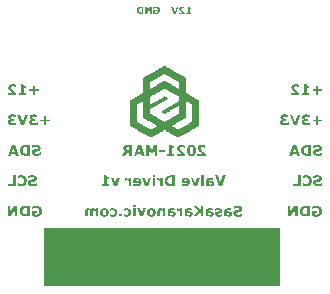
<source format=gbo>
G04*
G04 #@! TF.GenerationSoftware,Altium Limited,Altium Designer,21.2.1 (34)*
G04*
G04 Layer_Color=32896*
%FSLAX25Y25*%
%MOIN*%
G70*
G04*
G04 #@! TF.SameCoordinates,9466BED1-F6BD-4CF9-8920-6B0B1F58636F*
G04*
G04*
G04 #@! TF.FilePolarity,Positive*
G04*
G01*
G75*
%ADD43R,0.78740X0.19685*%
G36*
X156Y-22370D02*
X-204D01*
Y-22550D01*
X-565D01*
Y-22730D01*
X-745D01*
Y-22911D01*
X-1106D01*
Y-23091D01*
X-1467D01*
Y-23271D01*
X-1827D01*
Y-23452D01*
X-2008D01*
Y-23632D01*
X-2368D01*
Y-23812D01*
X-2729D01*
Y-23992D01*
X-3089D01*
Y-24173D01*
X-3270D01*
Y-24353D01*
X-3630D01*
Y-24533D01*
X-3991D01*
Y-24714D01*
X-4171D01*
Y-24894D01*
X-4532D01*
Y-25074D01*
X-4892D01*
Y-25255D01*
X-5253D01*
Y-25435D01*
X-5433D01*
Y-25615D01*
X-5794D01*
Y-25796D01*
X-6154D01*
Y-25976D01*
X-6515D01*
Y-26156D01*
X-6695D01*
Y-26336D01*
X-6876D01*
Y-31385D01*
X-7236D01*
Y-31565D01*
X-7416D01*
Y-31745D01*
X-7777D01*
Y-31926D01*
X-8138D01*
Y-32106D01*
X-8318D01*
Y-32286D01*
X-8679D01*
Y-32467D01*
X-9039D01*
Y-32647D01*
X-9400D01*
Y-32827D01*
X-9580D01*
Y-33007D01*
X-9941D01*
Y-33188D01*
X-10301D01*
Y-33368D01*
X-10662D01*
Y-33548D01*
X-10842D01*
Y-33729D01*
X-11203D01*
Y-33909D01*
X-11383D01*
Y-42383D01*
X-11022D01*
Y-42563D01*
X-10662D01*
Y-42744D01*
X-10301D01*
Y-42924D01*
X-10121D01*
Y-43104D01*
X-9760D01*
Y-43284D01*
X-9400D01*
Y-43465D01*
X-9039D01*
Y-43645D01*
X-8859D01*
Y-43825D01*
X-8498D01*
Y-44006D01*
X-8138D01*
Y-44186D01*
X-7957D01*
Y-44366D01*
X-7597D01*
Y-44547D01*
X-7236D01*
Y-44727D01*
X-6876D01*
Y-44907D01*
X-6695D01*
Y-45088D01*
X-6335D01*
Y-45268D01*
X-5974D01*
Y-45448D01*
X-5613D01*
Y-45628D01*
X-5433D01*
Y-45809D01*
X-5073D01*
Y-45989D01*
X-4712D01*
Y-46169D01*
X-4351D01*
Y-46350D01*
X-4171D01*
Y-46169D01*
X-3810D01*
Y-45989D01*
X-3630D01*
Y-45809D01*
X-3270D01*
Y-45628D01*
X-2909D01*
Y-45448D01*
X-2729D01*
Y-45268D01*
X-2368D01*
Y-45088D01*
X-2008D01*
Y-44907D01*
X-1647D01*
Y-44727D01*
X-1467D01*
Y-44547D01*
X-1106D01*
Y-44366D01*
X-745D01*
Y-44186D01*
X-385D01*
Y-44006D01*
X-204D01*
Y-43825D01*
X156D01*
Y-43645D01*
X336D01*
Y-43825D01*
X697D01*
Y-44006D01*
X877D01*
Y-44186D01*
X1238D01*
Y-44366D01*
X1599D01*
Y-44547D01*
X1959D01*
Y-44727D01*
X2139D01*
Y-44907D01*
X2500D01*
Y-45088D01*
X2861D01*
Y-45268D01*
X3221D01*
Y-45448D01*
X3401D01*
Y-45628D01*
X3762D01*
Y-45809D01*
X4123D01*
Y-45989D01*
X4483D01*
Y-46169D01*
X4664D01*
Y-46350D01*
X4844D01*
Y-46169D01*
X5204D01*
Y-45989D01*
X5565D01*
Y-45809D01*
X5926D01*
Y-45628D01*
X6106D01*
Y-45448D01*
X6467D01*
Y-45268D01*
X6827D01*
Y-45088D01*
X7188D01*
Y-44907D01*
X7368D01*
Y-44727D01*
X7729D01*
Y-44547D01*
X8089D01*
Y-44366D01*
X8450D01*
Y-44186D01*
X8630D01*
Y-44006D01*
X8991D01*
Y-43825D01*
X9351D01*
Y-43645D01*
X9532D01*
Y-43465D01*
X9892D01*
Y-43284D01*
X10253D01*
Y-43104D01*
X10613D01*
Y-42924D01*
X10794D01*
Y-42744D01*
X11154D01*
Y-42563D01*
X11515D01*
Y-42383D01*
X11875D01*
Y-33909D01*
X11695D01*
Y-33729D01*
X11335D01*
Y-33548D01*
X11154D01*
Y-33368D01*
X10794D01*
Y-33188D01*
X10433D01*
Y-33007D01*
X10073D01*
Y-32827D01*
X9892D01*
Y-32647D01*
X9532D01*
Y-32467D01*
X9171D01*
Y-32286D01*
X8811D01*
Y-32106D01*
X8630D01*
Y-31926D01*
X8270D01*
Y-31745D01*
X7909D01*
Y-31565D01*
X7729D01*
Y-31385D01*
X7368D01*
Y-26336D01*
X7188D01*
Y-26156D01*
X6827D01*
Y-25976D01*
X6647D01*
Y-25796D01*
X6286D01*
Y-25615D01*
X5926D01*
Y-25435D01*
X5745D01*
Y-25255D01*
X5385D01*
Y-25074D01*
X5024D01*
Y-24894D01*
X4664D01*
Y-24714D01*
X4483D01*
Y-24533D01*
X4123D01*
Y-24353D01*
X3762D01*
Y-24173D01*
X3401D01*
Y-23992D01*
X3221D01*
Y-23812D01*
X2861D01*
Y-23632D01*
X2500D01*
Y-23452D01*
X2139D01*
Y-23271D01*
X1959D01*
Y-23091D01*
X1599D01*
Y-22911D01*
X1238D01*
Y-22730D01*
X877D01*
Y-22550D01*
X697D01*
Y-22370D01*
X336D01*
Y-22189D01*
X156D01*
Y-22370D01*
D02*
G37*
G36*
X-4040Y-4951D02*
X-4597D01*
Y-3337D01*
X-5590Y-4951D01*
X-6177D01*
Y-2598D01*
X-5620D01*
Y-3946D01*
X-4763Y-2598D01*
X-4040D01*
Y-4951D01*
D02*
G37*
G36*
X-2464Y-2557D02*
X-2361Y-2568D01*
X-2262Y-2584D01*
X-2169Y-2606D01*
X-2085Y-2630D01*
X-2006Y-2660D01*
X-1935Y-2690D01*
X-1869Y-2720D01*
X-1812Y-2753D01*
X-1763Y-2783D01*
X-1719Y-2811D01*
X-1684Y-2838D01*
X-1656Y-2860D01*
X-1637Y-2876D01*
X-1626Y-2887D01*
X-1621Y-2890D01*
X-1561Y-2955D01*
X-1509Y-3023D01*
X-1462Y-3097D01*
X-1424Y-3168D01*
X-1391Y-3245D01*
X-1364Y-3318D01*
X-1340Y-3389D01*
X-1323Y-3458D01*
X-1307Y-3523D01*
X-1299Y-3583D01*
X-1290Y-3638D01*
X-1285Y-3684D01*
X-1282Y-3722D01*
X-1280Y-3750D01*
Y-3761D01*
Y-3769D01*
Y-3771D01*
Y-3774D01*
X-1282Y-3878D01*
X-1293Y-3979D01*
X-1310Y-4072D01*
X-1331Y-4159D01*
X-1359Y-4238D01*
X-1386Y-4312D01*
X-1416Y-4380D01*
X-1449Y-4440D01*
X-1482Y-4495D01*
X-1512Y-4541D01*
X-1539Y-4582D01*
X-1566Y-4615D01*
X-1588Y-4642D01*
X-1604Y-4659D01*
X-1615Y-4672D01*
X-1618Y-4675D01*
X-1684Y-4733D01*
X-1755Y-4782D01*
X-1831Y-4825D01*
X-1908Y-4863D01*
X-1987Y-4893D01*
X-2063Y-4921D01*
X-2139Y-4943D01*
X-2216Y-4959D01*
X-2284Y-4973D01*
X-2350Y-4984D01*
X-2407Y-4989D01*
X-2459Y-4995D01*
X-2500Y-4997D01*
X-2516Y-5000D01*
X-2557D01*
X-2653Y-4997D01*
X-2748Y-4992D01*
X-2836Y-4981D01*
X-2877Y-4975D01*
X-2915Y-4970D01*
X-2948Y-4964D01*
X-2980Y-4959D01*
X-3008Y-4954D01*
X-3032Y-4948D01*
X-3051Y-4945D01*
X-3065Y-4943D01*
X-3073Y-4940D01*
X-3076D01*
X-3169Y-4918D01*
X-3212Y-4907D01*
X-3253Y-4896D01*
X-3289Y-4885D01*
X-3324Y-4874D01*
X-3357Y-4866D01*
X-3384Y-4855D01*
X-3409Y-4847D01*
X-3433Y-4839D01*
X-3453Y-4834D01*
X-3466Y-4828D01*
X-3480Y-4823D01*
X-3488Y-4820D01*
X-3494Y-4817D01*
X-3496D01*
Y-3657D01*
X-2413D01*
Y-4102D01*
X-2879D01*
Y-4561D01*
X-2852Y-4563D01*
X-2827D01*
X-2817Y-4566D01*
X-2726D01*
X-2653Y-4563D01*
X-2585Y-4558D01*
X-2519Y-4547D01*
X-2462Y-4533D01*
X-2404Y-4519D01*
X-2355Y-4500D01*
X-2309Y-4481D01*
X-2271Y-4462D01*
X-2232Y-4443D01*
X-2202Y-4427D01*
X-2175Y-4408D01*
X-2153Y-4394D01*
X-2137Y-4380D01*
X-2126Y-4369D01*
X-2118Y-4364D01*
X-2115Y-4361D01*
X-2079Y-4320D01*
X-2047Y-4277D01*
X-2019Y-4230D01*
X-1998Y-4181D01*
X-1976Y-4129D01*
X-1959Y-4080D01*
X-1946Y-4031D01*
X-1935Y-3984D01*
X-1927Y-3938D01*
X-1921Y-3897D01*
X-1916Y-3859D01*
X-1913Y-3826D01*
Y-3802D01*
X-1910Y-3780D01*
Y-3769D01*
Y-3763D01*
X-1913Y-3695D01*
X-1918Y-3632D01*
X-1929Y-3575D01*
X-1940Y-3526D01*
X-1948Y-3485D01*
X-1954Y-3469D01*
X-1959Y-3455D01*
X-1962Y-3444D01*
X-1965Y-3436D01*
X-1967Y-3433D01*
Y-3430D01*
X-1992Y-3378D01*
X-2017Y-3329D01*
X-2041Y-3288D01*
X-2066Y-3253D01*
X-2090Y-3226D01*
X-2107Y-3204D01*
X-2118Y-3193D01*
X-2123Y-3187D01*
X-2164Y-3152D01*
X-2205Y-3122D01*
X-2243Y-3097D01*
X-2279Y-3078D01*
X-2311Y-3062D01*
X-2336Y-3051D01*
X-2352Y-3045D01*
X-2355Y-3043D01*
X-2358D01*
X-2407Y-3026D01*
X-2459Y-3015D01*
X-2508Y-3004D01*
X-2554Y-2999D01*
X-2593Y-2996D01*
X-2623Y-2993D01*
X-2650D01*
X-2702Y-2996D01*
X-2748Y-2999D01*
X-2795Y-3004D01*
X-2833Y-3013D01*
X-2863Y-3021D01*
X-2888Y-3026D01*
X-2904Y-3029D01*
X-2909Y-3032D01*
X-2953Y-3045D01*
X-2994Y-3059D01*
X-3032Y-3073D01*
X-3062Y-3086D01*
X-3090Y-3100D01*
X-3109Y-3108D01*
X-3120Y-3114D01*
X-3125Y-3116D01*
X-3185Y-3152D01*
X-3212Y-3168D01*
X-3237Y-3185D01*
X-3259Y-3198D01*
X-3275Y-3209D01*
X-3286Y-3217D01*
X-3289Y-3220D01*
X-3319Y-3242D01*
X-3346Y-3261D01*
X-3368Y-3275D01*
X-3387Y-3288D01*
X-3401Y-3299D01*
X-3412Y-3307D01*
X-3417Y-3310D01*
X-3420Y-3313D01*
X-3488D01*
Y-2764D01*
X-3393Y-2720D01*
X-3305Y-2685D01*
X-3226Y-2655D01*
X-3191Y-2644D01*
X-3155Y-2633D01*
X-3125Y-2625D01*
X-3098Y-2617D01*
X-3076Y-2611D01*
X-3057Y-2606D01*
X-3040Y-2603D01*
X-3029Y-2600D01*
X-3021Y-2598D01*
X-3019D01*
X-2939Y-2584D01*
X-2860Y-2573D01*
X-2787Y-2565D01*
X-2718Y-2559D01*
X-2688Y-2557D01*
X-2661D01*
X-2636Y-2554D01*
X-2576D01*
X-2464Y-2557D01*
D02*
G37*
G36*
X-6778Y-4951D02*
X-7605D01*
X-7706Y-4948D01*
X-7799Y-4945D01*
X-7842Y-4940D01*
X-7883Y-4937D01*
X-7919Y-4935D01*
X-7954Y-4929D01*
X-7984Y-4926D01*
X-8012Y-4924D01*
X-8034Y-4918D01*
X-8055Y-4915D01*
X-8069Y-4913D01*
X-8083D01*
X-8088Y-4910D01*
X-8091D01*
X-8167Y-4891D01*
X-8238Y-4869D01*
X-8301Y-4847D01*
X-8359Y-4823D01*
X-8383Y-4812D01*
X-8405Y-4801D01*
X-8424Y-4790D01*
X-8440Y-4782D01*
X-8454Y-4776D01*
X-8462Y-4771D01*
X-8468Y-4765D01*
X-8470D01*
X-8511Y-4738D01*
X-8552Y-4708D01*
X-8626Y-4645D01*
X-8692Y-4577D01*
X-8746Y-4514D01*
X-8771Y-4484D01*
X-8790Y-4457D01*
X-8809Y-4432D01*
X-8822Y-4410D01*
X-8833Y-4391D01*
X-8844Y-4378D01*
X-8847Y-4369D01*
X-8850Y-4367D01*
X-8877Y-4318D01*
X-8899Y-4266D01*
X-8921Y-4216D01*
X-8937Y-4165D01*
X-8964Y-4066D01*
X-8973Y-4020D01*
X-8981Y-3974D01*
X-8986Y-3933D01*
X-8992Y-3894D01*
X-8995Y-3862D01*
X-8997Y-3832D01*
X-9000Y-3810D01*
Y-3791D01*
Y-3780D01*
Y-3777D01*
X-8997Y-3714D01*
X-8995Y-3654D01*
X-8986Y-3597D01*
X-8978Y-3540D01*
X-8967Y-3488D01*
X-8956Y-3438D01*
X-8943Y-3395D01*
X-8929Y-3354D01*
X-8915Y-3316D01*
X-8902Y-3283D01*
X-8891Y-3253D01*
X-8880Y-3228D01*
X-8872Y-3209D01*
X-8863Y-3196D01*
X-8861Y-3187D01*
X-8858Y-3185D01*
X-8801Y-3094D01*
X-8741Y-3015D01*
X-8708Y-2980D01*
X-8675Y-2947D01*
X-8645Y-2917D01*
X-8615Y-2890D01*
X-8588Y-2865D01*
X-8561Y-2843D01*
X-8536Y-2827D01*
X-8517Y-2811D01*
X-8500Y-2800D01*
X-8487Y-2791D01*
X-8479Y-2786D01*
X-8476Y-2783D01*
X-8421Y-2753D01*
X-8361Y-2726D01*
X-8301Y-2701D01*
X-8247Y-2682D01*
X-8197Y-2666D01*
X-8175Y-2660D01*
X-8159Y-2655D01*
X-8143Y-2652D01*
X-8132Y-2650D01*
X-8126Y-2647D01*
X-8124D01*
X-8042Y-2630D01*
X-7960Y-2619D01*
X-7875Y-2609D01*
X-7799Y-2603D01*
X-7763Y-2600D01*
X-7703D01*
X-7679Y-2598D01*
X-6778D01*
Y-4951D01*
D02*
G37*
G36*
X6191Y-2606D02*
X6270Y-2611D01*
X6344Y-2619D01*
X6409Y-2628D01*
X6439Y-2633D01*
X6464Y-2636D01*
X6488Y-2641D01*
X6508Y-2644D01*
X6524Y-2647D01*
X6535Y-2650D01*
X6543Y-2652D01*
X6546D01*
X6622Y-2671D01*
X6691Y-2688D01*
X6745Y-2704D01*
X6792Y-2720D01*
X6830Y-2731D01*
X6854Y-2742D01*
X6871Y-2748D01*
X6876Y-2750D01*
Y-3272D01*
X6827D01*
X6775Y-3239D01*
X6723Y-3209D01*
X6674Y-3182D01*
X6628Y-3160D01*
X6587Y-3144D01*
X6557Y-3130D01*
X6546Y-3125D01*
X6538Y-3122D01*
X6532Y-3119D01*
X6530D01*
X6469Y-3100D01*
X6415Y-3084D01*
X6363Y-3073D01*
X6317Y-3067D01*
X6278Y-3062D01*
X6248Y-3059D01*
X6224D01*
X6155Y-3062D01*
X6095Y-3073D01*
X6044Y-3086D01*
X6003Y-3103D01*
X5970Y-3122D01*
X5945Y-3135D01*
X5932Y-3146D01*
X5926Y-3149D01*
X5891Y-3185D01*
X5866Y-3226D01*
X5847Y-3266D01*
X5836Y-3305D01*
X5828Y-3343D01*
X5825Y-3370D01*
X5822Y-3381D01*
Y-3389D01*
Y-3395D01*
Y-3398D01*
X5825Y-3447D01*
X5836Y-3496D01*
X5847Y-3542D01*
X5863Y-3583D01*
X5877Y-3619D01*
X5891Y-3643D01*
X5896Y-3654D01*
X5902Y-3662D01*
X5904Y-3665D01*
Y-3668D01*
X5940Y-3720D01*
X5981Y-3774D01*
X6024Y-3829D01*
X6068Y-3881D01*
X6109Y-3924D01*
X6128Y-3943D01*
X6145Y-3960D01*
X6155Y-3971D01*
X6166Y-3982D01*
X6172Y-3987D01*
X6175Y-3990D01*
X6226Y-4039D01*
X6281Y-4088D01*
X6338Y-4140D01*
X6393Y-4186D01*
X6442Y-4227D01*
X6461Y-4244D01*
X6480Y-4257D01*
X6494Y-4271D01*
X6508Y-4279D01*
X6513Y-4285D01*
X6516Y-4287D01*
X6595Y-4350D01*
X6671Y-4410D01*
X6742Y-4465D01*
X6808Y-4514D01*
X6835Y-4536D01*
X6860Y-4555D01*
X6884Y-4571D01*
X6904Y-4585D01*
X6917Y-4596D01*
X6931Y-4604D01*
X6936Y-4610D01*
X6939Y-4612D01*
Y-5000D01*
X5094D01*
Y-4549D01*
X6150D01*
X6123Y-4530D01*
X6093Y-4506D01*
X6060Y-4481D01*
X6024Y-4457D01*
X5994Y-4432D01*
X5970Y-4413D01*
X5951Y-4402D01*
X5948Y-4397D01*
X5945D01*
X5891Y-4353D01*
X5839Y-4312D01*
X5790Y-4268D01*
X5746Y-4233D01*
X5708Y-4200D01*
X5680Y-4173D01*
X5669Y-4165D01*
X5661Y-4156D01*
X5659Y-4154D01*
X5656Y-4151D01*
X5615Y-4110D01*
X5574Y-4072D01*
X5539Y-4034D01*
X5506Y-3995D01*
X5448Y-3927D01*
X5399Y-3864D01*
X5380Y-3837D01*
X5361Y-3812D01*
X5347Y-3791D01*
X5336Y-3774D01*
X5325Y-3758D01*
X5320Y-3747D01*
X5315Y-3742D01*
Y-3739D01*
X5276Y-3662D01*
X5249Y-3589D01*
X5230Y-3515D01*
X5216Y-3452D01*
X5211Y-3422D01*
X5208Y-3395D01*
X5205Y-3373D01*
Y-3354D01*
X5203Y-3337D01*
Y-3326D01*
Y-3318D01*
Y-3316D01*
X5205Y-3253D01*
X5214Y-3196D01*
X5224Y-3141D01*
X5238Y-3089D01*
X5257Y-3043D01*
X5276Y-2999D01*
X5298Y-2961D01*
X5317Y-2925D01*
X5339Y-2892D01*
X5361Y-2865D01*
X5380Y-2843D01*
X5399Y-2824D01*
X5413Y-2808D01*
X5424Y-2797D01*
X5432Y-2791D01*
X5435Y-2789D01*
X5481Y-2756D01*
X5530Y-2729D01*
X5582Y-2701D01*
X5637Y-2682D01*
X5694Y-2663D01*
X5749Y-2650D01*
X5858Y-2625D01*
X5910Y-2619D01*
X5956Y-2614D01*
X6000Y-2609D01*
X6035Y-2606D01*
X6065Y-2603D01*
X6109D01*
X6191Y-2606D01*
D02*
G37*
G36*
X4037Y-5000D02*
X3360D01*
X2500Y-2647D01*
X3122D01*
X3690Y-4298D01*
X4258Y-2647D01*
X4894D01*
X4037Y-5000D01*
D02*
G37*
G36*
X8550Y-2677D02*
X8558Y-2707D01*
X8566Y-2734D01*
X8574Y-2756D01*
X8582Y-2775D01*
X8588Y-2789D01*
X8593Y-2797D01*
X8596Y-2800D01*
X8613Y-2822D01*
X8632Y-2843D01*
X8653Y-2860D01*
X8672Y-2876D01*
X8692Y-2887D01*
X8705Y-2895D01*
X8716Y-2901D01*
X8719Y-2903D01*
X8746Y-2914D01*
X8776Y-2925D01*
X8804Y-2933D01*
X8831Y-2939D01*
X8855Y-2944D01*
X8875Y-2947D01*
X8888Y-2950D01*
X8894D01*
X8970Y-2955D01*
X9008Y-2958D01*
X9041D01*
X9068Y-2961D01*
X9109D01*
Y-3346D01*
X8613D01*
Y-4591D01*
X9109D01*
Y-5000D01*
X7537D01*
Y-4591D01*
X8023D01*
Y-2641D01*
X8547D01*
X8550Y-2677D01*
D02*
G37*
G36*
X44056Y-28404D02*
X44175Y-28413D01*
X44285Y-28425D01*
X44384Y-28437D01*
X44429Y-28445D01*
X44466Y-28449D01*
X44502Y-28458D01*
X44531Y-28462D01*
X44556Y-28466D01*
X44572Y-28470D01*
X44585Y-28474D01*
X44589D01*
X44703Y-28503D01*
X44806Y-28527D01*
X44888Y-28552D01*
X44958Y-28576D01*
X45015Y-28593D01*
X45052Y-28609D01*
X45077Y-28618D01*
X45085Y-28622D01*
Y-29405D01*
X45011D01*
X44933Y-29355D01*
X44855Y-29310D01*
X44781Y-29269D01*
X44712Y-29237D01*
X44650Y-29212D01*
X44605Y-29191D01*
X44589Y-29183D01*
X44576Y-29179D01*
X44568Y-29175D01*
X44564D01*
X44474Y-29146D01*
X44392Y-29122D01*
X44314Y-29105D01*
X44244Y-29097D01*
X44187Y-29089D01*
X44142Y-29085D01*
X44105D01*
X44002Y-29089D01*
X43912Y-29105D01*
X43834Y-29126D01*
X43773Y-29151D01*
X43723Y-29179D01*
X43687Y-29200D01*
X43666Y-29216D01*
X43658Y-29220D01*
X43605Y-29274D01*
X43568Y-29335D01*
X43539Y-29397D01*
X43523Y-29454D01*
X43510Y-29511D01*
X43506Y-29552D01*
X43502Y-29569D01*
Y-29581D01*
Y-29589D01*
Y-29593D01*
X43506Y-29667D01*
X43523Y-29741D01*
X43539Y-29811D01*
X43564Y-29872D01*
X43584Y-29925D01*
X43605Y-29962D01*
X43613Y-29979D01*
X43621Y-29991D01*
X43625Y-29995D01*
Y-29999D01*
X43678Y-30077D01*
X43740Y-30159D01*
X43806Y-30241D01*
X43871Y-30319D01*
X43933Y-30385D01*
X43961Y-30413D01*
X43986Y-30438D01*
X44002Y-30454D01*
X44019Y-30471D01*
X44027Y-30479D01*
X44031Y-30483D01*
X44109Y-30557D01*
X44191Y-30631D01*
X44277Y-30709D01*
X44359Y-30778D01*
X44433Y-30840D01*
X44462Y-30864D01*
X44490Y-30885D01*
X44511Y-30905D01*
X44531Y-30918D01*
X44539Y-30926D01*
X44543Y-30930D01*
X44662Y-31024D01*
X44777Y-31114D01*
X44884Y-31196D01*
X44982Y-31270D01*
X45023Y-31303D01*
X45060Y-31332D01*
X45097Y-31356D01*
X45126Y-31377D01*
X45146Y-31393D01*
X45167Y-31405D01*
X45175Y-31414D01*
X45179Y-31418D01*
Y-32000D01*
X42407D01*
Y-31324D01*
X43994D01*
X43953Y-31295D01*
X43908Y-31258D01*
X43859Y-31221D01*
X43806Y-31184D01*
X43760Y-31147D01*
X43723Y-31119D01*
X43695Y-31102D01*
X43691Y-31094D01*
X43687D01*
X43605Y-31028D01*
X43527Y-30967D01*
X43453Y-30901D01*
X43387Y-30848D01*
X43330Y-30799D01*
X43289Y-30758D01*
X43273Y-30745D01*
X43260Y-30733D01*
X43256Y-30729D01*
X43252Y-30725D01*
X43191Y-30663D01*
X43129Y-30606D01*
X43076Y-30549D01*
X43027Y-30491D01*
X42940Y-30389D01*
X42867Y-30294D01*
X42838Y-30253D01*
X42809Y-30217D01*
X42789Y-30184D01*
X42772Y-30159D01*
X42756Y-30134D01*
X42748Y-30118D01*
X42739Y-30110D01*
Y-30106D01*
X42682Y-29991D01*
X42641Y-29880D01*
X42612Y-29770D01*
X42592Y-29675D01*
X42584Y-29630D01*
X42580Y-29589D01*
X42575Y-29556D01*
Y-29528D01*
X42571Y-29503D01*
Y-29487D01*
Y-29474D01*
Y-29470D01*
X42575Y-29376D01*
X42588Y-29290D01*
X42604Y-29208D01*
X42625Y-29130D01*
X42653Y-29060D01*
X42682Y-28995D01*
X42715Y-28937D01*
X42744Y-28884D01*
X42776Y-28835D01*
X42809Y-28794D01*
X42838Y-28761D01*
X42867Y-28732D01*
X42887Y-28708D01*
X42904Y-28691D01*
X42916Y-28683D01*
X42920Y-28679D01*
X42990Y-28630D01*
X43063Y-28589D01*
X43141Y-28548D01*
X43223Y-28519D01*
X43309Y-28490D01*
X43391Y-28470D01*
X43555Y-28433D01*
X43633Y-28425D01*
X43703Y-28417D01*
X43769Y-28408D01*
X43822Y-28404D01*
X43867Y-28400D01*
X43933D01*
X44056Y-28404D01*
D02*
G37*
G36*
X47598Y-28511D02*
X47610Y-28556D01*
X47623Y-28597D01*
X47635Y-28630D01*
X47647Y-28659D01*
X47655Y-28679D01*
X47664Y-28691D01*
X47668Y-28695D01*
X47692Y-28728D01*
X47721Y-28761D01*
X47754Y-28786D01*
X47782Y-28810D01*
X47811Y-28827D01*
X47832Y-28839D01*
X47848Y-28847D01*
X47852Y-28851D01*
X47893Y-28868D01*
X47938Y-28884D01*
X47979Y-28896D01*
X48020Y-28905D01*
X48057Y-28913D01*
X48086Y-28917D01*
X48106Y-28921D01*
X48115D01*
X48229Y-28929D01*
X48287Y-28933D01*
X48336D01*
X48377Y-28937D01*
X48439D01*
Y-29515D01*
X47692D01*
Y-31385D01*
X48439D01*
Y-32000D01*
X46077D01*
Y-31385D01*
X46807D01*
Y-28458D01*
X47594D01*
X47598Y-28511D01*
D02*
G37*
G36*
X51501Y-30110D02*
X52764D01*
Y-30749D01*
X51501D01*
Y-32008D01*
X50849D01*
Y-30749D01*
X49586D01*
Y-30110D01*
X50849D01*
Y-28851D01*
X51501D01*
Y-30110D01*
D02*
G37*
G36*
X47561Y-38472D02*
X47684Y-38480D01*
X47799Y-38492D01*
X47901Y-38505D01*
X47947Y-38513D01*
X47987Y-38517D01*
X48020Y-38525D01*
X48053Y-38529D01*
X48078Y-38533D01*
X48094Y-38537D01*
X48106Y-38542D01*
X48110D01*
X48229Y-38570D01*
X48332Y-38595D01*
X48422Y-38624D01*
X48496Y-38644D01*
X48557Y-38665D01*
X48582Y-38673D01*
X48598Y-38681D01*
X48615Y-38685D01*
X48627Y-38689D01*
X48631Y-38693D01*
X48635D01*
Y-39456D01*
X48549D01*
X48459Y-39407D01*
X48369Y-39362D01*
X48283Y-39329D01*
X48205Y-39296D01*
X48139Y-39271D01*
X48115Y-39263D01*
X48090Y-39255D01*
X48070Y-39251D01*
X48057Y-39247D01*
X48049Y-39243D01*
X48045D01*
X47951Y-39218D01*
X47860Y-39198D01*
X47778Y-39185D01*
X47705Y-39173D01*
X47643Y-39169D01*
X47618D01*
X47598Y-39165D01*
X47561D01*
X47491Y-39169D01*
X47455D01*
X47422Y-39173D01*
X47393Y-39177D01*
X47368D01*
X47352Y-39181D01*
X47348D01*
X47303Y-39185D01*
X47258Y-39193D01*
X47221Y-39206D01*
X47188Y-39214D01*
X47163Y-39222D01*
X47143Y-39230D01*
X47131Y-39235D01*
X47126Y-39239D01*
X47069Y-39271D01*
X47028Y-39304D01*
X47012Y-39316D01*
X46999Y-39329D01*
X46995Y-39337D01*
X46991Y-39341D01*
X46971Y-39366D01*
X46958Y-39394D01*
X46942Y-39448D01*
X46938Y-39472D01*
X46934Y-39493D01*
Y-39505D01*
Y-39509D01*
X46938Y-39558D01*
X46942Y-39603D01*
X46950Y-39640D01*
X46958Y-39673D01*
X46971Y-39698D01*
X46979Y-39714D01*
X46983Y-39726D01*
X46987Y-39731D01*
X47008Y-39755D01*
X47032Y-39780D01*
X47085Y-39817D01*
X47106Y-39829D01*
X47126Y-39837D01*
X47139Y-39845D01*
X47143D01*
X47225Y-39874D01*
X47266Y-39882D01*
X47303Y-39891D01*
X47340Y-39895D01*
X47364Y-39899D01*
X47381Y-39903D01*
X47389D01*
X47442Y-39907D01*
X47553D01*
X47602Y-39911D01*
X47914D01*
Y-40542D01*
X47520D01*
X47479Y-40547D01*
X47422D01*
X47364Y-40551D01*
X47307Y-40555D01*
X47262Y-40563D01*
X47217Y-40567D01*
X47184Y-40575D01*
X47159Y-40583D01*
X47143Y-40587D01*
X47139D01*
X47098Y-40604D01*
X47061Y-40620D01*
X47028Y-40641D01*
X47003Y-40661D01*
X46983Y-40682D01*
X46967Y-40698D01*
X46958Y-40706D01*
X46954Y-40710D01*
X46930Y-40743D01*
X46913Y-40780D01*
X46897Y-40821D01*
X46889Y-40858D01*
X46885Y-40895D01*
X46880Y-40924D01*
Y-40940D01*
Y-40948D01*
X46885Y-41006D01*
X46889Y-41055D01*
X46897Y-41096D01*
X46905Y-41133D01*
X46917Y-41157D01*
X46926Y-41178D01*
X46930Y-41190D01*
X46934Y-41194D01*
X46979Y-41252D01*
X47024Y-41293D01*
X47045Y-41309D01*
X47057Y-41321D01*
X47069Y-41330D01*
X47073Y-41334D01*
X47118Y-41358D01*
X47163Y-41383D01*
X47208Y-41399D01*
X47254Y-41412D01*
X47291Y-41420D01*
X47319Y-41428D01*
X47340Y-41432D01*
X47348D01*
X47405Y-41440D01*
X47463Y-41444D01*
X47512Y-41449D01*
X47557D01*
X47590Y-41453D01*
X47643D01*
X47733Y-41449D01*
X47824Y-41440D01*
X47910Y-41424D01*
X47987Y-41407D01*
X48057Y-41395D01*
X48086Y-41387D01*
X48110Y-41379D01*
X48131Y-41375D01*
X48147Y-41371D01*
X48156Y-41366D01*
X48160D01*
X48262Y-41330D01*
X48357Y-41293D01*
X48439Y-41260D01*
X48508Y-41223D01*
X48570Y-41194D01*
X48611Y-41170D01*
X48627Y-41162D01*
X48639Y-41153D01*
X48643Y-41149D01*
X48738D01*
Y-41928D01*
X48660Y-41961D01*
X48578Y-41990D01*
X48492Y-42014D01*
X48410Y-42035D01*
X48340Y-42055D01*
X48307Y-42064D01*
X48283Y-42068D01*
X48258Y-42072D01*
X48242Y-42076D01*
X48234Y-42080D01*
X48229D01*
X48106Y-42105D01*
X47979Y-42121D01*
X47852Y-42133D01*
X47733Y-42141D01*
X47680Y-42145D01*
X47586D01*
X47549Y-42150D01*
X47475D01*
X47336Y-42145D01*
X47213Y-42137D01*
X47102Y-42125D01*
X47053Y-42117D01*
X47008Y-42109D01*
X46967Y-42105D01*
X46930Y-42096D01*
X46901Y-42088D01*
X46876Y-42084D01*
X46856Y-42080D01*
X46839Y-42076D01*
X46831Y-42072D01*
X46827D01*
X46729Y-42039D01*
X46639Y-42002D01*
X46561Y-41965D01*
X46491Y-41928D01*
X46434Y-41895D01*
X46393Y-41867D01*
X46376Y-41859D01*
X46364Y-41850D01*
X46360Y-41842D01*
X46356D01*
X46282Y-41781D01*
X46220Y-41719D01*
X46171Y-41658D01*
X46126Y-41600D01*
X46093Y-41551D01*
X46069Y-41510D01*
X46065Y-41494D01*
X46056Y-41481D01*
X46052Y-41477D01*
Y-41473D01*
X46020Y-41391D01*
X45995Y-41309D01*
X45979Y-41231D01*
X45966Y-41157D01*
X45958Y-41096D01*
Y-41071D01*
X45954Y-41047D01*
Y-41030D01*
Y-41018D01*
Y-41010D01*
Y-41006D01*
X45958Y-40928D01*
X45966Y-40858D01*
X45974Y-40801D01*
X45987Y-40751D01*
X46003Y-40710D01*
X46011Y-40682D01*
X46020Y-40661D01*
X46024Y-40657D01*
X46052Y-40608D01*
X46081Y-40563D01*
X46114Y-40522D01*
X46143Y-40489D01*
X46167Y-40460D01*
X46188Y-40436D01*
X46204Y-40424D01*
X46208Y-40419D01*
X46249Y-40387D01*
X46294Y-40358D01*
X46335Y-40333D01*
X46372Y-40313D01*
X46405Y-40296D01*
X46429Y-40284D01*
X46446Y-40280D01*
X46454Y-40276D01*
X46553Y-40243D01*
X46593Y-40235D01*
X46635Y-40223D01*
X46667Y-40218D01*
X46692Y-40214D01*
X46708Y-40210D01*
X46712D01*
Y-40178D01*
X46606Y-40145D01*
X46512Y-40104D01*
X46429Y-40055D01*
X46360Y-40005D01*
X46306Y-39960D01*
X46266Y-39919D01*
X46253Y-39903D01*
X46241Y-39891D01*
X46233Y-39886D01*
Y-39882D01*
X46200Y-39837D01*
X46171Y-39792D01*
X46126Y-39702D01*
X46093Y-39612D01*
X46073Y-39530D01*
X46056Y-39460D01*
X46052Y-39427D01*
Y-39403D01*
X46048Y-39382D01*
Y-39366D01*
Y-39358D01*
Y-39353D01*
X46052Y-39271D01*
X46065Y-39198D01*
X46081Y-39132D01*
X46097Y-39079D01*
X46114Y-39029D01*
X46130Y-38997D01*
X46143Y-38976D01*
X46147Y-38968D01*
X46188Y-38906D01*
X46233Y-38853D01*
X46278Y-38804D01*
X46327Y-38763D01*
X46368Y-38730D01*
X46401Y-38706D01*
X46425Y-38689D01*
X46429Y-38685D01*
X46434D01*
X46499Y-38648D01*
X46569Y-38620D01*
X46639Y-38591D01*
X46700Y-38570D01*
X46762Y-38554D01*
X46807Y-38542D01*
X46823Y-38533D01*
X46835D01*
X46844Y-38529D01*
X46848D01*
X46946Y-38509D01*
X47045Y-38492D01*
X47143Y-38484D01*
X47233Y-38476D01*
X47278Y-38472D01*
X47315D01*
X47348Y-38468D01*
X47434D01*
X47561Y-38472D01*
D02*
G37*
G36*
X40398D02*
X40521Y-38480D01*
X40636Y-38492D01*
X40739Y-38505D01*
X40784Y-38513D01*
X40825Y-38517D01*
X40858Y-38525D01*
X40890Y-38529D01*
X40915Y-38533D01*
X40931Y-38537D01*
X40944Y-38542D01*
X40948D01*
X41067Y-38570D01*
X41169Y-38595D01*
X41259Y-38624D01*
X41333Y-38644D01*
X41395Y-38665D01*
X41419Y-38673D01*
X41436Y-38681D01*
X41452Y-38685D01*
X41464Y-38689D01*
X41469Y-38693D01*
X41473D01*
Y-39456D01*
X41387D01*
X41296Y-39407D01*
X41206Y-39362D01*
X41120Y-39329D01*
X41042Y-39296D01*
X40977Y-39271D01*
X40952Y-39263D01*
X40927Y-39255D01*
X40907Y-39251D01*
X40894Y-39247D01*
X40886Y-39243D01*
X40882D01*
X40788Y-39218D01*
X40698Y-39198D01*
X40616Y-39185D01*
X40542Y-39173D01*
X40480Y-39169D01*
X40456D01*
X40435Y-39165D01*
X40398D01*
X40329Y-39169D01*
X40292D01*
X40259Y-39173D01*
X40230Y-39177D01*
X40206D01*
X40189Y-39181D01*
X40185D01*
X40140Y-39185D01*
X40095Y-39193D01*
X40058Y-39206D01*
X40025Y-39214D01*
X40001Y-39222D01*
X39980Y-39230D01*
X39968Y-39235D01*
X39964Y-39239D01*
X39906Y-39271D01*
X39865Y-39304D01*
X39849Y-39316D01*
X39837Y-39329D01*
X39833Y-39337D01*
X39829Y-39341D01*
X39808Y-39366D01*
X39796Y-39394D01*
X39779Y-39448D01*
X39775Y-39472D01*
X39771Y-39493D01*
Y-39505D01*
Y-39509D01*
X39775Y-39558D01*
X39779Y-39603D01*
X39788Y-39640D01*
X39796Y-39673D01*
X39808Y-39698D01*
X39816Y-39714D01*
X39820Y-39726D01*
X39824Y-39731D01*
X39845Y-39755D01*
X39869Y-39780D01*
X39923Y-39817D01*
X39943Y-39829D01*
X39964Y-39837D01*
X39976Y-39845D01*
X39980D01*
X40062Y-39874D01*
X40103Y-39882D01*
X40140Y-39891D01*
X40177Y-39895D01*
X40202Y-39899D01*
X40218Y-39903D01*
X40226D01*
X40279Y-39907D01*
X40390D01*
X40439Y-39911D01*
X40751D01*
Y-40542D01*
X40357D01*
X40316Y-40547D01*
X40259D01*
X40202Y-40551D01*
X40144Y-40555D01*
X40099Y-40563D01*
X40054Y-40567D01*
X40021Y-40575D01*
X39997Y-40583D01*
X39980Y-40587D01*
X39976D01*
X39935Y-40604D01*
X39898Y-40620D01*
X39865Y-40641D01*
X39841Y-40661D01*
X39820Y-40682D01*
X39804Y-40698D01*
X39796Y-40706D01*
X39792Y-40710D01*
X39767Y-40743D01*
X39751Y-40780D01*
X39734Y-40821D01*
X39726Y-40858D01*
X39722Y-40895D01*
X39718Y-40924D01*
Y-40940D01*
Y-40948D01*
X39722Y-41006D01*
X39726Y-41055D01*
X39734Y-41096D01*
X39742Y-41133D01*
X39755Y-41157D01*
X39763Y-41178D01*
X39767Y-41190D01*
X39771Y-41194D01*
X39816Y-41252D01*
X39861Y-41293D01*
X39882Y-41309D01*
X39894Y-41321D01*
X39906Y-41330D01*
X39911Y-41334D01*
X39956Y-41358D01*
X40001Y-41383D01*
X40046Y-41399D01*
X40091Y-41412D01*
X40128Y-41420D01*
X40156Y-41428D01*
X40177Y-41432D01*
X40185D01*
X40243Y-41440D01*
X40300Y-41444D01*
X40349Y-41449D01*
X40394D01*
X40427Y-41453D01*
X40480D01*
X40571Y-41449D01*
X40661Y-41440D01*
X40747Y-41424D01*
X40825Y-41407D01*
X40894Y-41395D01*
X40923Y-41387D01*
X40948Y-41379D01*
X40968Y-41375D01*
X40985Y-41371D01*
X40993Y-41366D01*
X40997D01*
X41100Y-41330D01*
X41194Y-41293D01*
X41276Y-41260D01*
X41346Y-41223D01*
X41407Y-41194D01*
X41448Y-41170D01*
X41464Y-41162D01*
X41477Y-41153D01*
X41481Y-41149D01*
X41575D01*
Y-41928D01*
X41497Y-41961D01*
X41415Y-41990D01*
X41329Y-42014D01*
X41247Y-42035D01*
X41177Y-42055D01*
X41145Y-42064D01*
X41120Y-42068D01*
X41095Y-42072D01*
X41079Y-42076D01*
X41071Y-42080D01*
X41067D01*
X40944Y-42105D01*
X40817Y-42121D01*
X40690Y-42133D01*
X40571Y-42141D01*
X40517Y-42145D01*
X40423D01*
X40386Y-42150D01*
X40312D01*
X40173Y-42145D01*
X40050Y-42137D01*
X39939Y-42125D01*
X39890Y-42117D01*
X39845Y-42109D01*
X39804Y-42105D01*
X39767Y-42096D01*
X39738Y-42088D01*
X39714Y-42084D01*
X39693Y-42080D01*
X39677Y-42076D01*
X39669Y-42072D01*
X39665D01*
X39566Y-42039D01*
X39476Y-42002D01*
X39398Y-41965D01*
X39328Y-41928D01*
X39271Y-41895D01*
X39230Y-41867D01*
X39213Y-41859D01*
X39201Y-41850D01*
X39197Y-41842D01*
X39193D01*
X39119Y-41781D01*
X39058Y-41719D01*
X39009Y-41658D01*
X38963Y-41600D01*
X38931Y-41551D01*
X38906Y-41510D01*
X38902Y-41494D01*
X38894Y-41481D01*
X38890Y-41477D01*
Y-41473D01*
X38857Y-41391D01*
X38832Y-41309D01*
X38816Y-41231D01*
X38803Y-41157D01*
X38795Y-41096D01*
Y-41071D01*
X38791Y-41047D01*
Y-41030D01*
Y-41018D01*
Y-41010D01*
Y-41006D01*
X38795Y-40928D01*
X38803Y-40858D01*
X38812Y-40801D01*
X38824Y-40751D01*
X38840Y-40710D01*
X38849Y-40682D01*
X38857Y-40661D01*
X38861Y-40657D01*
X38890Y-40608D01*
X38918Y-40563D01*
X38951Y-40522D01*
X38980Y-40489D01*
X39004Y-40460D01*
X39025Y-40436D01*
X39041Y-40424D01*
X39045Y-40419D01*
X39086Y-40387D01*
X39132Y-40358D01*
X39173Y-40333D01*
X39209Y-40313D01*
X39242Y-40296D01*
X39267Y-40284D01*
X39283Y-40280D01*
X39291Y-40276D01*
X39390Y-40243D01*
X39431Y-40235D01*
X39472Y-40223D01*
X39505Y-40218D01*
X39529Y-40214D01*
X39546Y-40210D01*
X39550D01*
Y-40178D01*
X39443Y-40145D01*
X39349Y-40104D01*
X39267Y-40055D01*
X39197Y-40005D01*
X39144Y-39960D01*
X39103Y-39919D01*
X39090Y-39903D01*
X39078Y-39891D01*
X39070Y-39886D01*
Y-39882D01*
X39037Y-39837D01*
X39009Y-39792D01*
X38963Y-39702D01*
X38931Y-39612D01*
X38910Y-39530D01*
X38894Y-39460D01*
X38890Y-39427D01*
Y-39403D01*
X38886Y-39382D01*
Y-39366D01*
Y-39358D01*
Y-39353D01*
X38890Y-39271D01*
X38902Y-39198D01*
X38918Y-39132D01*
X38935Y-39079D01*
X38951Y-39029D01*
X38967Y-38997D01*
X38980Y-38976D01*
X38984Y-38968D01*
X39025Y-38906D01*
X39070Y-38853D01*
X39115Y-38804D01*
X39164Y-38763D01*
X39205Y-38730D01*
X39238Y-38706D01*
X39263Y-38689D01*
X39267Y-38685D01*
X39271D01*
X39336Y-38648D01*
X39406Y-38620D01*
X39476Y-38591D01*
X39537Y-38570D01*
X39599Y-38554D01*
X39644Y-38542D01*
X39660Y-38533D01*
X39673D01*
X39681Y-38529D01*
X39685D01*
X39783Y-38509D01*
X39882Y-38492D01*
X39980Y-38484D01*
X40070Y-38476D01*
X40115Y-38472D01*
X40152D01*
X40185Y-38468D01*
X40271D01*
X40398Y-38472D01*
D02*
G37*
G36*
X44273Y-42076D02*
X43256D01*
X41965Y-38542D01*
X42899D01*
X43752Y-41022D01*
X44605Y-38542D01*
X45560D01*
X44273Y-42076D01*
D02*
G37*
G36*
X51501Y-40186D02*
X52764D01*
Y-40825D01*
X51501D01*
Y-42084D01*
X50849D01*
Y-40825D01*
X49586D01*
Y-40186D01*
X50849D01*
Y-38927D01*
X51501D01*
Y-40186D01*
D02*
G37*
G36*
X49119Y-52225D02*
X47877D01*
X47725Y-52221D01*
X47586Y-52217D01*
X47520Y-52209D01*
X47459Y-52205D01*
X47405Y-52201D01*
X47352Y-52193D01*
X47307Y-52188D01*
X47266Y-52184D01*
X47233Y-52176D01*
X47200Y-52172D01*
X47180Y-52168D01*
X47159D01*
X47151Y-52164D01*
X47147D01*
X47032Y-52135D01*
X46926Y-52102D01*
X46831Y-52070D01*
X46745Y-52033D01*
X46708Y-52016D01*
X46676Y-52000D01*
X46647Y-51983D01*
X46622Y-51971D01*
X46602Y-51963D01*
X46589Y-51955D01*
X46581Y-51947D01*
X46577D01*
X46516Y-51906D01*
X46454Y-51860D01*
X46343Y-51766D01*
X46245Y-51664D01*
X46163Y-51569D01*
X46126Y-51524D01*
X46097Y-51483D01*
X46069Y-51446D01*
X46048Y-51414D01*
X46032Y-51385D01*
X46015Y-51364D01*
X46011Y-51352D01*
X46007Y-51348D01*
X45966Y-51274D01*
X45933Y-51196D01*
X45901Y-51122D01*
X45876Y-51045D01*
X45835Y-50897D01*
X45823Y-50827D01*
X45810Y-50758D01*
X45802Y-50696D01*
X45794Y-50639D01*
X45790Y-50590D01*
X45786Y-50544D01*
X45782Y-50512D01*
Y-50483D01*
Y-50467D01*
Y-50462D01*
X45786Y-50368D01*
X45790Y-50278D01*
X45802Y-50192D01*
X45814Y-50106D01*
X45831Y-50028D01*
X45847Y-49954D01*
X45868Y-49888D01*
X45888Y-49827D01*
X45909Y-49769D01*
X45929Y-49720D01*
X45946Y-49675D01*
X45962Y-49638D01*
X45974Y-49610D01*
X45987Y-49589D01*
X45991Y-49577D01*
X45995Y-49573D01*
X46081Y-49437D01*
X46171Y-49319D01*
X46220Y-49265D01*
X46270Y-49216D01*
X46315Y-49171D01*
X46360Y-49130D01*
X46401Y-49093D01*
X46442Y-49060D01*
X46479Y-49036D01*
X46507Y-49011D01*
X46532Y-48995D01*
X46553Y-48982D01*
X46565Y-48974D01*
X46569Y-48970D01*
X46651Y-48925D01*
X46741Y-48884D01*
X46831Y-48847D01*
X46913Y-48818D01*
X46987Y-48794D01*
X47020Y-48785D01*
X47045Y-48777D01*
X47069Y-48773D01*
X47085Y-48769D01*
X47094Y-48765D01*
X47098D01*
X47221Y-48740D01*
X47344Y-48724D01*
X47471Y-48708D01*
X47586Y-48699D01*
X47639Y-48695D01*
X47729D01*
X47766Y-48691D01*
X49119D01*
Y-52225D01*
D02*
G37*
G36*
X45478D02*
X44560D01*
X44314Y-51512D01*
X43010D01*
X42764Y-52225D01*
X41821D01*
X43129Y-48691D01*
X44175D01*
X45478Y-52225D01*
D02*
G37*
G36*
X51292Y-48634D02*
X51411Y-48642D01*
X51526Y-48658D01*
X51636Y-48679D01*
X51735Y-48704D01*
X51829Y-48728D01*
X51915Y-48757D01*
X51993Y-48785D01*
X52063Y-48818D01*
X52124Y-48847D01*
X52178Y-48872D01*
X52219Y-48896D01*
X52256Y-48917D01*
X52280Y-48933D01*
X52297Y-48941D01*
X52301Y-48945D01*
X52379Y-49007D01*
X52448Y-49068D01*
X52506Y-49134D01*
X52555Y-49204D01*
X52600Y-49269D01*
X52637Y-49335D01*
X52666Y-49400D01*
X52686Y-49462D01*
X52707Y-49523D01*
X52719Y-49577D01*
X52731Y-49626D01*
X52735Y-49667D01*
X52739Y-49700D01*
X52744Y-49729D01*
Y-49745D01*
Y-49749D01*
X52739Y-49815D01*
X52735Y-49880D01*
X52715Y-50003D01*
X52682Y-50106D01*
X52666Y-50155D01*
X52645Y-50196D01*
X52629Y-50237D01*
X52612Y-50270D01*
X52596Y-50298D01*
X52579Y-50323D01*
X52567Y-50344D01*
X52559Y-50356D01*
X52551Y-50364D01*
Y-50368D01*
X52510Y-50413D01*
X52465Y-50454D01*
X52366Y-50532D01*
X52260Y-50598D01*
X52153Y-50655D01*
X52104Y-50680D01*
X52059Y-50700D01*
X52018Y-50717D01*
X51981Y-50733D01*
X51948Y-50741D01*
X51928Y-50749D01*
X51911Y-50758D01*
X51907D01*
X51759Y-50803D01*
X51690Y-50819D01*
X51628Y-50836D01*
X51575Y-50848D01*
X51530Y-50856D01*
X51513Y-50860D01*
X51501Y-50864D01*
X51493D01*
X51411Y-50881D01*
X51333Y-50897D01*
X51259Y-50909D01*
X51198Y-50926D01*
X51144Y-50938D01*
X51104Y-50946D01*
X51091Y-50950D01*
X51079D01*
X51075Y-50954D01*
X51071D01*
X51005Y-50971D01*
X50948Y-50991D01*
X50898Y-51012D01*
X50858Y-51032D01*
X50825Y-51053D01*
X50800Y-51069D01*
X50788Y-51077D01*
X50784Y-51082D01*
X50751Y-51114D01*
X50726Y-51147D01*
X50706Y-51184D01*
X50694Y-51213D01*
X50685Y-51241D01*
X50681Y-51262D01*
Y-51278D01*
Y-51282D01*
X50685Y-51328D01*
X50694Y-51364D01*
X50702Y-51397D01*
X50714Y-51426D01*
X50730Y-51446D01*
X50739Y-51463D01*
X50747Y-51471D01*
X50751Y-51475D01*
X50804Y-51516D01*
X50862Y-51549D01*
X50886Y-51561D01*
X50907Y-51569D01*
X50919Y-51578D01*
X50923D01*
X50956Y-51590D01*
X50993Y-51602D01*
X51067Y-51614D01*
X51095Y-51623D01*
X51120D01*
X51140Y-51627D01*
X51144D01*
X51194Y-51631D01*
X51235Y-51635D01*
X51272D01*
X51304Y-51639D01*
X51362D01*
X51485Y-51635D01*
X51604Y-51619D01*
X51718Y-51602D01*
X51821Y-51578D01*
X51866Y-51569D01*
X51907Y-51557D01*
X51944Y-51549D01*
X51973Y-51537D01*
X52001Y-51533D01*
X52018Y-51524D01*
X52030Y-51520D01*
X52034D01*
X52161Y-51471D01*
X52280Y-51414D01*
X52387Y-51356D01*
X52481Y-51299D01*
X52522Y-51274D01*
X52559Y-51250D01*
X52588Y-51229D01*
X52616Y-51209D01*
X52637Y-51192D01*
X52653Y-51180D01*
X52662Y-51176D01*
X52666Y-51172D01*
X52764D01*
Y-52020D01*
X52657Y-52061D01*
X52551Y-52102D01*
X52448Y-52135D01*
X52354Y-52164D01*
X52313Y-52176D01*
X52276Y-52184D01*
X52239Y-52197D01*
X52210Y-52205D01*
X52190Y-52209D01*
X52170Y-52213D01*
X52161Y-52217D01*
X52157D01*
X52030Y-52242D01*
X51899Y-52258D01*
X51772Y-52275D01*
X51649Y-52283D01*
X51595D01*
X51546Y-52287D01*
X51501D01*
X51464Y-52291D01*
X51390D01*
X51251Y-52287D01*
X51120Y-52279D01*
X50997Y-52262D01*
X50882Y-52242D01*
X50771Y-52217D01*
X50673Y-52188D01*
X50583Y-52160D01*
X50501Y-52127D01*
X50427Y-52098D01*
X50366Y-52070D01*
X50312Y-52041D01*
X50267Y-52016D01*
X50230Y-51996D01*
X50206Y-51979D01*
X50189Y-51971D01*
X50185Y-51967D01*
X50107Y-51902D01*
X50037Y-51836D01*
X49980Y-51766D01*
X49931Y-51696D01*
X49886Y-51627D01*
X49849Y-51553D01*
X49820Y-51487D01*
X49796Y-51418D01*
X49779Y-51356D01*
X49767Y-51299D01*
X49755Y-51250D01*
X49751Y-51205D01*
X49746Y-51168D01*
X49742Y-51143D01*
Y-51122D01*
Y-51118D01*
X49746Y-51053D01*
X49751Y-50987D01*
X49771Y-50872D01*
X49804Y-50770D01*
X49820Y-50725D01*
X49841Y-50684D01*
X49857Y-50647D01*
X49878Y-50614D01*
X49894Y-50590D01*
X49906Y-50565D01*
X49923Y-50548D01*
X49931Y-50536D01*
X49935Y-50528D01*
X49939Y-50524D01*
X49976Y-50483D01*
X50021Y-50442D01*
X50115Y-50372D01*
X50214Y-50311D01*
X50312Y-50257D01*
X50398Y-50216D01*
X50439Y-50200D01*
X50472Y-50188D01*
X50501Y-50175D01*
X50521Y-50167D01*
X50534Y-50163D01*
X50538D01*
X50612Y-50138D01*
X50685Y-50118D01*
X50751Y-50102D01*
X50808Y-50085D01*
X50853Y-50077D01*
X50890Y-50069D01*
X50915Y-50061D01*
X50923D01*
X51058Y-50032D01*
X51120Y-50015D01*
X51177Y-50003D01*
X51227Y-49995D01*
X51263Y-49987D01*
X51288Y-49979D01*
X51296D01*
X51350Y-49966D01*
X51399Y-49954D01*
X51444Y-49942D01*
X51485Y-49929D01*
X51555Y-49909D01*
X51608Y-49888D01*
X51649Y-49868D01*
X51678Y-49856D01*
X51694Y-49847D01*
X51698Y-49843D01*
X51735Y-49815D01*
X51759Y-49778D01*
X51780Y-49745D01*
X51792Y-49708D01*
X51801Y-49679D01*
X51805Y-49655D01*
Y-49634D01*
Y-49630D01*
X51801Y-49597D01*
X51792Y-49564D01*
X51784Y-49536D01*
X51772Y-49511D01*
X51759Y-49495D01*
X51747Y-49478D01*
X51743Y-49470D01*
X51739Y-49466D01*
X51686Y-49417D01*
X51632Y-49384D01*
X51612Y-49372D01*
X51595Y-49364D01*
X51583Y-49355D01*
X51579D01*
X51501Y-49331D01*
X51468Y-49319D01*
X51436Y-49310D01*
X51407Y-49306D01*
X51386Y-49302D01*
X51370Y-49298D01*
X51366D01*
X51280Y-49290D01*
X51243Y-49286D01*
X51206Y-49282D01*
X51136D01*
X51017Y-49286D01*
X50903Y-49298D01*
X50796Y-49319D01*
X50698Y-49339D01*
X50657Y-49351D01*
X50620Y-49360D01*
X50587Y-49368D01*
X50558Y-49380D01*
X50534Y-49384D01*
X50517Y-49392D01*
X50509Y-49396D01*
X50505D01*
X50394Y-49441D01*
X50292Y-49491D01*
X50201Y-49536D01*
X50124Y-49581D01*
X50062Y-49622D01*
X50037Y-49638D01*
X50017Y-49651D01*
X50001Y-49663D01*
X49988Y-49671D01*
X49984Y-49679D01*
X49882D01*
Y-48867D01*
X49980Y-48831D01*
X50078Y-48798D01*
X50181Y-48769D01*
X50271Y-48744D01*
X50316Y-48736D01*
X50353Y-48724D01*
X50390Y-48716D01*
X50419Y-48712D01*
X50443Y-48708D01*
X50460Y-48704D01*
X50472Y-48699D01*
X50476D01*
X50603Y-48675D01*
X50726Y-48658D01*
X50845Y-48646D01*
X50948Y-48638D01*
X50993Y-48634D01*
X51038D01*
X51075Y-48630D01*
X51165D01*
X51292Y-48634D01*
D02*
G37*
G36*
X47668Y-58763D02*
X47807Y-58779D01*
X47934Y-58800D01*
X47992Y-58812D01*
X48045Y-58824D01*
X48094Y-58837D01*
X48135Y-58849D01*
X48172Y-58861D01*
X48205Y-58869D01*
X48234Y-58878D01*
X48250Y-58886D01*
X48262Y-58890D01*
X48266D01*
X48389Y-58943D01*
X48500Y-59001D01*
X48594Y-59058D01*
X48680Y-59120D01*
X48713Y-59144D01*
X48746Y-59169D01*
X48771Y-59193D01*
X48795Y-59214D01*
X48812Y-59230D01*
X48824Y-59238D01*
X48832Y-59247D01*
X48836Y-59251D01*
X48918Y-59345D01*
X48992Y-59448D01*
X49058Y-59546D01*
X49107Y-59636D01*
X49131Y-59681D01*
X49148Y-59718D01*
X49164Y-59755D01*
X49176Y-59784D01*
X49189Y-59808D01*
X49197Y-59825D01*
X49201Y-59837D01*
Y-59841D01*
X49242Y-59972D01*
X49271Y-60104D01*
X49295Y-60231D01*
X49308Y-60350D01*
X49312Y-60403D01*
X49316Y-60448D01*
X49320Y-60493D01*
Y-60530D01*
X49324Y-60559D01*
Y-60579D01*
Y-60596D01*
Y-60600D01*
X49320Y-60764D01*
X49304Y-60915D01*
X49295Y-60985D01*
X49283Y-61051D01*
X49271Y-61112D01*
X49259Y-61165D01*
X49246Y-61219D01*
X49234Y-61264D01*
X49222Y-61301D01*
X49213Y-61334D01*
X49205Y-61358D01*
X49197Y-61379D01*
X49193Y-61391D01*
Y-61395D01*
X49140Y-61518D01*
X49078Y-61629D01*
X49017Y-61727D01*
X48959Y-61813D01*
X48930Y-61850D01*
X48906Y-61883D01*
X48881Y-61908D01*
X48865Y-61932D01*
X48849Y-61949D01*
X48836Y-61961D01*
X48828Y-61969D01*
X48824Y-61973D01*
X48730Y-62055D01*
X48631Y-62125D01*
X48537Y-62182D01*
X48447Y-62231D01*
X48369Y-62268D01*
X48336Y-62285D01*
X48307Y-62297D01*
X48283Y-62305D01*
X48266Y-62313D01*
X48254Y-62318D01*
X48250D01*
X48123Y-62354D01*
X47996Y-62383D01*
X47873Y-62404D01*
X47762Y-62416D01*
X47713Y-62424D01*
X47668D01*
X47627Y-62428D01*
X47590Y-62432D01*
X47430D01*
X47348Y-62428D01*
X47274Y-62424D01*
X47217Y-62416D01*
X47168Y-62412D01*
X47135Y-62408D01*
X47114Y-62404D01*
X47106D01*
X46991Y-62383D01*
X46934Y-62371D01*
X46885Y-62359D01*
X46844Y-62350D01*
X46807Y-62342D01*
X46786Y-62334D01*
X46778D01*
X46684Y-62301D01*
X46643Y-62289D01*
X46602Y-62273D01*
X46573Y-62260D01*
X46548Y-62252D01*
X46532Y-62248D01*
X46528Y-62244D01*
X46434Y-62203D01*
X46393Y-62182D01*
X46352Y-62166D01*
X46319Y-62150D01*
X46294Y-62141D01*
X46274Y-62133D01*
X46270Y-62129D01*
Y-61284D01*
X46368D01*
X46421Y-61330D01*
X46475Y-61375D01*
X46495Y-61391D01*
X46516Y-61407D01*
X46528Y-61416D01*
X46532Y-61420D01*
X46606Y-61477D01*
X46643Y-61502D01*
X46676Y-61522D01*
X46704Y-61543D01*
X46725Y-61555D01*
X46741Y-61563D01*
X46745Y-61567D01*
X46852Y-61621D01*
X46901Y-61645D01*
X46950Y-61662D01*
X46991Y-61678D01*
X47020Y-61690D01*
X47040Y-61694D01*
X47049Y-61699D01*
X47110Y-61715D01*
X47168Y-61727D01*
X47221Y-61735D01*
X47274Y-61739D01*
X47315Y-61744D01*
X47348Y-61748D01*
X47377D01*
X47442Y-61744D01*
X47504Y-61739D01*
X47565Y-61731D01*
X47618Y-61719D01*
X47664Y-61711D01*
X47696Y-61703D01*
X47721Y-61699D01*
X47725Y-61694D01*
X47729D01*
X47795Y-61670D01*
X47852Y-61641D01*
X47910Y-61612D01*
X47955Y-61580D01*
X47996Y-61555D01*
X48024Y-61530D01*
X48041Y-61514D01*
X48049Y-61510D01*
X48102Y-61457D01*
X48147Y-61399D01*
X48188Y-61342D01*
X48221Y-61284D01*
X48250Y-61235D01*
X48270Y-61194D01*
X48279Y-61178D01*
X48283Y-61165D01*
X48287Y-61161D01*
Y-61157D01*
X48316Y-61071D01*
X48340Y-60977D01*
X48357Y-60887D01*
X48365Y-60796D01*
X48373Y-60719D01*
Y-60686D01*
X48377Y-60657D01*
Y-60637D01*
Y-60620D01*
Y-60608D01*
Y-60604D01*
X48373Y-60489D01*
X48365Y-60387D01*
X48348Y-60296D01*
X48332Y-60218D01*
X48320Y-60153D01*
X48311Y-60128D01*
X48303Y-60108D01*
X48299Y-60087D01*
X48295Y-60075D01*
X48291Y-60071D01*
Y-60067D01*
X48258Y-59985D01*
X48221Y-59915D01*
X48180Y-59854D01*
X48147Y-59800D01*
X48115Y-59759D01*
X48090Y-59730D01*
X48070Y-59710D01*
X48065Y-59706D01*
X48008Y-59657D01*
X47955Y-59616D01*
X47897Y-59583D01*
X47848Y-59554D01*
X47807Y-59534D01*
X47774Y-59517D01*
X47754Y-59509D01*
X47746Y-59505D01*
X47680Y-59484D01*
X47614Y-59468D01*
X47553Y-59460D01*
X47500Y-59452D01*
X47450Y-59448D01*
X47414Y-59443D01*
X47381D01*
X47319Y-59448D01*
X47258Y-59452D01*
X47204Y-59460D01*
X47155Y-59468D01*
X47114Y-59480D01*
X47081Y-59489D01*
X47065Y-59493D01*
X47057Y-59497D01*
X46999Y-59517D01*
X46946Y-59538D01*
X46897Y-59558D01*
X46856Y-59579D01*
X46823Y-59599D01*
X46794Y-59612D01*
X46778Y-59620D01*
X46774Y-59624D01*
X46725Y-59653D01*
X46684Y-59681D01*
X46643Y-59706D01*
X46610Y-59730D01*
X46581Y-59751D01*
X46561Y-59767D01*
X46548Y-59776D01*
X46544Y-59780D01*
X46507Y-59808D01*
X46475Y-59833D01*
X46446Y-59854D01*
X46421Y-59874D01*
X46401Y-59890D01*
X46389Y-59903D01*
X46380Y-59907D01*
X46376Y-59911D01*
X46270D01*
Y-59054D01*
X46347Y-59021D01*
X46384Y-59005D01*
X46421Y-58988D01*
X46454Y-58976D01*
X46479Y-58964D01*
X46495Y-58960D01*
X46499Y-58956D01*
X46598Y-58915D01*
X46647Y-58898D01*
X46692Y-58882D01*
X46729Y-58869D01*
X46758Y-58861D01*
X46778Y-58853D01*
X46786D01*
X46901Y-58824D01*
X46958Y-58816D01*
X47008Y-58804D01*
X47053Y-58796D01*
X47090Y-58792D01*
X47110Y-58788D01*
X47118D01*
X47258Y-58771D01*
X47323Y-58767D01*
X47385Y-58763D01*
X47442Y-58759D01*
X47520D01*
X47668Y-58763D01*
D02*
G37*
G36*
X45601Y-62359D02*
X43055D01*
Y-61674D01*
X44691D01*
Y-58824D01*
X45601D01*
Y-62359D01*
D02*
G37*
G36*
X51292Y-58767D02*
X51411Y-58775D01*
X51526Y-58792D01*
X51636Y-58812D01*
X51735Y-58837D01*
X51829Y-58861D01*
X51915Y-58890D01*
X51993Y-58919D01*
X52063Y-58951D01*
X52124Y-58980D01*
X52178Y-59005D01*
X52219Y-59029D01*
X52256Y-59050D01*
X52280Y-59066D01*
X52297Y-59074D01*
X52301Y-59079D01*
X52379Y-59140D01*
X52448Y-59202D01*
X52506Y-59267D01*
X52555Y-59337D01*
X52600Y-59403D01*
X52637Y-59468D01*
X52666Y-59534D01*
X52686Y-59595D01*
X52707Y-59657D01*
X52719Y-59710D01*
X52731Y-59759D01*
X52735Y-59800D01*
X52739Y-59833D01*
X52744Y-59862D01*
Y-59878D01*
Y-59882D01*
X52739Y-59948D01*
X52735Y-60013D01*
X52715Y-60136D01*
X52682Y-60239D01*
X52666Y-60288D01*
X52645Y-60329D01*
X52629Y-60370D01*
X52612Y-60403D01*
X52596Y-60432D01*
X52579Y-60456D01*
X52567Y-60477D01*
X52559Y-60489D01*
X52551Y-60497D01*
Y-60501D01*
X52510Y-60546D01*
X52465Y-60587D01*
X52366Y-60665D01*
X52260Y-60731D01*
X52153Y-60788D01*
X52104Y-60813D01*
X52059Y-60833D01*
X52018Y-60850D01*
X51981Y-60866D01*
X51948Y-60874D01*
X51928Y-60883D01*
X51911Y-60891D01*
X51907D01*
X51759Y-60936D01*
X51690Y-60952D01*
X51628Y-60969D01*
X51575Y-60981D01*
X51530Y-60989D01*
X51513Y-60993D01*
X51501Y-60997D01*
X51493D01*
X51411Y-61014D01*
X51333Y-61030D01*
X51259Y-61042D01*
X51198Y-61059D01*
X51144Y-61071D01*
X51104Y-61079D01*
X51091Y-61084D01*
X51079D01*
X51075Y-61088D01*
X51071D01*
X51005Y-61104D01*
X50948Y-61124D01*
X50898Y-61145D01*
X50858Y-61165D01*
X50825Y-61186D01*
X50800Y-61202D01*
X50788Y-61211D01*
X50784Y-61215D01*
X50751Y-61247D01*
X50726Y-61280D01*
X50706Y-61317D01*
X50694Y-61346D01*
X50685Y-61375D01*
X50681Y-61395D01*
Y-61411D01*
Y-61416D01*
X50685Y-61461D01*
X50694Y-61498D01*
X50702Y-61530D01*
X50714Y-61559D01*
X50730Y-61580D01*
X50739Y-61596D01*
X50747Y-61604D01*
X50751Y-61608D01*
X50804Y-61649D01*
X50862Y-61682D01*
X50886Y-61694D01*
X50907Y-61703D01*
X50919Y-61711D01*
X50923D01*
X50956Y-61723D01*
X50993Y-61735D01*
X51067Y-61748D01*
X51095Y-61756D01*
X51120D01*
X51140Y-61760D01*
X51144D01*
X51194Y-61764D01*
X51235Y-61768D01*
X51272D01*
X51304Y-61772D01*
X51362D01*
X51485Y-61768D01*
X51604Y-61752D01*
X51718Y-61735D01*
X51821Y-61711D01*
X51866Y-61703D01*
X51907Y-61690D01*
X51944Y-61682D01*
X51973Y-61670D01*
X52001Y-61666D01*
X52018Y-61658D01*
X52030Y-61653D01*
X52034D01*
X52161Y-61604D01*
X52280Y-61547D01*
X52387Y-61489D01*
X52481Y-61432D01*
X52522Y-61407D01*
X52559Y-61383D01*
X52588Y-61362D01*
X52616Y-61342D01*
X52637Y-61325D01*
X52653Y-61313D01*
X52662Y-61309D01*
X52666Y-61305D01*
X52764D01*
Y-62154D01*
X52657Y-62195D01*
X52551Y-62236D01*
X52448Y-62268D01*
X52354Y-62297D01*
X52313Y-62309D01*
X52276Y-62318D01*
X52239Y-62330D01*
X52210Y-62338D01*
X52190Y-62342D01*
X52170Y-62346D01*
X52161Y-62350D01*
X52157D01*
X52030Y-62375D01*
X51899Y-62391D01*
X51772Y-62408D01*
X51649Y-62416D01*
X51595D01*
X51546Y-62420D01*
X51501D01*
X51464Y-62424D01*
X51390D01*
X51251Y-62420D01*
X51120Y-62412D01*
X50997Y-62396D01*
X50882Y-62375D01*
X50771Y-62350D01*
X50673Y-62322D01*
X50583Y-62293D01*
X50501Y-62260D01*
X50427Y-62231D01*
X50366Y-62203D01*
X50312Y-62174D01*
X50267Y-62150D01*
X50230Y-62129D01*
X50206Y-62113D01*
X50189Y-62104D01*
X50185Y-62100D01*
X50107Y-62035D01*
X50037Y-61969D01*
X49980Y-61899D01*
X49931Y-61830D01*
X49886Y-61760D01*
X49849Y-61686D01*
X49820Y-61621D01*
X49796Y-61551D01*
X49779Y-61489D01*
X49767Y-61432D01*
X49755Y-61383D01*
X49751Y-61338D01*
X49746Y-61301D01*
X49742Y-61276D01*
Y-61256D01*
Y-61252D01*
X49746Y-61186D01*
X49751Y-61120D01*
X49771Y-61006D01*
X49804Y-60903D01*
X49820Y-60858D01*
X49841Y-60817D01*
X49857Y-60780D01*
X49878Y-60747D01*
X49894Y-60723D01*
X49906Y-60698D01*
X49923Y-60682D01*
X49931Y-60669D01*
X49935Y-60661D01*
X49939Y-60657D01*
X49976Y-60616D01*
X50021Y-60575D01*
X50115Y-60505D01*
X50214Y-60444D01*
X50312Y-60391D01*
X50398Y-60350D01*
X50439Y-60333D01*
X50472Y-60321D01*
X50501Y-60309D01*
X50521Y-60300D01*
X50534Y-60296D01*
X50538D01*
X50612Y-60272D01*
X50685Y-60251D01*
X50751Y-60235D01*
X50808Y-60218D01*
X50853Y-60210D01*
X50890Y-60202D01*
X50915Y-60194D01*
X50923D01*
X51058Y-60165D01*
X51120Y-60149D01*
X51177Y-60136D01*
X51227Y-60128D01*
X51263Y-60120D01*
X51288Y-60112D01*
X51296D01*
X51350Y-60100D01*
X51399Y-60087D01*
X51444Y-60075D01*
X51485Y-60063D01*
X51555Y-60042D01*
X51608Y-60022D01*
X51649Y-60001D01*
X51678Y-59989D01*
X51694Y-59981D01*
X51698Y-59977D01*
X51735Y-59948D01*
X51759Y-59911D01*
X51780Y-59878D01*
X51792Y-59841D01*
X51801Y-59812D01*
X51805Y-59788D01*
Y-59767D01*
Y-59763D01*
X51801Y-59730D01*
X51792Y-59698D01*
X51784Y-59669D01*
X51772Y-59644D01*
X51759Y-59628D01*
X51747Y-59612D01*
X51743Y-59603D01*
X51739Y-59599D01*
X51686Y-59550D01*
X51632Y-59517D01*
X51612Y-59505D01*
X51595Y-59497D01*
X51583Y-59489D01*
X51579D01*
X51501Y-59464D01*
X51468Y-59452D01*
X51436Y-59443D01*
X51407Y-59439D01*
X51386Y-59435D01*
X51370Y-59431D01*
X51366D01*
X51280Y-59423D01*
X51243Y-59419D01*
X51206Y-59415D01*
X51136D01*
X51017Y-59419D01*
X50903Y-59431D01*
X50796Y-59452D01*
X50698Y-59472D01*
X50657Y-59484D01*
X50620Y-59493D01*
X50587Y-59501D01*
X50558Y-59513D01*
X50534Y-59517D01*
X50517Y-59526D01*
X50509Y-59530D01*
X50505D01*
X50394Y-59575D01*
X50292Y-59624D01*
X50201Y-59669D01*
X50124Y-59714D01*
X50062Y-59755D01*
X50037Y-59772D01*
X50017Y-59784D01*
X50001Y-59796D01*
X49988Y-59804D01*
X49984Y-59812D01*
X49882D01*
Y-59001D01*
X49980Y-58964D01*
X50078Y-58931D01*
X50181Y-58902D01*
X50271Y-58878D01*
X50316Y-58869D01*
X50353Y-58857D01*
X50390Y-58849D01*
X50419Y-58845D01*
X50443Y-58841D01*
X50460Y-58837D01*
X50472Y-58833D01*
X50476D01*
X50603Y-58808D01*
X50726Y-58792D01*
X50845Y-58779D01*
X50948Y-58771D01*
X50993Y-58767D01*
X51038D01*
X51075Y-58763D01*
X51165D01*
X51292Y-58767D01*
D02*
G37*
G36*
X44585Y-72500D02*
X43748D01*
Y-70077D01*
X42256Y-72500D01*
X41374D01*
Y-68966D01*
X42211D01*
Y-70991D01*
X43498Y-68966D01*
X44585D01*
Y-72500D01*
D02*
G37*
G36*
X50985Y-68904D02*
X51140Y-68921D01*
X51288Y-68945D01*
X51427Y-68978D01*
X51555Y-69015D01*
X51673Y-69060D01*
X51780Y-69105D01*
X51878Y-69150D01*
X51964Y-69200D01*
X52038Y-69245D01*
X52104Y-69286D01*
X52157Y-69327D01*
X52198Y-69359D01*
X52227Y-69384D01*
X52243Y-69400D01*
X52251Y-69405D01*
X52342Y-69503D01*
X52420Y-69605D01*
X52489Y-69716D01*
X52547Y-69823D01*
X52596Y-69937D01*
X52637Y-70048D01*
X52674Y-70155D01*
X52698Y-70257D01*
X52723Y-70356D01*
X52735Y-70446D01*
X52748Y-70528D01*
X52756Y-70598D01*
X52760Y-70655D01*
X52764Y-70696D01*
Y-70712D01*
Y-70725D01*
Y-70729D01*
Y-70733D01*
X52760Y-70889D01*
X52744Y-71040D01*
X52719Y-71180D01*
X52686Y-71311D01*
X52645Y-71430D01*
X52604Y-71541D01*
X52559Y-71643D01*
X52510Y-71733D01*
X52461Y-71815D01*
X52416Y-71885D01*
X52375Y-71947D01*
X52333Y-71996D01*
X52301Y-72037D01*
X52276Y-72061D01*
X52260Y-72082D01*
X52256Y-72086D01*
X52157Y-72172D01*
X52051Y-72246D01*
X51936Y-72311D01*
X51821Y-72369D01*
X51702Y-72414D01*
X51587Y-72455D01*
X51473Y-72488D01*
X51358Y-72512D01*
X51255Y-72533D01*
X51157Y-72549D01*
X51071Y-72557D01*
X50993Y-72566D01*
X50931Y-72570D01*
X50907Y-72574D01*
X50845D01*
X50702Y-72570D01*
X50558Y-72562D01*
X50427Y-72545D01*
X50366Y-72537D01*
X50308Y-72529D01*
X50259Y-72521D01*
X50210Y-72512D01*
X50169Y-72504D01*
X50132Y-72496D01*
X50103Y-72492D01*
X50083Y-72488D01*
X50070Y-72484D01*
X50066D01*
X49927Y-72451D01*
X49861Y-72434D01*
X49800Y-72418D01*
X49746Y-72402D01*
X49693Y-72385D01*
X49644Y-72373D01*
X49603Y-72356D01*
X49566Y-72344D01*
X49529Y-72332D01*
X49500Y-72324D01*
X49480Y-72316D01*
X49459Y-72307D01*
X49447Y-72303D01*
X49439Y-72299D01*
X49435D01*
Y-70557D01*
X51063D01*
Y-71225D01*
X50361D01*
Y-71914D01*
X50402Y-71918D01*
X50439D01*
X50456Y-71922D01*
X50591D01*
X50702Y-71918D01*
X50804Y-71910D01*
X50903Y-71893D01*
X50989Y-71873D01*
X51075Y-71852D01*
X51149Y-71824D01*
X51218Y-71795D01*
X51276Y-71766D01*
X51333Y-71737D01*
X51378Y-71713D01*
X51419Y-71684D01*
X51452Y-71664D01*
X51477Y-71643D01*
X51493Y-71627D01*
X51505Y-71618D01*
X51509Y-71614D01*
X51563Y-71553D01*
X51612Y-71487D01*
X51653Y-71418D01*
X51686Y-71344D01*
X51718Y-71266D01*
X51743Y-71192D01*
X51764Y-71118D01*
X51780Y-71049D01*
X51792Y-70979D01*
X51801Y-70917D01*
X51809Y-70860D01*
X51813Y-70811D01*
Y-70774D01*
X51817Y-70741D01*
Y-70725D01*
Y-70717D01*
X51813Y-70614D01*
X51805Y-70520D01*
X51788Y-70434D01*
X51772Y-70360D01*
X51759Y-70298D01*
X51751Y-70274D01*
X51743Y-70253D01*
X51739Y-70237D01*
X51735Y-70224D01*
X51731Y-70220D01*
Y-70216D01*
X51694Y-70138D01*
X51657Y-70065D01*
X51620Y-70003D01*
X51583Y-69950D01*
X51546Y-69909D01*
X51522Y-69876D01*
X51505Y-69860D01*
X51497Y-69851D01*
X51436Y-69798D01*
X51374Y-69753D01*
X51317Y-69716D01*
X51263Y-69687D01*
X51214Y-69663D01*
X51177Y-69646D01*
X51153Y-69638D01*
X51149Y-69634D01*
X51144D01*
X51071Y-69609D01*
X50993Y-69593D01*
X50919Y-69577D01*
X50849Y-69569D01*
X50792Y-69564D01*
X50747Y-69560D01*
X50706D01*
X50628Y-69564D01*
X50558Y-69569D01*
X50489Y-69577D01*
X50431Y-69589D01*
X50386Y-69601D01*
X50349Y-69609D01*
X50324Y-69614D01*
X50316Y-69618D01*
X50251Y-69638D01*
X50189Y-69659D01*
X50132Y-69679D01*
X50087Y-69700D01*
X50046Y-69720D01*
X50017Y-69732D01*
X50001Y-69741D01*
X49992Y-69745D01*
X49902Y-69798D01*
X49861Y-69823D01*
X49824Y-69847D01*
X49791Y-69868D01*
X49767Y-69884D01*
X49751Y-69897D01*
X49746Y-69901D01*
X49701Y-69933D01*
X49660Y-69962D01*
X49628Y-69983D01*
X49599Y-70003D01*
X49578Y-70020D01*
X49562Y-70032D01*
X49554Y-70036D01*
X49550Y-70040D01*
X49447D01*
Y-69216D01*
X49591Y-69150D01*
X49722Y-69097D01*
X49841Y-69052D01*
X49894Y-69036D01*
X49947Y-69019D01*
X49992Y-69007D01*
X50033Y-68994D01*
X50066Y-68986D01*
X50095Y-68978D01*
X50120Y-68974D01*
X50136Y-68970D01*
X50148Y-68966D01*
X50152D01*
X50271Y-68945D01*
X50390Y-68929D01*
X50501Y-68917D01*
X50603Y-68908D01*
X50648Y-68904D01*
X50689D01*
X50726Y-68900D01*
X50817D01*
X50985Y-68904D01*
D02*
G37*
G36*
X48619Y-72500D02*
X47377D01*
X47225Y-72496D01*
X47085Y-72492D01*
X47020Y-72484D01*
X46958Y-72479D01*
X46905Y-72475D01*
X46852Y-72467D01*
X46807Y-72463D01*
X46766Y-72459D01*
X46733Y-72451D01*
X46700Y-72447D01*
X46680Y-72443D01*
X46659D01*
X46651Y-72439D01*
X46647D01*
X46532Y-72410D01*
X46425Y-72377D01*
X46331Y-72344D01*
X46245Y-72307D01*
X46208Y-72291D01*
X46175Y-72275D01*
X46147Y-72258D01*
X46122Y-72246D01*
X46101Y-72238D01*
X46089Y-72229D01*
X46081Y-72221D01*
X46077D01*
X46015Y-72180D01*
X45954Y-72135D01*
X45843Y-72041D01*
X45745Y-71938D01*
X45663Y-71844D01*
X45626Y-71799D01*
X45597Y-71758D01*
X45568Y-71721D01*
X45548Y-71688D01*
X45532Y-71659D01*
X45515Y-71639D01*
X45511Y-71627D01*
X45507Y-71623D01*
X45466Y-71549D01*
X45433Y-71471D01*
X45400Y-71397D01*
X45376Y-71319D01*
X45335Y-71172D01*
X45322Y-71102D01*
X45310Y-71032D01*
X45302Y-70971D01*
X45294Y-70913D01*
X45290Y-70864D01*
X45286Y-70819D01*
X45281Y-70786D01*
Y-70758D01*
Y-70741D01*
Y-70737D01*
X45286Y-70643D01*
X45290Y-70552D01*
X45302Y-70466D01*
X45314Y-70380D01*
X45331Y-70302D01*
X45347Y-70229D01*
X45368Y-70163D01*
X45388Y-70101D01*
X45409Y-70044D01*
X45429Y-69995D01*
X45445Y-69950D01*
X45462Y-69913D01*
X45474Y-69884D01*
X45487Y-69864D01*
X45491Y-69851D01*
X45495Y-69847D01*
X45581Y-69712D01*
X45671Y-69593D01*
X45720Y-69540D01*
X45769Y-69491D01*
X45814Y-69446D01*
X45860Y-69405D01*
X45901Y-69368D01*
X45942Y-69335D01*
X45979Y-69310D01*
X46007Y-69286D01*
X46032Y-69269D01*
X46052Y-69257D01*
X46065Y-69249D01*
X46069Y-69245D01*
X46151Y-69200D01*
X46241Y-69159D01*
X46331Y-69122D01*
X46413Y-69093D01*
X46487Y-69068D01*
X46520Y-69060D01*
X46544Y-69052D01*
X46569Y-69048D01*
X46585Y-69044D01*
X46593Y-69040D01*
X46598D01*
X46721Y-69015D01*
X46844Y-68999D01*
X46971Y-68982D01*
X47085Y-68974D01*
X47139Y-68970D01*
X47229D01*
X47266Y-68966D01*
X48619D01*
Y-72500D01*
D02*
G37*
G36*
X-48763D02*
X-49599D01*
Y-70077D01*
X-51091Y-72500D01*
X-51973D01*
Y-68966D01*
X-51136D01*
Y-70991D01*
X-49849Y-68966D01*
X-48763D01*
Y-72500D01*
D02*
G37*
G36*
X-42362Y-68904D02*
X-42207Y-68921D01*
X-42059Y-68945D01*
X-41920Y-68978D01*
X-41793Y-69015D01*
X-41674Y-69060D01*
X-41567Y-69105D01*
X-41469Y-69150D01*
X-41383Y-69200D01*
X-41309Y-69245D01*
X-41243Y-69286D01*
X-41190Y-69327D01*
X-41149Y-69359D01*
X-41120Y-69384D01*
X-41104Y-69400D01*
X-41096Y-69405D01*
X-41005Y-69503D01*
X-40927Y-69605D01*
X-40858Y-69716D01*
X-40800Y-69823D01*
X-40751Y-69937D01*
X-40710Y-70048D01*
X-40673Y-70155D01*
X-40649Y-70257D01*
X-40624Y-70356D01*
X-40612Y-70446D01*
X-40599Y-70528D01*
X-40591Y-70598D01*
X-40587Y-70655D01*
X-40583Y-70696D01*
Y-70712D01*
Y-70725D01*
Y-70729D01*
Y-70733D01*
X-40587Y-70889D01*
X-40604Y-71040D01*
X-40628Y-71180D01*
X-40661Y-71311D01*
X-40702Y-71430D01*
X-40743Y-71541D01*
X-40788Y-71643D01*
X-40837Y-71733D01*
X-40886Y-71815D01*
X-40931Y-71885D01*
X-40973Y-71947D01*
X-41014Y-71996D01*
X-41046Y-72037D01*
X-41071Y-72061D01*
X-41087Y-72082D01*
X-41091Y-72086D01*
X-41190Y-72172D01*
X-41296Y-72246D01*
X-41411Y-72311D01*
X-41526Y-72369D01*
X-41645Y-72414D01*
X-41760Y-72455D01*
X-41875Y-72488D01*
X-41989Y-72512D01*
X-42092Y-72533D01*
X-42190Y-72549D01*
X-42276Y-72557D01*
X-42354Y-72566D01*
X-42416Y-72570D01*
X-42440Y-72574D01*
X-42502D01*
X-42645Y-72570D01*
X-42789Y-72562D01*
X-42920Y-72545D01*
X-42981Y-72537D01*
X-43039Y-72529D01*
X-43088Y-72521D01*
X-43137Y-72512D01*
X-43178Y-72504D01*
X-43215Y-72496D01*
X-43244Y-72492D01*
X-43264Y-72488D01*
X-43277Y-72484D01*
X-43281D01*
X-43420Y-72451D01*
X-43486Y-72434D01*
X-43547Y-72418D01*
X-43601Y-72402D01*
X-43654Y-72385D01*
X-43703Y-72373D01*
X-43744Y-72356D01*
X-43781Y-72344D01*
X-43818Y-72332D01*
X-43847Y-72324D01*
X-43867Y-72316D01*
X-43888Y-72307D01*
X-43900Y-72303D01*
X-43908Y-72299D01*
X-43912D01*
Y-70557D01*
X-42285D01*
Y-71225D01*
X-42986D01*
Y-71914D01*
X-42945Y-71918D01*
X-42908D01*
X-42891Y-71922D01*
X-42756D01*
X-42645Y-71918D01*
X-42543Y-71910D01*
X-42444Y-71893D01*
X-42358Y-71873D01*
X-42272Y-71852D01*
X-42198Y-71824D01*
X-42129Y-71795D01*
X-42071Y-71766D01*
X-42014Y-71737D01*
X-41969Y-71713D01*
X-41928Y-71684D01*
X-41895Y-71664D01*
X-41870Y-71643D01*
X-41854Y-71627D01*
X-41842Y-71618D01*
X-41838Y-71614D01*
X-41784Y-71553D01*
X-41735Y-71487D01*
X-41694Y-71418D01*
X-41661Y-71344D01*
X-41629Y-71266D01*
X-41604Y-71192D01*
X-41583Y-71118D01*
X-41567Y-71049D01*
X-41555Y-70979D01*
X-41546Y-70917D01*
X-41538Y-70860D01*
X-41534Y-70811D01*
Y-70774D01*
X-41530Y-70741D01*
Y-70725D01*
Y-70717D01*
X-41534Y-70614D01*
X-41542Y-70520D01*
X-41559Y-70434D01*
X-41575Y-70360D01*
X-41587Y-70298D01*
X-41596Y-70274D01*
X-41604Y-70253D01*
X-41608Y-70237D01*
X-41612Y-70224D01*
X-41616Y-70220D01*
Y-70216D01*
X-41653Y-70138D01*
X-41690Y-70065D01*
X-41727Y-70003D01*
X-41764Y-69950D01*
X-41801Y-69909D01*
X-41825Y-69876D01*
X-41842Y-69860D01*
X-41850Y-69851D01*
X-41911Y-69798D01*
X-41973Y-69753D01*
X-42030Y-69716D01*
X-42084Y-69687D01*
X-42133Y-69663D01*
X-42170Y-69646D01*
X-42194Y-69638D01*
X-42198Y-69634D01*
X-42202D01*
X-42276Y-69609D01*
X-42354Y-69593D01*
X-42428Y-69577D01*
X-42498Y-69569D01*
X-42555Y-69564D01*
X-42600Y-69560D01*
X-42641D01*
X-42719Y-69564D01*
X-42789Y-69569D01*
X-42858Y-69577D01*
X-42916Y-69589D01*
X-42961Y-69601D01*
X-42998Y-69609D01*
X-43023Y-69614D01*
X-43031Y-69618D01*
X-43096Y-69638D01*
X-43158Y-69659D01*
X-43215Y-69679D01*
X-43260Y-69700D01*
X-43301Y-69720D01*
X-43330Y-69732D01*
X-43346Y-69741D01*
X-43355Y-69745D01*
X-43445Y-69798D01*
X-43486Y-69823D01*
X-43523Y-69847D01*
X-43556Y-69868D01*
X-43580Y-69884D01*
X-43597Y-69897D01*
X-43601Y-69901D01*
X-43646Y-69933D01*
X-43687Y-69962D01*
X-43720Y-69983D01*
X-43748Y-70003D01*
X-43769Y-70020D01*
X-43785Y-70032D01*
X-43793Y-70036D01*
X-43797Y-70040D01*
X-43900D01*
Y-69216D01*
X-43756Y-69150D01*
X-43625Y-69097D01*
X-43506Y-69052D01*
X-43453Y-69036D01*
X-43400Y-69019D01*
X-43355Y-69007D01*
X-43314Y-68994D01*
X-43281Y-68986D01*
X-43252Y-68978D01*
X-43227Y-68974D01*
X-43211Y-68970D01*
X-43199Y-68966D01*
X-43195D01*
X-43076Y-68945D01*
X-42957Y-68929D01*
X-42846Y-68917D01*
X-42744Y-68908D01*
X-42699Y-68904D01*
X-42658D01*
X-42621Y-68900D01*
X-42531D01*
X-42362Y-68904D01*
D02*
G37*
G36*
X-44728Y-72500D02*
X-45970D01*
X-46122Y-72496D01*
X-46262Y-72492D01*
X-46327Y-72484D01*
X-46389Y-72479D01*
X-46442Y-72475D01*
X-46495Y-72467D01*
X-46540Y-72463D01*
X-46581Y-72459D01*
X-46614Y-72451D01*
X-46647Y-72447D01*
X-46667Y-72443D01*
X-46688D01*
X-46696Y-72439D01*
X-46700D01*
X-46815Y-72410D01*
X-46922Y-72377D01*
X-47016Y-72344D01*
X-47102Y-72307D01*
X-47139Y-72291D01*
X-47172Y-72275D01*
X-47200Y-72258D01*
X-47225Y-72246D01*
X-47245Y-72238D01*
X-47258Y-72229D01*
X-47266Y-72221D01*
X-47270D01*
X-47332Y-72180D01*
X-47393Y-72135D01*
X-47504Y-72041D01*
X-47602Y-71938D01*
X-47684Y-71844D01*
X-47721Y-71799D01*
X-47750Y-71758D01*
X-47778Y-71721D01*
X-47799Y-71688D01*
X-47815Y-71659D01*
X-47832Y-71639D01*
X-47836Y-71627D01*
X-47840Y-71623D01*
X-47881Y-71549D01*
X-47914Y-71471D01*
X-47947Y-71397D01*
X-47971Y-71319D01*
X-48012Y-71172D01*
X-48024Y-71102D01*
X-48037Y-71032D01*
X-48045Y-70971D01*
X-48053Y-70913D01*
X-48057Y-70864D01*
X-48061Y-70819D01*
X-48066Y-70786D01*
Y-70758D01*
Y-70741D01*
Y-70737D01*
X-48061Y-70643D01*
X-48057Y-70552D01*
X-48045Y-70466D01*
X-48033Y-70380D01*
X-48016Y-70302D01*
X-48000Y-70229D01*
X-47979Y-70163D01*
X-47959Y-70101D01*
X-47938Y-70044D01*
X-47918Y-69995D01*
X-47901Y-69950D01*
X-47885Y-69913D01*
X-47873Y-69884D01*
X-47861Y-69864D01*
X-47856Y-69851D01*
X-47852Y-69847D01*
X-47766Y-69712D01*
X-47676Y-69593D01*
X-47627Y-69540D01*
X-47578Y-69491D01*
X-47532Y-69446D01*
X-47487Y-69405D01*
X-47446Y-69368D01*
X-47405Y-69335D01*
X-47368Y-69310D01*
X-47340Y-69286D01*
X-47315Y-69269D01*
X-47295Y-69257D01*
X-47282Y-69249D01*
X-47278Y-69245D01*
X-47196Y-69200D01*
X-47106Y-69159D01*
X-47016Y-69122D01*
X-46934Y-69093D01*
X-46860Y-69068D01*
X-46827Y-69060D01*
X-46803Y-69052D01*
X-46778Y-69048D01*
X-46762Y-69044D01*
X-46753Y-69040D01*
X-46749D01*
X-46626Y-69015D01*
X-46503Y-68999D01*
X-46376Y-68982D01*
X-46262Y-68974D01*
X-46208Y-68970D01*
X-46118D01*
X-46081Y-68966D01*
X-44728D01*
Y-72500D01*
D02*
G37*
G36*
X-47360Y-58763D02*
X-47221Y-58779D01*
X-47094Y-58800D01*
X-47036Y-58812D01*
X-46983Y-58824D01*
X-46934Y-58837D01*
X-46893Y-58849D01*
X-46856Y-58861D01*
X-46823Y-58869D01*
X-46795Y-58878D01*
X-46778Y-58886D01*
X-46766Y-58890D01*
X-46762D01*
X-46639Y-58943D01*
X-46528Y-59001D01*
X-46434Y-59058D01*
X-46348Y-59120D01*
X-46315Y-59144D01*
X-46282Y-59169D01*
X-46257Y-59193D01*
X-46233Y-59214D01*
X-46216Y-59230D01*
X-46204Y-59238D01*
X-46196Y-59247D01*
X-46192Y-59251D01*
X-46110Y-59345D01*
X-46036Y-59448D01*
X-45970Y-59546D01*
X-45921Y-59636D01*
X-45897Y-59681D01*
X-45880Y-59718D01*
X-45864Y-59755D01*
X-45851Y-59784D01*
X-45839Y-59808D01*
X-45831Y-59825D01*
X-45827Y-59837D01*
Y-59841D01*
X-45786Y-59972D01*
X-45757Y-60104D01*
X-45733Y-60231D01*
X-45720Y-60350D01*
X-45716Y-60403D01*
X-45712Y-60448D01*
X-45708Y-60493D01*
Y-60530D01*
X-45704Y-60559D01*
Y-60579D01*
Y-60596D01*
Y-60600D01*
X-45708Y-60764D01*
X-45724Y-60915D01*
X-45733Y-60985D01*
X-45745Y-61051D01*
X-45757Y-61112D01*
X-45770Y-61165D01*
X-45782Y-61219D01*
X-45794Y-61264D01*
X-45806Y-61301D01*
X-45815Y-61334D01*
X-45823Y-61358D01*
X-45831Y-61379D01*
X-45835Y-61391D01*
Y-61395D01*
X-45888Y-61518D01*
X-45950Y-61629D01*
X-46011Y-61727D01*
X-46069Y-61813D01*
X-46097Y-61850D01*
X-46122Y-61883D01*
X-46147Y-61908D01*
X-46163Y-61932D01*
X-46180Y-61949D01*
X-46192Y-61961D01*
X-46200Y-61969D01*
X-46204Y-61973D01*
X-46298Y-62055D01*
X-46397Y-62125D01*
X-46491Y-62182D01*
X-46581Y-62231D01*
X-46659Y-62268D01*
X-46692Y-62285D01*
X-46721Y-62297D01*
X-46745Y-62305D01*
X-46762Y-62313D01*
X-46774Y-62318D01*
X-46778D01*
X-46905Y-62354D01*
X-47032Y-62383D01*
X-47155Y-62404D01*
X-47266Y-62416D01*
X-47315Y-62424D01*
X-47360D01*
X-47401Y-62428D01*
X-47438Y-62432D01*
X-47598D01*
X-47680Y-62428D01*
X-47754Y-62424D01*
X-47811Y-62416D01*
X-47861Y-62412D01*
X-47893Y-62408D01*
X-47914Y-62404D01*
X-47922D01*
X-48037Y-62383D01*
X-48094Y-62371D01*
X-48143Y-62359D01*
X-48184Y-62350D01*
X-48221Y-62342D01*
X-48242Y-62334D01*
X-48250D01*
X-48344Y-62301D01*
X-48385Y-62289D01*
X-48426Y-62273D01*
X-48455Y-62260D01*
X-48480Y-62252D01*
X-48496Y-62248D01*
X-48500Y-62244D01*
X-48594Y-62203D01*
X-48635Y-62182D01*
X-48676Y-62166D01*
X-48709Y-62150D01*
X-48734Y-62141D01*
X-48754Y-62133D01*
X-48758Y-62129D01*
Y-61284D01*
X-48660D01*
X-48607Y-61330D01*
X-48553Y-61375D01*
X-48533Y-61391D01*
X-48512Y-61407D01*
X-48500Y-61416D01*
X-48496Y-61420D01*
X-48422Y-61477D01*
X-48385Y-61502D01*
X-48353Y-61522D01*
X-48324Y-61543D01*
X-48303Y-61555D01*
X-48287Y-61563D01*
X-48283Y-61567D01*
X-48176Y-61621D01*
X-48127Y-61645D01*
X-48078Y-61662D01*
X-48037Y-61678D01*
X-48008Y-61690D01*
X-47988Y-61694D01*
X-47979Y-61699D01*
X-47918Y-61715D01*
X-47861Y-61727D01*
X-47807Y-61735D01*
X-47754Y-61739D01*
X-47713Y-61744D01*
X-47680Y-61748D01*
X-47651D01*
X-47586Y-61744D01*
X-47524Y-61739D01*
X-47463Y-61731D01*
X-47409Y-61719D01*
X-47364Y-61711D01*
X-47332Y-61703D01*
X-47307Y-61699D01*
X-47303Y-61694D01*
X-47299D01*
X-47233Y-61670D01*
X-47176Y-61641D01*
X-47118Y-61612D01*
X-47073Y-61580D01*
X-47032Y-61555D01*
X-47004Y-61530D01*
X-46987Y-61514D01*
X-46979Y-61510D01*
X-46926Y-61457D01*
X-46881Y-61399D01*
X-46840Y-61342D01*
X-46807Y-61284D01*
X-46778Y-61235D01*
X-46758Y-61194D01*
X-46749Y-61178D01*
X-46745Y-61165D01*
X-46741Y-61161D01*
Y-61157D01*
X-46712Y-61071D01*
X-46688Y-60977D01*
X-46672Y-60887D01*
X-46663Y-60796D01*
X-46655Y-60719D01*
Y-60686D01*
X-46651Y-60657D01*
Y-60637D01*
Y-60620D01*
Y-60608D01*
Y-60604D01*
X-46655Y-60489D01*
X-46663Y-60387D01*
X-46680Y-60296D01*
X-46696Y-60218D01*
X-46708Y-60153D01*
X-46717Y-60128D01*
X-46725Y-60108D01*
X-46729Y-60087D01*
X-46733Y-60075D01*
X-46737Y-60071D01*
Y-60067D01*
X-46770Y-59985D01*
X-46807Y-59915D01*
X-46848Y-59854D01*
X-46881Y-59800D01*
X-46913Y-59759D01*
X-46938Y-59730D01*
X-46959Y-59710D01*
X-46963Y-59706D01*
X-47020Y-59657D01*
X-47073Y-59616D01*
X-47131Y-59583D01*
X-47180Y-59554D01*
X-47221Y-59534D01*
X-47254Y-59517D01*
X-47274Y-59509D01*
X-47282Y-59505D01*
X-47348Y-59484D01*
X-47414Y-59468D01*
X-47475Y-59460D01*
X-47528Y-59452D01*
X-47578Y-59448D01*
X-47614Y-59443D01*
X-47647D01*
X-47709Y-59448D01*
X-47770Y-59452D01*
X-47824Y-59460D01*
X-47873Y-59468D01*
X-47914Y-59480D01*
X-47947Y-59489D01*
X-47963Y-59493D01*
X-47971Y-59497D01*
X-48029Y-59517D01*
X-48082Y-59538D01*
X-48131Y-59558D01*
X-48172Y-59579D01*
X-48205Y-59599D01*
X-48234Y-59612D01*
X-48250Y-59620D01*
X-48254Y-59624D01*
X-48303Y-59653D01*
X-48344Y-59681D01*
X-48385Y-59706D01*
X-48418Y-59730D01*
X-48447Y-59751D01*
X-48467Y-59767D01*
X-48480Y-59776D01*
X-48484Y-59780D01*
X-48521Y-59808D01*
X-48553Y-59833D01*
X-48582Y-59854D01*
X-48607Y-59874D01*
X-48627Y-59890D01*
X-48640Y-59903D01*
X-48648Y-59907D01*
X-48652Y-59911D01*
X-48758D01*
Y-59054D01*
X-48680Y-59021D01*
X-48644Y-59005D01*
X-48607Y-58988D01*
X-48574Y-58976D01*
X-48549Y-58964D01*
X-48533Y-58960D01*
X-48529Y-58956D01*
X-48430Y-58915D01*
X-48381Y-58898D01*
X-48336Y-58882D01*
X-48299Y-58869D01*
X-48270Y-58861D01*
X-48250Y-58853D01*
X-48242D01*
X-48127Y-58824D01*
X-48070Y-58816D01*
X-48020Y-58804D01*
X-47975Y-58796D01*
X-47938Y-58792D01*
X-47918Y-58788D01*
X-47910D01*
X-47770Y-58771D01*
X-47705Y-58767D01*
X-47643Y-58763D01*
X-47586Y-58759D01*
X-47508D01*
X-47360Y-58763D01*
D02*
G37*
G36*
X-49427Y-62359D02*
X-51973D01*
Y-61674D01*
X-50337D01*
Y-58824D01*
X-49427D01*
Y-62359D01*
D02*
G37*
G36*
X-43736Y-58767D02*
X-43617Y-58775D01*
X-43502Y-58792D01*
X-43391Y-58812D01*
X-43293Y-58837D01*
X-43199Y-58861D01*
X-43113Y-58890D01*
X-43035Y-58919D01*
X-42965Y-58951D01*
X-42904Y-58980D01*
X-42850Y-59005D01*
X-42809Y-59029D01*
X-42772Y-59050D01*
X-42748Y-59066D01*
X-42731Y-59074D01*
X-42727Y-59079D01*
X-42649Y-59140D01*
X-42580Y-59202D01*
X-42522Y-59267D01*
X-42473Y-59337D01*
X-42428Y-59403D01*
X-42391Y-59468D01*
X-42362Y-59534D01*
X-42342Y-59595D01*
X-42321Y-59657D01*
X-42309Y-59710D01*
X-42297Y-59759D01*
X-42293Y-59800D01*
X-42289Y-59833D01*
X-42285Y-59862D01*
Y-59878D01*
Y-59882D01*
X-42289Y-59948D01*
X-42293Y-60013D01*
X-42313Y-60136D01*
X-42346Y-60239D01*
X-42362Y-60288D01*
X-42383Y-60329D01*
X-42399Y-60370D01*
X-42416Y-60403D01*
X-42432Y-60432D01*
X-42448Y-60456D01*
X-42461Y-60477D01*
X-42469Y-60489D01*
X-42477Y-60497D01*
Y-60501D01*
X-42518Y-60546D01*
X-42563Y-60587D01*
X-42662Y-60665D01*
X-42768Y-60731D01*
X-42875Y-60788D01*
X-42924Y-60813D01*
X-42969Y-60833D01*
X-43010Y-60850D01*
X-43047Y-60866D01*
X-43080Y-60874D01*
X-43100Y-60883D01*
X-43117Y-60891D01*
X-43121D01*
X-43268Y-60936D01*
X-43338Y-60952D01*
X-43400Y-60969D01*
X-43453Y-60981D01*
X-43498Y-60989D01*
X-43514Y-60993D01*
X-43527Y-60997D01*
X-43535D01*
X-43617Y-61014D01*
X-43695Y-61030D01*
X-43769Y-61042D01*
X-43830Y-61059D01*
X-43883Y-61071D01*
X-43924Y-61079D01*
X-43937Y-61084D01*
X-43949D01*
X-43953Y-61088D01*
X-43957D01*
X-44023Y-61104D01*
X-44080Y-61124D01*
X-44129Y-61145D01*
X-44170Y-61165D01*
X-44203Y-61186D01*
X-44228Y-61202D01*
X-44240Y-61211D01*
X-44244Y-61215D01*
X-44277Y-61247D01*
X-44302Y-61280D01*
X-44322Y-61317D01*
X-44335Y-61346D01*
X-44343Y-61375D01*
X-44347Y-61395D01*
Y-61411D01*
Y-61416D01*
X-44343Y-61461D01*
X-44335Y-61498D01*
X-44326Y-61530D01*
X-44314Y-61559D01*
X-44298Y-61580D01*
X-44289Y-61596D01*
X-44281Y-61604D01*
X-44277Y-61608D01*
X-44224Y-61649D01*
X-44166Y-61682D01*
X-44142Y-61694D01*
X-44121Y-61703D01*
X-44109Y-61711D01*
X-44105D01*
X-44072Y-61723D01*
X-44035Y-61735D01*
X-43961Y-61748D01*
X-43933Y-61756D01*
X-43908D01*
X-43888Y-61760D01*
X-43883D01*
X-43834Y-61764D01*
X-43793Y-61768D01*
X-43756D01*
X-43724Y-61772D01*
X-43666D01*
X-43543Y-61768D01*
X-43424Y-61752D01*
X-43310Y-61735D01*
X-43207Y-61711D01*
X-43162Y-61703D01*
X-43121Y-61690D01*
X-43084Y-61682D01*
X-43055Y-61670D01*
X-43027Y-61666D01*
X-43010Y-61658D01*
X-42998Y-61653D01*
X-42994D01*
X-42867Y-61604D01*
X-42748Y-61547D01*
X-42641Y-61489D01*
X-42547Y-61432D01*
X-42506Y-61407D01*
X-42469Y-61383D01*
X-42440Y-61362D01*
X-42412Y-61342D01*
X-42391Y-61325D01*
X-42375Y-61313D01*
X-42366Y-61309D01*
X-42362Y-61305D01*
X-42264D01*
Y-62154D01*
X-42371Y-62195D01*
X-42477Y-62236D01*
X-42580Y-62268D01*
X-42674Y-62297D01*
X-42715Y-62309D01*
X-42752Y-62318D01*
X-42789Y-62330D01*
X-42818Y-62338D01*
X-42838Y-62342D01*
X-42858Y-62346D01*
X-42867Y-62350D01*
X-42871D01*
X-42998Y-62375D01*
X-43129Y-62391D01*
X-43256Y-62408D01*
X-43379Y-62416D01*
X-43433D01*
X-43482Y-62420D01*
X-43527D01*
X-43564Y-62424D01*
X-43637D01*
X-43777Y-62420D01*
X-43908Y-62412D01*
X-44031Y-62396D01*
X-44146Y-62375D01*
X-44257Y-62350D01*
X-44355Y-62322D01*
X-44445Y-62293D01*
X-44527Y-62260D01*
X-44601Y-62231D01*
X-44662Y-62203D01*
X-44716Y-62174D01*
X-44761Y-62150D01*
X-44798Y-62129D01*
X-44822Y-62113D01*
X-44839Y-62104D01*
X-44843Y-62100D01*
X-44921Y-62035D01*
X-44991Y-61969D01*
X-45048Y-61899D01*
X-45097Y-61830D01*
X-45142Y-61760D01*
X-45179Y-61686D01*
X-45208Y-61621D01*
X-45232Y-61551D01*
X-45249Y-61489D01*
X-45261Y-61432D01*
X-45273Y-61383D01*
X-45278Y-61338D01*
X-45282Y-61301D01*
X-45286Y-61276D01*
Y-61256D01*
Y-61252D01*
X-45282Y-61186D01*
X-45278Y-61120D01*
X-45257Y-61006D01*
X-45224Y-60903D01*
X-45208Y-60858D01*
X-45187Y-60817D01*
X-45171Y-60780D01*
X-45150Y-60747D01*
X-45134Y-60723D01*
X-45122Y-60698D01*
X-45105Y-60682D01*
X-45097Y-60669D01*
X-45093Y-60661D01*
X-45089Y-60657D01*
X-45052Y-60616D01*
X-45007Y-60575D01*
X-44913Y-60505D01*
X-44814Y-60444D01*
X-44716Y-60391D01*
X-44630Y-60350D01*
X-44589Y-60333D01*
X-44556Y-60321D01*
X-44527Y-60309D01*
X-44507Y-60300D01*
X-44494Y-60296D01*
X-44490D01*
X-44416Y-60272D01*
X-44343Y-60251D01*
X-44277Y-60235D01*
X-44220Y-60218D01*
X-44175Y-60210D01*
X-44138Y-60202D01*
X-44113Y-60194D01*
X-44105D01*
X-43970Y-60165D01*
X-43908Y-60149D01*
X-43851Y-60136D01*
X-43802Y-60128D01*
X-43765Y-60120D01*
X-43740Y-60112D01*
X-43732D01*
X-43679Y-60100D01*
X-43629Y-60087D01*
X-43584Y-60075D01*
X-43543Y-60063D01*
X-43474Y-60042D01*
X-43420Y-60022D01*
X-43379Y-60001D01*
X-43350Y-59989D01*
X-43334Y-59981D01*
X-43330Y-59977D01*
X-43293Y-59948D01*
X-43268Y-59911D01*
X-43248Y-59878D01*
X-43236Y-59841D01*
X-43227Y-59812D01*
X-43223Y-59788D01*
Y-59767D01*
Y-59763D01*
X-43227Y-59730D01*
X-43236Y-59698D01*
X-43244Y-59669D01*
X-43256Y-59644D01*
X-43268Y-59628D01*
X-43281Y-59612D01*
X-43285Y-59603D01*
X-43289Y-59599D01*
X-43342Y-59550D01*
X-43396Y-59517D01*
X-43416Y-59505D01*
X-43433Y-59497D01*
X-43445Y-59489D01*
X-43449D01*
X-43527Y-59464D01*
X-43560Y-59452D01*
X-43592Y-59443D01*
X-43621Y-59439D01*
X-43642Y-59435D01*
X-43658Y-59431D01*
X-43662D01*
X-43748Y-59423D01*
X-43785Y-59419D01*
X-43822Y-59415D01*
X-43892D01*
X-44011Y-59419D01*
X-44125Y-59431D01*
X-44232Y-59452D01*
X-44330Y-59472D01*
X-44371Y-59484D01*
X-44408Y-59493D01*
X-44441Y-59501D01*
X-44470Y-59513D01*
X-44494Y-59517D01*
X-44511Y-59526D01*
X-44519Y-59530D01*
X-44523D01*
X-44634Y-59575D01*
X-44736Y-59624D01*
X-44826Y-59669D01*
X-44904Y-59714D01*
X-44966Y-59755D01*
X-44991Y-59772D01*
X-45011Y-59784D01*
X-45027Y-59796D01*
X-45040Y-59804D01*
X-45044Y-59812D01*
X-45146D01*
Y-59001D01*
X-45048Y-58964D01*
X-44949Y-58931D01*
X-44847Y-58902D01*
X-44757Y-58878D01*
X-44712Y-58869D01*
X-44675Y-58857D01*
X-44638Y-58849D01*
X-44609Y-58845D01*
X-44585Y-58841D01*
X-44568Y-58837D01*
X-44556Y-58833D01*
X-44552D01*
X-44425Y-58808D01*
X-44302Y-58792D01*
X-44183Y-58779D01*
X-44080Y-58771D01*
X-44035Y-58767D01*
X-43990D01*
X-43953Y-58763D01*
X-43863D01*
X-43736Y-58767D01*
D02*
G37*
G36*
X-44675Y-52225D02*
X-45917D01*
X-46069Y-52221D01*
X-46208Y-52217D01*
X-46274Y-52209D01*
X-46335Y-52205D01*
X-46389Y-52201D01*
X-46442Y-52193D01*
X-46487Y-52188D01*
X-46528Y-52184D01*
X-46561Y-52176D01*
X-46594Y-52172D01*
X-46614Y-52168D01*
X-46635D01*
X-46643Y-52164D01*
X-46647D01*
X-46762Y-52135D01*
X-46868Y-52102D01*
X-46963Y-52070D01*
X-47049Y-52033D01*
X-47086Y-52016D01*
X-47118Y-52000D01*
X-47147Y-51983D01*
X-47172Y-51971D01*
X-47192Y-51963D01*
X-47205Y-51955D01*
X-47213Y-51947D01*
X-47217D01*
X-47278Y-51906D01*
X-47340Y-51860D01*
X-47451Y-51766D01*
X-47549Y-51664D01*
X-47631Y-51569D01*
X-47668Y-51524D01*
X-47697Y-51483D01*
X-47725Y-51446D01*
X-47746Y-51414D01*
X-47762Y-51385D01*
X-47778Y-51364D01*
X-47783Y-51352D01*
X-47787Y-51348D01*
X-47828Y-51274D01*
X-47861Y-51196D01*
X-47893Y-51122D01*
X-47918Y-51045D01*
X-47959Y-50897D01*
X-47971Y-50827D01*
X-47984Y-50758D01*
X-47992Y-50696D01*
X-48000Y-50639D01*
X-48004Y-50590D01*
X-48008Y-50544D01*
X-48012Y-50512D01*
Y-50483D01*
Y-50467D01*
Y-50462D01*
X-48008Y-50368D01*
X-48004Y-50278D01*
X-47992Y-50192D01*
X-47979Y-50106D01*
X-47963Y-50028D01*
X-47947Y-49954D01*
X-47926Y-49888D01*
X-47906Y-49827D01*
X-47885Y-49769D01*
X-47865Y-49720D01*
X-47848Y-49675D01*
X-47832Y-49638D01*
X-47820Y-49610D01*
X-47807Y-49589D01*
X-47803Y-49577D01*
X-47799Y-49573D01*
X-47713Y-49437D01*
X-47623Y-49319D01*
X-47574Y-49265D01*
X-47524Y-49216D01*
X-47479Y-49171D01*
X-47434Y-49130D01*
X-47393Y-49093D01*
X-47352Y-49060D01*
X-47315Y-49036D01*
X-47286Y-49011D01*
X-47262Y-48995D01*
X-47241Y-48982D01*
X-47229Y-48974D01*
X-47225Y-48970D01*
X-47143Y-48925D01*
X-47053Y-48884D01*
X-46963Y-48847D01*
X-46881Y-48818D01*
X-46807Y-48794D01*
X-46774Y-48785D01*
X-46749Y-48777D01*
X-46725Y-48773D01*
X-46708Y-48769D01*
X-46700Y-48765D01*
X-46696D01*
X-46573Y-48740D01*
X-46450Y-48724D01*
X-46323Y-48708D01*
X-46208Y-48699D01*
X-46155Y-48695D01*
X-46065D01*
X-46028Y-48691D01*
X-44675D01*
Y-52225D01*
D02*
G37*
G36*
X-48316D02*
X-49234D01*
X-49480Y-51512D01*
X-50784D01*
X-51030Y-52225D01*
X-51973D01*
X-50665Y-48691D01*
X-49619D01*
X-48316Y-52225D01*
D02*
G37*
G36*
X-42502Y-48634D02*
X-42383Y-48642D01*
X-42268Y-48658D01*
X-42157Y-48679D01*
X-42059Y-48704D01*
X-41965Y-48728D01*
X-41879Y-48757D01*
X-41801Y-48785D01*
X-41731Y-48818D01*
X-41669Y-48847D01*
X-41616Y-48872D01*
X-41575Y-48896D01*
X-41538Y-48917D01*
X-41514Y-48933D01*
X-41497Y-48941D01*
X-41493Y-48945D01*
X-41415Y-49007D01*
X-41346Y-49068D01*
X-41288Y-49134D01*
X-41239Y-49204D01*
X-41194Y-49269D01*
X-41157Y-49335D01*
X-41128Y-49400D01*
X-41108Y-49462D01*
X-41087Y-49523D01*
X-41075Y-49577D01*
X-41063Y-49626D01*
X-41059Y-49667D01*
X-41054Y-49700D01*
X-41050Y-49729D01*
Y-49745D01*
Y-49749D01*
X-41054Y-49815D01*
X-41059Y-49880D01*
X-41079Y-50003D01*
X-41112Y-50106D01*
X-41128Y-50155D01*
X-41149Y-50196D01*
X-41165Y-50237D01*
X-41182Y-50270D01*
X-41198Y-50298D01*
X-41214Y-50323D01*
X-41227Y-50344D01*
X-41235Y-50356D01*
X-41243Y-50364D01*
Y-50368D01*
X-41284Y-50413D01*
X-41329Y-50454D01*
X-41428Y-50532D01*
X-41534Y-50598D01*
X-41641Y-50655D01*
X-41690Y-50680D01*
X-41735Y-50700D01*
X-41776Y-50717D01*
X-41813Y-50733D01*
X-41846Y-50741D01*
X-41866Y-50749D01*
X-41883Y-50758D01*
X-41887D01*
X-42034Y-50803D01*
X-42104Y-50819D01*
X-42166Y-50836D01*
X-42219Y-50848D01*
X-42264Y-50856D01*
X-42280Y-50860D01*
X-42293Y-50864D01*
X-42301D01*
X-42383Y-50881D01*
X-42461Y-50897D01*
X-42535Y-50909D01*
X-42596Y-50926D01*
X-42649Y-50938D01*
X-42690Y-50946D01*
X-42703Y-50950D01*
X-42715D01*
X-42719Y-50954D01*
X-42723D01*
X-42789Y-50971D01*
X-42846Y-50991D01*
X-42895Y-51012D01*
X-42936Y-51032D01*
X-42969Y-51053D01*
X-42994Y-51069D01*
X-43006Y-51077D01*
X-43010Y-51082D01*
X-43043Y-51114D01*
X-43068Y-51147D01*
X-43088Y-51184D01*
X-43100Y-51213D01*
X-43109Y-51241D01*
X-43113Y-51262D01*
Y-51278D01*
Y-51282D01*
X-43109Y-51328D01*
X-43100Y-51364D01*
X-43092Y-51397D01*
X-43080Y-51426D01*
X-43064Y-51446D01*
X-43055Y-51463D01*
X-43047Y-51471D01*
X-43043Y-51475D01*
X-42990Y-51516D01*
X-42932Y-51549D01*
X-42908Y-51561D01*
X-42887Y-51569D01*
X-42875Y-51578D01*
X-42871D01*
X-42838Y-51590D01*
X-42801Y-51602D01*
X-42727Y-51614D01*
X-42699Y-51623D01*
X-42674D01*
X-42654Y-51627D01*
X-42649D01*
X-42600Y-51631D01*
X-42559Y-51635D01*
X-42522D01*
X-42489Y-51639D01*
X-42432D01*
X-42309Y-51635D01*
X-42190Y-51619D01*
X-42075Y-51602D01*
X-41973Y-51578D01*
X-41928Y-51569D01*
X-41887Y-51557D01*
X-41850Y-51549D01*
X-41821Y-51537D01*
X-41793Y-51533D01*
X-41776Y-51524D01*
X-41764Y-51520D01*
X-41760D01*
X-41633Y-51471D01*
X-41514Y-51414D01*
X-41407Y-51356D01*
X-41313Y-51299D01*
X-41272Y-51274D01*
X-41235Y-51250D01*
X-41206Y-51229D01*
X-41177Y-51209D01*
X-41157Y-51192D01*
X-41141Y-51180D01*
X-41132Y-51176D01*
X-41128Y-51172D01*
X-41030D01*
Y-52020D01*
X-41137Y-52061D01*
X-41243Y-52102D01*
X-41346Y-52135D01*
X-41440Y-52164D01*
X-41481Y-52176D01*
X-41518Y-52184D01*
X-41555Y-52197D01*
X-41583Y-52205D01*
X-41604Y-52209D01*
X-41624Y-52213D01*
X-41633Y-52217D01*
X-41637D01*
X-41764Y-52242D01*
X-41895Y-52258D01*
X-42022Y-52275D01*
X-42145Y-52283D01*
X-42198D01*
X-42248Y-52287D01*
X-42293D01*
X-42330Y-52291D01*
X-42403D01*
X-42543Y-52287D01*
X-42674Y-52279D01*
X-42797Y-52262D01*
X-42912Y-52242D01*
X-43023Y-52217D01*
X-43121Y-52188D01*
X-43211Y-52160D01*
X-43293Y-52127D01*
X-43367Y-52098D01*
X-43428Y-52070D01*
X-43482Y-52041D01*
X-43527Y-52016D01*
X-43564Y-51996D01*
X-43588Y-51979D01*
X-43605Y-51971D01*
X-43609Y-51967D01*
X-43687Y-51902D01*
X-43756Y-51836D01*
X-43814Y-51766D01*
X-43863Y-51696D01*
X-43908Y-51627D01*
X-43945Y-51553D01*
X-43974Y-51487D01*
X-43998Y-51418D01*
X-44015Y-51356D01*
X-44027Y-51299D01*
X-44039Y-51250D01*
X-44043Y-51205D01*
X-44047Y-51168D01*
X-44052Y-51143D01*
Y-51122D01*
Y-51118D01*
X-44047Y-51053D01*
X-44043Y-50987D01*
X-44023Y-50872D01*
X-43990Y-50770D01*
X-43974Y-50725D01*
X-43953Y-50684D01*
X-43937Y-50647D01*
X-43916Y-50614D01*
X-43900Y-50590D01*
X-43888Y-50565D01*
X-43871Y-50548D01*
X-43863Y-50536D01*
X-43859Y-50528D01*
X-43855Y-50524D01*
X-43818Y-50483D01*
X-43773Y-50442D01*
X-43679Y-50372D01*
X-43580Y-50311D01*
X-43482Y-50257D01*
X-43396Y-50216D01*
X-43355Y-50200D01*
X-43322Y-50188D01*
X-43293Y-50175D01*
X-43273Y-50167D01*
X-43260Y-50163D01*
X-43256D01*
X-43182Y-50138D01*
X-43109Y-50118D01*
X-43043Y-50102D01*
X-42986Y-50085D01*
X-42941Y-50077D01*
X-42904Y-50069D01*
X-42879Y-50061D01*
X-42871D01*
X-42735Y-50032D01*
X-42674Y-50015D01*
X-42617Y-50003D01*
X-42567Y-49995D01*
X-42531Y-49987D01*
X-42506Y-49979D01*
X-42498D01*
X-42444Y-49966D01*
X-42395Y-49954D01*
X-42350Y-49942D01*
X-42309Y-49929D01*
X-42239Y-49909D01*
X-42186Y-49888D01*
X-42145Y-49868D01*
X-42116Y-49856D01*
X-42100Y-49847D01*
X-42096Y-49843D01*
X-42059Y-49815D01*
X-42034Y-49778D01*
X-42014Y-49745D01*
X-42002Y-49708D01*
X-41993Y-49679D01*
X-41989Y-49655D01*
Y-49634D01*
Y-49630D01*
X-41993Y-49597D01*
X-42002Y-49564D01*
X-42010Y-49536D01*
X-42022Y-49511D01*
X-42034Y-49495D01*
X-42047Y-49478D01*
X-42051Y-49470D01*
X-42055Y-49466D01*
X-42108Y-49417D01*
X-42162Y-49384D01*
X-42182Y-49372D01*
X-42198Y-49364D01*
X-42211Y-49355D01*
X-42215D01*
X-42293Y-49331D01*
X-42325Y-49319D01*
X-42358Y-49310D01*
X-42387Y-49306D01*
X-42408Y-49302D01*
X-42424Y-49298D01*
X-42428D01*
X-42514Y-49290D01*
X-42551Y-49286D01*
X-42588Y-49282D01*
X-42658D01*
X-42777Y-49286D01*
X-42891Y-49298D01*
X-42998Y-49319D01*
X-43096Y-49339D01*
X-43137Y-49351D01*
X-43174Y-49360D01*
X-43207Y-49368D01*
X-43236Y-49380D01*
X-43260Y-49384D01*
X-43277Y-49392D01*
X-43285Y-49396D01*
X-43289D01*
X-43400Y-49441D01*
X-43502Y-49491D01*
X-43592Y-49536D01*
X-43670Y-49581D01*
X-43732Y-49622D01*
X-43756Y-49638D01*
X-43777Y-49651D01*
X-43793Y-49663D01*
X-43806Y-49671D01*
X-43810Y-49679D01*
X-43912D01*
Y-48867D01*
X-43814Y-48831D01*
X-43715Y-48798D01*
X-43613Y-48769D01*
X-43523Y-48744D01*
X-43478Y-48736D01*
X-43441Y-48724D01*
X-43404Y-48716D01*
X-43375Y-48712D01*
X-43350Y-48708D01*
X-43334Y-48704D01*
X-43322Y-48699D01*
X-43318D01*
X-43191Y-48675D01*
X-43068Y-48658D01*
X-42949Y-48646D01*
X-42846Y-48638D01*
X-42801Y-48634D01*
X-42756D01*
X-42719Y-48630D01*
X-42629D01*
X-42502Y-48634D01*
D02*
G37*
G36*
X-43203Y-38472D02*
X-43080Y-38480D01*
X-42965Y-38492D01*
X-42863Y-38505D01*
X-42818Y-38513D01*
X-42777Y-38517D01*
X-42744Y-38525D01*
X-42711Y-38529D01*
X-42686Y-38533D01*
X-42670Y-38537D01*
X-42658Y-38542D01*
X-42654D01*
X-42535Y-38570D01*
X-42432Y-38595D01*
X-42342Y-38624D01*
X-42268Y-38644D01*
X-42207Y-38665D01*
X-42182Y-38673D01*
X-42166Y-38681D01*
X-42149Y-38685D01*
X-42137Y-38689D01*
X-42133Y-38693D01*
X-42129D01*
Y-39456D01*
X-42215D01*
X-42305Y-39407D01*
X-42395Y-39362D01*
X-42481Y-39329D01*
X-42559Y-39296D01*
X-42625Y-39271D01*
X-42649Y-39263D01*
X-42674Y-39255D01*
X-42695Y-39251D01*
X-42707Y-39247D01*
X-42715Y-39243D01*
X-42719D01*
X-42813Y-39218D01*
X-42904Y-39198D01*
X-42986Y-39185D01*
X-43059Y-39173D01*
X-43121Y-39169D01*
X-43145D01*
X-43166Y-39165D01*
X-43203D01*
X-43273Y-39169D01*
X-43310D01*
X-43342Y-39173D01*
X-43371Y-39177D01*
X-43396D01*
X-43412Y-39181D01*
X-43416D01*
X-43461Y-39185D01*
X-43506Y-39193D01*
X-43543Y-39206D01*
X-43576Y-39214D01*
X-43601Y-39222D01*
X-43621Y-39230D01*
X-43633Y-39235D01*
X-43637Y-39239D01*
X-43695Y-39271D01*
X-43736Y-39304D01*
X-43752Y-39316D01*
X-43765Y-39329D01*
X-43769Y-39337D01*
X-43773Y-39341D01*
X-43793Y-39366D01*
X-43806Y-39394D01*
X-43822Y-39448D01*
X-43826Y-39472D01*
X-43830Y-39493D01*
Y-39505D01*
Y-39509D01*
X-43826Y-39558D01*
X-43822Y-39603D01*
X-43814Y-39640D01*
X-43806Y-39673D01*
X-43793Y-39698D01*
X-43785Y-39714D01*
X-43781Y-39726D01*
X-43777Y-39731D01*
X-43756Y-39755D01*
X-43732Y-39780D01*
X-43679Y-39817D01*
X-43658Y-39829D01*
X-43637Y-39837D01*
X-43625Y-39845D01*
X-43621D01*
X-43539Y-39874D01*
X-43498Y-39882D01*
X-43461Y-39891D01*
X-43424Y-39895D01*
X-43400Y-39899D01*
X-43383Y-39903D01*
X-43375D01*
X-43322Y-39907D01*
X-43211D01*
X-43162Y-39911D01*
X-42850D01*
Y-40542D01*
X-43244D01*
X-43285Y-40547D01*
X-43342D01*
X-43400Y-40551D01*
X-43457Y-40555D01*
X-43502Y-40563D01*
X-43547Y-40567D01*
X-43580Y-40575D01*
X-43605Y-40583D01*
X-43621Y-40587D01*
X-43625D01*
X-43666Y-40604D01*
X-43703Y-40620D01*
X-43736Y-40641D01*
X-43760Y-40661D01*
X-43781Y-40682D01*
X-43797Y-40698D01*
X-43806Y-40706D01*
X-43810Y-40710D01*
X-43834Y-40743D01*
X-43851Y-40780D01*
X-43867Y-40821D01*
X-43875Y-40858D01*
X-43879Y-40895D01*
X-43883Y-40924D01*
Y-40940D01*
Y-40948D01*
X-43879Y-41006D01*
X-43875Y-41055D01*
X-43867Y-41096D01*
X-43859Y-41133D01*
X-43847Y-41157D01*
X-43838Y-41178D01*
X-43834Y-41190D01*
X-43830Y-41194D01*
X-43785Y-41252D01*
X-43740Y-41293D01*
X-43720Y-41309D01*
X-43707Y-41321D01*
X-43695Y-41330D01*
X-43691Y-41334D01*
X-43646Y-41358D01*
X-43601Y-41383D01*
X-43556Y-41399D01*
X-43510Y-41412D01*
X-43474Y-41420D01*
X-43445Y-41428D01*
X-43424Y-41432D01*
X-43416D01*
X-43359Y-41440D01*
X-43301Y-41444D01*
X-43252Y-41449D01*
X-43207D01*
X-43174Y-41453D01*
X-43121D01*
X-43031Y-41449D01*
X-42941Y-41440D01*
X-42854Y-41424D01*
X-42777Y-41407D01*
X-42707Y-41395D01*
X-42678Y-41387D01*
X-42654Y-41379D01*
X-42633Y-41375D01*
X-42617Y-41371D01*
X-42608Y-41366D01*
X-42604D01*
X-42502Y-41330D01*
X-42408Y-41293D01*
X-42325Y-41260D01*
X-42256Y-41223D01*
X-42194Y-41194D01*
X-42153Y-41170D01*
X-42137Y-41162D01*
X-42125Y-41153D01*
X-42121Y-41149D01*
X-42026D01*
Y-41928D01*
X-42104Y-41961D01*
X-42186Y-41990D01*
X-42272Y-42014D01*
X-42354Y-42035D01*
X-42424Y-42055D01*
X-42457Y-42064D01*
X-42481Y-42068D01*
X-42506Y-42072D01*
X-42522Y-42076D01*
X-42531Y-42080D01*
X-42535D01*
X-42658Y-42105D01*
X-42785Y-42121D01*
X-42912Y-42133D01*
X-43031Y-42141D01*
X-43084Y-42145D01*
X-43178D01*
X-43215Y-42150D01*
X-43289D01*
X-43428Y-42145D01*
X-43551Y-42137D01*
X-43662Y-42125D01*
X-43711Y-42117D01*
X-43756Y-42109D01*
X-43797Y-42105D01*
X-43834Y-42096D01*
X-43863Y-42088D01*
X-43888Y-42084D01*
X-43908Y-42080D01*
X-43924Y-42076D01*
X-43933Y-42072D01*
X-43937D01*
X-44035Y-42039D01*
X-44125Y-42002D01*
X-44203Y-41965D01*
X-44273Y-41928D01*
X-44330Y-41895D01*
X-44371Y-41867D01*
X-44388Y-41859D01*
X-44400Y-41850D01*
X-44404Y-41842D01*
X-44408D01*
X-44482Y-41781D01*
X-44544Y-41719D01*
X-44593Y-41658D01*
X-44638Y-41600D01*
X-44671Y-41551D01*
X-44695Y-41510D01*
X-44699Y-41494D01*
X-44708Y-41481D01*
X-44712Y-41477D01*
Y-41473D01*
X-44745Y-41391D01*
X-44769Y-41309D01*
X-44785Y-41231D01*
X-44798Y-41157D01*
X-44806Y-41096D01*
Y-41071D01*
X-44810Y-41047D01*
Y-41030D01*
Y-41018D01*
Y-41010D01*
Y-41006D01*
X-44806Y-40928D01*
X-44798Y-40858D01*
X-44790Y-40801D01*
X-44777Y-40751D01*
X-44761Y-40710D01*
X-44753Y-40682D01*
X-44745Y-40661D01*
X-44740Y-40657D01*
X-44712Y-40608D01*
X-44683Y-40563D01*
X-44650Y-40522D01*
X-44622Y-40489D01*
X-44597Y-40460D01*
X-44576Y-40436D01*
X-44560Y-40424D01*
X-44556Y-40419D01*
X-44515Y-40387D01*
X-44470Y-40358D01*
X-44429Y-40333D01*
X-44392Y-40313D01*
X-44359Y-40296D01*
X-44335Y-40284D01*
X-44318Y-40280D01*
X-44310Y-40276D01*
X-44212Y-40243D01*
X-44170Y-40235D01*
X-44129Y-40223D01*
X-44097Y-40218D01*
X-44072Y-40214D01*
X-44056Y-40210D01*
X-44052D01*
Y-40178D01*
X-44158Y-40145D01*
X-44252Y-40104D01*
X-44335Y-40055D01*
X-44404Y-40005D01*
X-44458Y-39960D01*
X-44499Y-39919D01*
X-44511Y-39903D01*
X-44523Y-39891D01*
X-44531Y-39886D01*
Y-39882D01*
X-44564Y-39837D01*
X-44593Y-39792D01*
X-44638Y-39702D01*
X-44671Y-39612D01*
X-44691Y-39530D01*
X-44708Y-39460D01*
X-44712Y-39427D01*
Y-39403D01*
X-44716Y-39382D01*
Y-39366D01*
Y-39358D01*
Y-39353D01*
X-44712Y-39271D01*
X-44699Y-39198D01*
X-44683Y-39132D01*
X-44667Y-39079D01*
X-44650Y-39029D01*
X-44634Y-38997D01*
X-44622Y-38976D01*
X-44617Y-38968D01*
X-44576Y-38906D01*
X-44531Y-38853D01*
X-44486Y-38804D01*
X-44437Y-38763D01*
X-44396Y-38730D01*
X-44363Y-38706D01*
X-44339Y-38689D01*
X-44335Y-38685D01*
X-44330D01*
X-44265Y-38648D01*
X-44195Y-38620D01*
X-44125Y-38591D01*
X-44064Y-38570D01*
X-44002Y-38554D01*
X-43957Y-38542D01*
X-43941Y-38533D01*
X-43929D01*
X-43920Y-38529D01*
X-43916D01*
X-43818Y-38509D01*
X-43720Y-38492D01*
X-43621Y-38484D01*
X-43531Y-38476D01*
X-43486Y-38472D01*
X-43449D01*
X-43416Y-38468D01*
X-43330D01*
X-43203Y-38472D01*
D02*
G37*
G36*
X-50366D02*
X-50243Y-38480D01*
X-50128Y-38492D01*
X-50025Y-38505D01*
X-49980Y-38513D01*
X-49939Y-38517D01*
X-49906Y-38525D01*
X-49874Y-38529D01*
X-49849Y-38533D01*
X-49833Y-38537D01*
X-49820Y-38542D01*
X-49816D01*
X-49697Y-38570D01*
X-49595Y-38595D01*
X-49505Y-38624D01*
X-49431Y-38644D01*
X-49369Y-38665D01*
X-49345Y-38673D01*
X-49328Y-38681D01*
X-49312Y-38685D01*
X-49300Y-38689D01*
X-49295Y-38693D01*
X-49291D01*
Y-39456D01*
X-49378D01*
X-49468Y-39407D01*
X-49558Y-39362D01*
X-49644Y-39329D01*
X-49722Y-39296D01*
X-49788Y-39271D01*
X-49812Y-39263D01*
X-49837Y-39255D01*
X-49857Y-39251D01*
X-49869Y-39247D01*
X-49878Y-39243D01*
X-49882D01*
X-49976Y-39218D01*
X-50066Y-39198D01*
X-50148Y-39185D01*
X-50222Y-39173D01*
X-50284Y-39169D01*
X-50308D01*
X-50329Y-39165D01*
X-50366D01*
X-50435Y-39169D01*
X-50472D01*
X-50505Y-39173D01*
X-50534Y-39177D01*
X-50558D01*
X-50575Y-39181D01*
X-50579D01*
X-50624Y-39185D01*
X-50669Y-39193D01*
X-50706Y-39206D01*
X-50739Y-39214D01*
X-50763Y-39222D01*
X-50784Y-39230D01*
X-50796Y-39235D01*
X-50800Y-39239D01*
X-50858Y-39271D01*
X-50899Y-39304D01*
X-50915Y-39316D01*
X-50927Y-39329D01*
X-50931Y-39337D01*
X-50936Y-39341D01*
X-50956Y-39366D01*
X-50968Y-39394D01*
X-50985Y-39448D01*
X-50989Y-39472D01*
X-50993Y-39493D01*
Y-39505D01*
Y-39509D01*
X-50989Y-39558D01*
X-50985Y-39603D01*
X-50977Y-39640D01*
X-50968Y-39673D01*
X-50956Y-39698D01*
X-50948Y-39714D01*
X-50944Y-39726D01*
X-50940Y-39731D01*
X-50919Y-39755D01*
X-50894Y-39780D01*
X-50841Y-39817D01*
X-50821Y-39829D01*
X-50800Y-39837D01*
X-50788Y-39845D01*
X-50784D01*
X-50702Y-39874D01*
X-50661Y-39882D01*
X-50624Y-39891D01*
X-50587Y-39895D01*
X-50562Y-39899D01*
X-50546Y-39903D01*
X-50538D01*
X-50485Y-39907D01*
X-50374D01*
X-50325Y-39911D01*
X-50013D01*
Y-40542D01*
X-50407D01*
X-50448Y-40547D01*
X-50505D01*
X-50562Y-40551D01*
X-50620Y-40555D01*
X-50665Y-40563D01*
X-50710Y-40567D01*
X-50743Y-40575D01*
X-50767Y-40583D01*
X-50784Y-40587D01*
X-50788D01*
X-50829Y-40604D01*
X-50866Y-40620D01*
X-50899Y-40641D01*
X-50923Y-40661D01*
X-50944Y-40682D01*
X-50960Y-40698D01*
X-50968Y-40706D01*
X-50972Y-40710D01*
X-50997Y-40743D01*
X-51013Y-40780D01*
X-51030Y-40821D01*
X-51038Y-40858D01*
X-51042Y-40895D01*
X-51046Y-40924D01*
Y-40940D01*
Y-40948D01*
X-51042Y-41006D01*
X-51038Y-41055D01*
X-51030Y-41096D01*
X-51022Y-41133D01*
X-51009Y-41157D01*
X-51001Y-41178D01*
X-50997Y-41190D01*
X-50993Y-41194D01*
X-50948Y-41252D01*
X-50903Y-41293D01*
X-50882Y-41309D01*
X-50870Y-41321D01*
X-50858Y-41330D01*
X-50854Y-41334D01*
X-50808Y-41358D01*
X-50763Y-41383D01*
X-50718Y-41399D01*
X-50673Y-41412D01*
X-50636Y-41420D01*
X-50608Y-41428D01*
X-50587Y-41432D01*
X-50579D01*
X-50521Y-41440D01*
X-50464Y-41444D01*
X-50415Y-41449D01*
X-50370D01*
X-50337Y-41453D01*
X-50284D01*
X-50193Y-41449D01*
X-50103Y-41440D01*
X-50017Y-41424D01*
X-49939Y-41407D01*
X-49869Y-41395D01*
X-49841Y-41387D01*
X-49816Y-41379D01*
X-49796Y-41375D01*
X-49779Y-41371D01*
X-49771Y-41366D01*
X-49767D01*
X-49665Y-41330D01*
X-49570Y-41293D01*
X-49488Y-41260D01*
X-49419Y-41223D01*
X-49357Y-41194D01*
X-49316Y-41170D01*
X-49300Y-41162D01*
X-49287Y-41153D01*
X-49283Y-41149D01*
X-49189D01*
Y-41928D01*
X-49267Y-41961D01*
X-49349Y-41990D01*
X-49435Y-42014D01*
X-49517Y-42035D01*
X-49587Y-42055D01*
X-49619Y-42064D01*
X-49644Y-42068D01*
X-49669Y-42072D01*
X-49685Y-42076D01*
X-49693Y-42080D01*
X-49697D01*
X-49820Y-42105D01*
X-49947Y-42121D01*
X-50074Y-42133D01*
X-50193Y-42141D01*
X-50247Y-42145D01*
X-50341D01*
X-50378Y-42150D01*
X-50452D01*
X-50591Y-42145D01*
X-50714Y-42137D01*
X-50825Y-42125D01*
X-50874Y-42117D01*
X-50919Y-42109D01*
X-50960Y-42105D01*
X-50997Y-42096D01*
X-51026Y-42088D01*
X-51050Y-42084D01*
X-51071Y-42080D01*
X-51087Y-42076D01*
X-51095Y-42072D01*
X-51099D01*
X-51198Y-42039D01*
X-51288Y-42002D01*
X-51366Y-41965D01*
X-51436Y-41928D01*
X-51493Y-41895D01*
X-51534Y-41867D01*
X-51551Y-41859D01*
X-51563Y-41850D01*
X-51567Y-41842D01*
X-51571D01*
X-51645Y-41781D01*
X-51706Y-41719D01*
X-51755Y-41658D01*
X-51801Y-41600D01*
X-51833Y-41551D01*
X-51858Y-41510D01*
X-51862Y-41494D01*
X-51870Y-41481D01*
X-51874Y-41477D01*
Y-41473D01*
X-51907Y-41391D01*
X-51932Y-41309D01*
X-51948Y-41231D01*
X-51960Y-41157D01*
X-51969Y-41096D01*
Y-41071D01*
X-51973Y-41047D01*
Y-41030D01*
Y-41018D01*
Y-41010D01*
Y-41006D01*
X-51969Y-40928D01*
X-51960Y-40858D01*
X-51952Y-40801D01*
X-51940Y-40751D01*
X-51924Y-40710D01*
X-51915Y-40682D01*
X-51907Y-40661D01*
X-51903Y-40657D01*
X-51874Y-40608D01*
X-51846Y-40563D01*
X-51813Y-40522D01*
X-51784Y-40489D01*
X-51760Y-40460D01*
X-51739Y-40436D01*
X-51723Y-40424D01*
X-51719Y-40419D01*
X-51678Y-40387D01*
X-51632Y-40358D01*
X-51591Y-40333D01*
X-51555Y-40313D01*
X-51522Y-40296D01*
X-51497Y-40284D01*
X-51481Y-40280D01*
X-51473Y-40276D01*
X-51374Y-40243D01*
X-51333Y-40235D01*
X-51292Y-40223D01*
X-51259Y-40218D01*
X-51235Y-40214D01*
X-51218Y-40210D01*
X-51214D01*
Y-40178D01*
X-51321Y-40145D01*
X-51415Y-40104D01*
X-51497Y-40055D01*
X-51567Y-40005D01*
X-51620Y-39960D01*
X-51661Y-39919D01*
X-51674Y-39903D01*
X-51686Y-39891D01*
X-51694Y-39886D01*
Y-39882D01*
X-51727Y-39837D01*
X-51755Y-39792D01*
X-51801Y-39702D01*
X-51833Y-39612D01*
X-51854Y-39530D01*
X-51870Y-39460D01*
X-51874Y-39427D01*
Y-39403D01*
X-51878Y-39382D01*
Y-39366D01*
Y-39358D01*
Y-39353D01*
X-51874Y-39271D01*
X-51862Y-39198D01*
X-51846Y-39132D01*
X-51829Y-39079D01*
X-51813Y-39029D01*
X-51797Y-38997D01*
X-51784Y-38976D01*
X-51780Y-38968D01*
X-51739Y-38906D01*
X-51694Y-38853D01*
X-51649Y-38804D01*
X-51600Y-38763D01*
X-51559Y-38730D01*
X-51526Y-38706D01*
X-51501Y-38689D01*
X-51497Y-38685D01*
X-51493D01*
X-51428Y-38648D01*
X-51358Y-38620D01*
X-51288Y-38591D01*
X-51227Y-38570D01*
X-51165Y-38554D01*
X-51120Y-38542D01*
X-51104Y-38533D01*
X-51091D01*
X-51083Y-38529D01*
X-51079D01*
X-50981Y-38509D01*
X-50882Y-38492D01*
X-50784Y-38484D01*
X-50694Y-38476D01*
X-50648Y-38472D01*
X-50612D01*
X-50579Y-38468D01*
X-50493D01*
X-50366Y-38472D01*
D02*
G37*
G36*
X-46491Y-42076D02*
X-47508D01*
X-48799Y-38542D01*
X-47865D01*
X-47012Y-41022D01*
X-46159Y-38542D01*
X-45204D01*
X-46491Y-42076D01*
D02*
G37*
G36*
X-39263Y-40186D02*
X-38000D01*
Y-40825D01*
X-39263D01*
Y-42084D01*
X-39915D01*
Y-40825D01*
X-41177D01*
Y-40186D01*
X-39915D01*
Y-38927D01*
X-39263D01*
Y-40186D01*
D02*
G37*
G36*
X-50325Y-28404D02*
X-50206Y-28413D01*
X-50095Y-28425D01*
X-49997Y-28437D01*
X-49951Y-28445D01*
X-49915Y-28449D01*
X-49878Y-28458D01*
X-49849Y-28462D01*
X-49824Y-28466D01*
X-49808Y-28470D01*
X-49796Y-28474D01*
X-49792D01*
X-49677Y-28503D01*
X-49574Y-28527D01*
X-49492Y-28552D01*
X-49423Y-28576D01*
X-49365Y-28593D01*
X-49328Y-28609D01*
X-49304Y-28618D01*
X-49295Y-28622D01*
Y-29405D01*
X-49369D01*
X-49447Y-29355D01*
X-49525Y-29310D01*
X-49599Y-29269D01*
X-49669Y-29237D01*
X-49730Y-29212D01*
X-49775Y-29191D01*
X-49792Y-29183D01*
X-49804Y-29179D01*
X-49812Y-29175D01*
X-49816D01*
X-49906Y-29146D01*
X-49988Y-29122D01*
X-50066Y-29105D01*
X-50136Y-29097D01*
X-50193Y-29089D01*
X-50239Y-29085D01*
X-50275D01*
X-50378Y-29089D01*
X-50468Y-29105D01*
X-50546Y-29126D01*
X-50608Y-29151D01*
X-50657Y-29179D01*
X-50694Y-29200D01*
X-50714Y-29216D01*
X-50722Y-29220D01*
X-50776Y-29274D01*
X-50813Y-29335D01*
X-50841Y-29397D01*
X-50858Y-29454D01*
X-50870Y-29511D01*
X-50874Y-29552D01*
X-50878Y-29569D01*
Y-29581D01*
Y-29589D01*
Y-29593D01*
X-50874Y-29667D01*
X-50858Y-29741D01*
X-50841Y-29811D01*
X-50817Y-29872D01*
X-50796Y-29925D01*
X-50776Y-29962D01*
X-50767Y-29979D01*
X-50759Y-29991D01*
X-50755Y-29995D01*
Y-29999D01*
X-50702Y-30077D01*
X-50640Y-30159D01*
X-50575Y-30241D01*
X-50509Y-30319D01*
X-50448Y-30385D01*
X-50419Y-30413D01*
X-50394Y-30438D01*
X-50378Y-30454D01*
X-50362Y-30471D01*
X-50353Y-30479D01*
X-50349Y-30483D01*
X-50271Y-30557D01*
X-50189Y-30631D01*
X-50103Y-30709D01*
X-50021Y-30778D01*
X-49947Y-30840D01*
X-49919Y-30864D01*
X-49890Y-30885D01*
X-49869Y-30905D01*
X-49849Y-30918D01*
X-49841Y-30926D01*
X-49837Y-30930D01*
X-49718Y-31024D01*
X-49603Y-31114D01*
X-49496Y-31196D01*
X-49398Y-31270D01*
X-49357Y-31303D01*
X-49320Y-31332D01*
X-49283Y-31356D01*
X-49255Y-31377D01*
X-49234Y-31393D01*
X-49213Y-31405D01*
X-49205Y-31414D01*
X-49201Y-31418D01*
Y-32000D01*
X-51973D01*
Y-31324D01*
X-50386D01*
X-50427Y-31295D01*
X-50472Y-31258D01*
X-50521Y-31221D01*
X-50575Y-31184D01*
X-50620Y-31147D01*
X-50657Y-31119D01*
X-50685Y-31102D01*
X-50690Y-31094D01*
X-50694D01*
X-50776Y-31028D01*
X-50854Y-30967D01*
X-50927Y-30901D01*
X-50993Y-30848D01*
X-51050Y-30799D01*
X-51091Y-30758D01*
X-51108Y-30745D01*
X-51120Y-30733D01*
X-51124Y-30729D01*
X-51128Y-30725D01*
X-51190Y-30663D01*
X-51251Y-30606D01*
X-51305Y-30549D01*
X-51354Y-30491D01*
X-51440Y-30389D01*
X-51514Y-30294D01*
X-51542Y-30253D01*
X-51571Y-30217D01*
X-51591Y-30184D01*
X-51608Y-30159D01*
X-51624Y-30134D01*
X-51632Y-30118D01*
X-51641Y-30110D01*
Y-30106D01*
X-51698Y-29991D01*
X-51739Y-29880D01*
X-51768Y-29770D01*
X-51788Y-29675D01*
X-51797Y-29630D01*
X-51801Y-29589D01*
X-51805Y-29556D01*
Y-29528D01*
X-51809Y-29503D01*
Y-29487D01*
Y-29474D01*
Y-29470D01*
X-51805Y-29376D01*
X-51792Y-29290D01*
X-51776Y-29208D01*
X-51755Y-29130D01*
X-51727Y-29060D01*
X-51698Y-28995D01*
X-51665Y-28937D01*
X-51637Y-28884D01*
X-51604Y-28835D01*
X-51571Y-28794D01*
X-51542Y-28761D01*
X-51514Y-28732D01*
X-51493Y-28708D01*
X-51477Y-28691D01*
X-51464Y-28683D01*
X-51460Y-28679D01*
X-51391Y-28630D01*
X-51317Y-28589D01*
X-51239Y-28548D01*
X-51157Y-28519D01*
X-51071Y-28490D01*
X-50989Y-28470D01*
X-50825Y-28433D01*
X-50747Y-28425D01*
X-50677Y-28417D01*
X-50612Y-28408D01*
X-50558Y-28404D01*
X-50513Y-28400D01*
X-50448D01*
X-50325Y-28404D01*
D02*
G37*
G36*
X-46782Y-28511D02*
X-46770Y-28556D01*
X-46758Y-28597D01*
X-46745Y-28630D01*
X-46733Y-28659D01*
X-46725Y-28679D01*
X-46717Y-28691D01*
X-46712Y-28695D01*
X-46688Y-28728D01*
X-46659Y-28761D01*
X-46626Y-28786D01*
X-46598Y-28810D01*
X-46569Y-28827D01*
X-46549Y-28839D01*
X-46532Y-28847D01*
X-46528Y-28851D01*
X-46487Y-28868D01*
X-46442Y-28884D01*
X-46401Y-28896D01*
X-46360Y-28905D01*
X-46323Y-28913D01*
X-46294Y-28917D01*
X-46274Y-28921D01*
X-46266D01*
X-46151Y-28929D01*
X-46093Y-28933D01*
X-46044D01*
X-46003Y-28937D01*
X-45942D01*
Y-29515D01*
X-46688D01*
Y-31385D01*
X-45942D01*
Y-32000D01*
X-48303D01*
Y-31385D01*
X-47574D01*
Y-28458D01*
X-46786D01*
X-46782Y-28511D01*
D02*
G37*
G36*
X-42879Y-30110D02*
X-41616D01*
Y-30749D01*
X-42879D01*
Y-32008D01*
X-43531D01*
Y-30749D01*
X-44794D01*
Y-30110D01*
X-43531D01*
Y-28851D01*
X-42879D01*
Y-30110D01*
D02*
G37*
G36*
X12843Y-48642D02*
X12962Y-48650D01*
X13073Y-48662D01*
X13171Y-48675D01*
X13216Y-48683D01*
X13253Y-48687D01*
X13290Y-48695D01*
X13319Y-48699D01*
X13343Y-48704D01*
X13360Y-48708D01*
X13372Y-48712D01*
X13376D01*
X13491Y-48740D01*
X13593Y-48765D01*
X13676Y-48790D01*
X13745Y-48814D01*
X13803Y-48831D01*
X13839Y-48847D01*
X13864Y-48855D01*
X13872Y-48859D01*
Y-49642D01*
X13799D01*
X13721Y-49593D01*
X13643Y-49548D01*
X13569Y-49507D01*
X13499Y-49474D01*
X13438Y-49450D01*
X13393Y-49429D01*
X13376Y-49421D01*
X13364Y-49417D01*
X13356Y-49413D01*
X13352D01*
X13261Y-49384D01*
X13179Y-49360D01*
X13102Y-49343D01*
X13032Y-49335D01*
X12974Y-49327D01*
X12929Y-49323D01*
X12892D01*
X12790Y-49327D01*
X12700Y-49343D01*
X12622Y-49364D01*
X12560Y-49388D01*
X12511Y-49417D01*
X12474Y-49437D01*
X12454Y-49454D01*
X12446Y-49458D01*
X12392Y-49511D01*
X12355Y-49573D01*
X12327Y-49634D01*
X12310Y-49692D01*
X12298Y-49749D01*
X12294Y-49790D01*
X12290Y-49806D01*
Y-49819D01*
Y-49827D01*
Y-49831D01*
X12294Y-49905D01*
X12310Y-49979D01*
X12327Y-50048D01*
X12351Y-50110D01*
X12372Y-50163D01*
X12392Y-50200D01*
X12400Y-50216D01*
X12409Y-50229D01*
X12413Y-50233D01*
Y-50237D01*
X12466Y-50315D01*
X12528Y-50397D01*
X12593Y-50479D01*
X12659Y-50557D01*
X12720Y-50622D01*
X12749Y-50651D01*
X12774Y-50676D01*
X12790Y-50692D01*
X12806Y-50708D01*
X12814Y-50717D01*
X12819Y-50721D01*
X12897Y-50795D01*
X12979Y-50868D01*
X13065Y-50946D01*
X13147Y-51016D01*
X13220Y-51077D01*
X13249Y-51102D01*
X13278Y-51122D01*
X13298Y-51143D01*
X13319Y-51155D01*
X13327Y-51164D01*
X13331Y-51168D01*
X13450Y-51262D01*
X13565Y-51352D01*
X13671Y-51434D01*
X13770Y-51508D01*
X13811Y-51541D01*
X13848Y-51569D01*
X13885Y-51594D01*
X13913Y-51614D01*
X13934Y-51631D01*
X13954Y-51643D01*
X13962Y-51651D01*
X13967Y-51656D01*
Y-52238D01*
X11195D01*
Y-51561D01*
X12782D01*
X12741Y-51533D01*
X12696Y-51496D01*
X12646Y-51459D01*
X12593Y-51422D01*
X12548Y-51385D01*
X12511Y-51356D01*
X12483Y-51340D01*
X12478Y-51332D01*
X12474D01*
X12392Y-51266D01*
X12314Y-51205D01*
X12241Y-51139D01*
X12175Y-51086D01*
X12117Y-51036D01*
X12077Y-50995D01*
X12060Y-50983D01*
X12048Y-50971D01*
X12044Y-50967D01*
X12040Y-50963D01*
X11978Y-50901D01*
X11917Y-50844D01*
X11863Y-50786D01*
X11814Y-50729D01*
X11728Y-50626D01*
X11654Y-50532D01*
X11626Y-50491D01*
X11597Y-50454D01*
X11576Y-50421D01*
X11560Y-50397D01*
X11544Y-50372D01*
X11535Y-50356D01*
X11527Y-50348D01*
Y-50344D01*
X11470Y-50229D01*
X11429Y-50118D01*
X11400Y-50007D01*
X11380Y-49913D01*
X11371Y-49868D01*
X11367Y-49827D01*
X11363Y-49794D01*
Y-49765D01*
X11359Y-49741D01*
Y-49724D01*
Y-49712D01*
Y-49708D01*
X11363Y-49614D01*
X11375Y-49528D01*
X11392Y-49446D01*
X11412Y-49368D01*
X11441Y-49298D01*
X11470Y-49232D01*
X11502Y-49175D01*
X11531Y-49122D01*
X11564Y-49073D01*
X11597Y-49031D01*
X11626Y-48999D01*
X11654Y-48970D01*
X11675Y-48945D01*
X11691Y-48929D01*
X11703Y-48921D01*
X11708Y-48917D01*
X11777Y-48867D01*
X11851Y-48827D01*
X11929Y-48785D01*
X12011Y-48757D01*
X12097Y-48728D01*
X12179Y-48708D01*
X12343Y-48671D01*
X12421Y-48662D01*
X12491Y-48654D01*
X12556Y-48646D01*
X12610Y-48642D01*
X12655Y-48638D01*
X12720D01*
X12843Y-48642D01*
D02*
G37*
G36*
X5939D02*
X6058Y-48650D01*
X6168Y-48662D01*
X6267Y-48675D01*
X6312Y-48683D01*
X6349Y-48687D01*
X6386Y-48695D01*
X6414Y-48699D01*
X6439Y-48704D01*
X6455Y-48708D01*
X6468Y-48712D01*
X6472D01*
X6587Y-48740D01*
X6689Y-48765D01*
X6771Y-48790D01*
X6841Y-48814D01*
X6898Y-48831D01*
X6935Y-48847D01*
X6960Y-48855D01*
X6968Y-48859D01*
Y-49642D01*
X6894D01*
X6816Y-49593D01*
X6738Y-49548D01*
X6664Y-49507D01*
X6595Y-49474D01*
X6533Y-49450D01*
X6488Y-49429D01*
X6472Y-49421D01*
X6460Y-49417D01*
X6451Y-49413D01*
X6447D01*
X6357Y-49384D01*
X6275Y-49360D01*
X6197Y-49343D01*
X6128Y-49335D01*
X6070Y-49327D01*
X6025Y-49323D01*
X5988D01*
X5886Y-49327D01*
X5795Y-49343D01*
X5717Y-49364D01*
X5656Y-49388D01*
X5607Y-49417D01*
X5570Y-49437D01*
X5549Y-49454D01*
X5541Y-49458D01*
X5488Y-49511D01*
X5451Y-49573D01*
X5422Y-49634D01*
X5406Y-49692D01*
X5393Y-49749D01*
X5390Y-49790D01*
X5385Y-49806D01*
Y-49819D01*
Y-49827D01*
Y-49831D01*
X5390Y-49905D01*
X5406Y-49979D01*
X5422Y-50048D01*
X5447Y-50110D01*
X5467Y-50163D01*
X5488Y-50200D01*
X5496Y-50216D01*
X5504Y-50229D01*
X5508Y-50233D01*
Y-50237D01*
X5562Y-50315D01*
X5623Y-50397D01*
X5689Y-50479D01*
X5754Y-50557D01*
X5816Y-50622D01*
X5845Y-50651D01*
X5869Y-50676D01*
X5886Y-50692D01*
X5902Y-50708D01*
X5910Y-50717D01*
X5914Y-50721D01*
X5992Y-50795D01*
X6074Y-50868D01*
X6160Y-50946D01*
X6242Y-51016D01*
X6316Y-51077D01*
X6345Y-51102D01*
X6373Y-51122D01*
X6394Y-51143D01*
X6414Y-51155D01*
X6423Y-51164D01*
X6427Y-51168D01*
X6546Y-51262D01*
X6661Y-51352D01*
X6767Y-51434D01*
X6865Y-51508D01*
X6906Y-51541D01*
X6943Y-51569D01*
X6980Y-51594D01*
X7009Y-51614D01*
X7029Y-51631D01*
X7050Y-51643D01*
X7058Y-51651D01*
X7062Y-51656D01*
Y-52238D01*
X4291D01*
Y-51561D01*
X5877D01*
X5836Y-51533D01*
X5791Y-51496D01*
X5742Y-51459D01*
X5689Y-51422D01*
X5644Y-51385D01*
X5607Y-51356D01*
X5578Y-51340D01*
X5574Y-51332D01*
X5570D01*
X5488Y-51266D01*
X5410Y-51205D01*
X5336Y-51139D01*
X5271Y-51086D01*
X5213Y-51036D01*
X5172Y-50995D01*
X5156Y-50983D01*
X5143Y-50971D01*
X5139Y-50967D01*
X5135Y-50963D01*
X5074Y-50901D01*
X5012Y-50844D01*
X4959Y-50786D01*
X4910Y-50729D01*
X4824Y-50626D01*
X4750Y-50532D01*
X4721Y-50491D01*
X4693Y-50454D01*
X4672Y-50421D01*
X4656Y-50397D01*
X4639Y-50372D01*
X4631Y-50356D01*
X4623Y-50348D01*
Y-50344D01*
X4565Y-50229D01*
X4524Y-50118D01*
X4496Y-50007D01*
X4475Y-49913D01*
X4467Y-49868D01*
X4463Y-49827D01*
X4459Y-49794D01*
Y-49765D01*
X4455Y-49741D01*
Y-49724D01*
Y-49712D01*
Y-49708D01*
X4459Y-49614D01*
X4471Y-49528D01*
X4487Y-49446D01*
X4508Y-49368D01*
X4537Y-49298D01*
X4565Y-49232D01*
X4598Y-49175D01*
X4627Y-49122D01*
X4660Y-49073D01*
X4693Y-49031D01*
X4721Y-48999D01*
X4750Y-48970D01*
X4770Y-48945D01*
X4787Y-48929D01*
X4799Y-48921D01*
X4803Y-48917D01*
X4873Y-48867D01*
X4947Y-48827D01*
X5024Y-48785D01*
X5107Y-48757D01*
X5193Y-48728D01*
X5275Y-48708D01*
X5439Y-48671D01*
X5517Y-48662D01*
X5586Y-48654D01*
X5652Y-48646D01*
X5705Y-48642D01*
X5750Y-48638D01*
X5816D01*
X5939Y-48642D01*
D02*
G37*
G36*
X-2187Y-52238D02*
X-3044D01*
Y-49872D01*
X-3696Y-51405D01*
X-4323D01*
X-4979Y-49872D01*
Y-52238D01*
X-5890D01*
Y-48704D01*
X-4828D01*
X-4036Y-50479D01*
X-3241Y-48704D01*
X-2187D01*
Y-52238D01*
D02*
G37*
G36*
X334Y-51012D02*
X-1474D01*
Y-50327D01*
X334D01*
Y-51012D01*
D02*
G37*
G36*
X2577Y-48749D02*
X2589Y-48794D01*
X2602Y-48835D01*
X2614Y-48867D01*
X2626Y-48896D01*
X2634Y-48917D01*
X2642Y-48929D01*
X2647Y-48933D01*
X2671Y-48966D01*
X2700Y-48999D01*
X2733Y-49023D01*
X2761Y-49048D01*
X2790Y-49064D01*
X2811Y-49077D01*
X2827Y-49085D01*
X2831Y-49089D01*
X2872Y-49105D01*
X2917Y-49122D01*
X2958Y-49134D01*
X2999Y-49142D01*
X3036Y-49150D01*
X3065Y-49154D01*
X3085Y-49159D01*
X3093D01*
X3208Y-49167D01*
X3266Y-49171D01*
X3315D01*
X3356Y-49175D01*
X3417D01*
Y-49753D01*
X2671D01*
Y-51623D01*
X3417D01*
Y-52238D01*
X1056D01*
Y-51623D01*
X1785D01*
Y-48695D01*
X2573D01*
X2577Y-48749D01*
D02*
G37*
G36*
X-6398Y-52238D02*
X-7316D01*
X-7562Y-51524D01*
X-8866D01*
X-9112Y-52238D01*
X-10055D01*
X-8747Y-48704D01*
X-7702D01*
X-6398Y-52238D01*
D02*
G37*
G36*
X-10564D02*
X-11474D01*
Y-50942D01*
X-11892D01*
X-12851Y-52238D01*
X-13967D01*
X-12786Y-50725D01*
X-12905Y-50659D01*
X-13007Y-50590D01*
X-13097Y-50524D01*
X-13171Y-50458D01*
X-13229Y-50401D01*
X-13270Y-50356D01*
X-13282Y-50339D01*
X-13294Y-50327D01*
X-13302Y-50319D01*
Y-50315D01*
X-13335Y-50266D01*
X-13364Y-50216D01*
X-13409Y-50110D01*
X-13442Y-50003D01*
X-13462Y-49901D01*
X-13471Y-49856D01*
X-13479Y-49815D01*
X-13483Y-49774D01*
Y-49741D01*
X-13487Y-49712D01*
Y-49692D01*
Y-49679D01*
Y-49675D01*
X-13483Y-49573D01*
X-13471Y-49483D01*
X-13450Y-49400D01*
X-13430Y-49335D01*
X-13405Y-49277D01*
X-13389Y-49237D01*
X-13380Y-49224D01*
X-13372Y-49212D01*
X-13368Y-49208D01*
Y-49204D01*
X-13319Y-49138D01*
X-13270Y-49077D01*
X-13216Y-49023D01*
X-13167Y-48978D01*
X-13122Y-48945D01*
X-13085Y-48917D01*
X-13061Y-48900D01*
X-13057Y-48896D01*
X-13052D01*
X-12979Y-48855D01*
X-12905Y-48822D01*
X-12831Y-48794D01*
X-12769Y-48773D01*
X-12712Y-48757D01*
X-12667Y-48749D01*
X-12651Y-48744D01*
X-12638Y-48740D01*
X-12630D01*
X-12544Y-48728D01*
X-12450Y-48720D01*
X-12359Y-48712D01*
X-12273Y-48708D01*
X-12200Y-48704D01*
X-10564D01*
Y-52238D01*
D02*
G37*
G36*
X9366Y-48634D02*
X9498Y-48646D01*
X9612Y-48667D01*
X9662Y-48679D01*
X9711Y-48687D01*
X9752Y-48699D01*
X9789Y-48712D01*
X9822Y-48720D01*
X9850Y-48728D01*
X9871Y-48736D01*
X9887Y-48744D01*
X9895Y-48749D01*
X9900D01*
X9998Y-48798D01*
X10088Y-48851D01*
X10166Y-48908D01*
X10227Y-48966D01*
X10281Y-49015D01*
X10318Y-49060D01*
X10334Y-49077D01*
X10342Y-49085D01*
X10346Y-49093D01*
X10350Y-49097D01*
X10412Y-49187D01*
X10465Y-49286D01*
X10510Y-49380D01*
X10547Y-49470D01*
X10572Y-49552D01*
X10584Y-49585D01*
X10592Y-49614D01*
X10600Y-49638D01*
X10605Y-49655D01*
X10609Y-49667D01*
Y-49671D01*
X10633Y-49802D01*
X10654Y-49938D01*
X10666Y-50073D01*
X10678Y-50200D01*
Y-50253D01*
X10683Y-50307D01*
Y-50352D01*
X10687Y-50393D01*
Y-50425D01*
Y-50450D01*
Y-50467D01*
Y-50471D01*
X10683Y-50635D01*
X10674Y-50782D01*
X10670Y-50852D01*
X10662Y-50918D01*
X10654Y-50979D01*
X10646Y-51036D01*
X10642Y-51086D01*
X10633Y-51131D01*
X10625Y-51172D01*
X10621Y-51205D01*
X10617Y-51229D01*
X10613Y-51250D01*
X10609Y-51262D01*
Y-51266D01*
X10576Y-51389D01*
X10535Y-51500D01*
X10494Y-51598D01*
X10453Y-51684D01*
X10436Y-51721D01*
X10416Y-51754D01*
X10400Y-51779D01*
X10387Y-51803D01*
X10375Y-51819D01*
X10367Y-51832D01*
X10359Y-51840D01*
Y-51844D01*
X10289Y-51926D01*
X10211Y-51996D01*
X10137Y-52057D01*
X10063Y-52106D01*
X10002Y-52148D01*
X9973Y-52164D01*
X9949Y-52176D01*
X9932Y-52184D01*
X9916Y-52193D01*
X9908Y-52197D01*
X9904D01*
X9793Y-52234D01*
X9678Y-52262D01*
X9567Y-52283D01*
X9461Y-52295D01*
X9411Y-52303D01*
X9366D01*
X9330Y-52307D01*
X9293Y-52311D01*
X9227D01*
X9083Y-52307D01*
X8952Y-52295D01*
X8891Y-52283D01*
X8838Y-52275D01*
X8784Y-52266D01*
X8739Y-52254D01*
X8694Y-52242D01*
X8657Y-52234D01*
X8624Y-52221D01*
X8600Y-52213D01*
X8579Y-52209D01*
X8563Y-52201D01*
X8555Y-52197D01*
X8551D01*
X8452Y-52148D01*
X8366Y-52090D01*
X8288Y-52033D01*
X8223Y-51979D01*
X8169Y-51926D01*
X8132Y-51885D01*
X8116Y-51869D01*
X8108Y-51856D01*
X8100Y-51852D01*
Y-51848D01*
X8042Y-51758D01*
X7989Y-51664D01*
X7948Y-51565D01*
X7911Y-51475D01*
X7882Y-51393D01*
X7874Y-51360D01*
X7866Y-51328D01*
X7858Y-51303D01*
X7853Y-51287D01*
X7850Y-51274D01*
Y-51270D01*
X7821Y-51135D01*
X7800Y-50995D01*
X7788Y-50860D01*
X7784Y-50799D01*
X7776Y-50737D01*
Y-50684D01*
X7772Y-50630D01*
Y-50585D01*
X7767Y-50544D01*
Y-50516D01*
Y-50491D01*
Y-50475D01*
Y-50471D01*
X7772Y-50307D01*
X7780Y-50159D01*
X7788Y-50089D01*
X7792Y-50024D01*
X7800Y-49966D01*
X7808Y-49909D01*
X7817Y-49860D01*
X7825Y-49815D01*
X7829Y-49778D01*
X7837Y-49745D01*
X7841Y-49716D01*
X7845Y-49700D01*
X7850Y-49687D01*
Y-49683D01*
X7882Y-49560D01*
X7923Y-49450D01*
X7964Y-49351D01*
X8005Y-49269D01*
X8022Y-49232D01*
X8042Y-49200D01*
X8059Y-49175D01*
X8071Y-49150D01*
X8083Y-49134D01*
X8091Y-49122D01*
X8095Y-49114D01*
X8100Y-49109D01*
X8169Y-49027D01*
X8243Y-48954D01*
X8321Y-48892D01*
X8391Y-48843D01*
X8456Y-48802D01*
X8481Y-48785D01*
X8506Y-48773D01*
X8526Y-48765D01*
X8538Y-48757D01*
X8546Y-48753D01*
X8551D01*
X8657Y-48712D01*
X8772Y-48683D01*
X8887Y-48658D01*
X8993Y-48646D01*
X9038Y-48638D01*
X9083D01*
X9125Y-48634D01*
X9161Y-48630D01*
X9227D01*
X9366Y-48634D01*
D02*
G37*
G36*
X-2770Y-59320D02*
X-3676D01*
Y-58673D01*
X-2770D01*
Y-59320D01*
D02*
G37*
G36*
X15742Y-59632D02*
X15849Y-59640D01*
X15939Y-59649D01*
X15980Y-59653D01*
X16017Y-59657D01*
X16049Y-59661D01*
X16078Y-59665D01*
X16103Y-59669D01*
X16119D01*
X16127Y-59673D01*
X16131D01*
X16238Y-59689D01*
X16328Y-59706D01*
X16402Y-59722D01*
X16464Y-59735D01*
X16509Y-59743D01*
X16542Y-59751D01*
X16558Y-59759D01*
X16566D01*
Y-60399D01*
X16488D01*
X16443Y-60382D01*
X16390Y-60366D01*
X16336Y-60346D01*
X16279Y-60329D01*
X16230Y-60313D01*
X16185Y-60300D01*
X16168Y-60296D01*
X16160Y-60292D01*
X16152Y-60288D01*
X16148D01*
X16062Y-60264D01*
X15976Y-60243D01*
X15902Y-60231D01*
X15832Y-60218D01*
X15775Y-60214D01*
X15734Y-60210D01*
X15697D01*
X15574Y-60214D01*
X15467Y-60223D01*
X15377Y-60239D01*
X15303Y-60251D01*
X15270Y-60259D01*
X15242Y-60268D01*
X15221Y-60276D01*
X15201Y-60284D01*
X15189Y-60288D01*
X15176Y-60292D01*
X15168Y-60296D01*
X15135Y-60313D01*
X15107Y-60333D01*
X15066Y-60378D01*
X15033Y-60427D01*
X15008Y-60477D01*
X14996Y-60526D01*
X14992Y-60563D01*
X14988Y-60579D01*
Y-60592D01*
Y-60596D01*
Y-60600D01*
Y-60612D01*
X15127Y-60620D01*
X15262Y-60632D01*
X15385Y-60645D01*
X15443Y-60649D01*
X15492Y-60657D01*
X15541Y-60661D01*
X15586Y-60665D01*
X15623Y-60669D01*
X15656Y-60673D01*
X15680Y-60678D01*
X15701D01*
X15713Y-60682D01*
X15717D01*
X15845Y-60702D01*
X15955Y-60723D01*
X16058Y-60751D01*
X16140Y-60776D01*
X16177Y-60784D01*
X16209Y-60796D01*
X16238Y-60809D01*
X16263Y-60817D01*
X16279Y-60821D01*
X16291Y-60829D01*
X16299Y-60833D01*
X16304D01*
X16386Y-60874D01*
X16459Y-60924D01*
X16525Y-60973D01*
X16578Y-61018D01*
X16619Y-61059D01*
X16648Y-61096D01*
X16664Y-61116D01*
X16673Y-61120D01*
Y-61124D01*
X16714Y-61198D01*
X16746Y-61276D01*
X16767Y-61354D01*
X16783Y-61432D01*
X16792Y-61498D01*
X16796Y-61526D01*
Y-61551D01*
X16800Y-61571D01*
Y-61588D01*
Y-61596D01*
Y-61600D01*
X16796Y-61666D01*
X16788Y-61731D01*
X16775Y-61789D01*
X16759Y-61846D01*
X16718Y-61949D01*
X16697Y-61994D01*
X16673Y-62035D01*
X16648Y-62072D01*
X16627Y-62104D01*
X16603Y-62133D01*
X16587Y-62158D01*
X16570Y-62174D01*
X16558Y-62186D01*
X16550Y-62195D01*
X16546Y-62199D01*
X16496Y-62240D01*
X16447Y-62277D01*
X16394Y-62305D01*
X16341Y-62334D01*
X16287Y-62354D01*
X16234Y-62375D01*
X16131Y-62404D01*
X16086Y-62412D01*
X16045Y-62420D01*
X16004Y-62424D01*
X15971Y-62428D01*
X15947Y-62432D01*
X15853D01*
X15795Y-62428D01*
X15746Y-62424D01*
X15701Y-62416D01*
X15664Y-62412D01*
X15639Y-62408D01*
X15619Y-62404D01*
X15615D01*
X15517Y-62379D01*
X15475Y-62367D01*
X15435Y-62354D01*
X15402Y-62342D01*
X15377Y-62334D01*
X15361Y-62326D01*
X15357D01*
X15287Y-62289D01*
X15254Y-62268D01*
X15225Y-62248D01*
X15201Y-62231D01*
X15180Y-62219D01*
X15168Y-62211D01*
X15164Y-62207D01*
X15094Y-62158D01*
X15066Y-62137D01*
X15041Y-62117D01*
X15020Y-62104D01*
X15004Y-62092D01*
X14996Y-62088D01*
X14992Y-62084D01*
Y-62363D01*
X14143D01*
Y-60555D01*
X14147Y-60469D01*
X14155Y-60387D01*
X14172Y-60313D01*
X14192Y-60243D01*
X14217Y-60177D01*
X14245Y-60120D01*
X14274Y-60067D01*
X14303Y-60022D01*
X14336Y-59981D01*
X14364Y-59948D01*
X14393Y-59915D01*
X14418Y-59890D01*
X14438Y-59874D01*
X14455Y-59862D01*
X14463Y-59854D01*
X14467Y-59849D01*
X14533Y-59808D01*
X14606Y-59776D01*
X14684Y-59743D01*
X14766Y-59718D01*
X14942Y-59677D01*
X15115Y-59653D01*
X15197Y-59644D01*
X15270Y-59636D01*
X15340Y-59632D01*
X15402Y-59628D01*
X15451Y-59624D01*
X15635D01*
X15742Y-59632D01*
D02*
G37*
G36*
X19375Y-62363D02*
X18358D01*
X17066Y-58829D01*
X18001D01*
X18854Y-61309D01*
X19707Y-58829D01*
X20662D01*
X19375Y-62363D01*
D02*
G37*
G36*
X11011D02*
X10043D01*
X9014Y-59698D01*
X9900D01*
X10514Y-61539D01*
X11134Y-59698D01*
X12031D01*
X11011Y-62363D01*
D02*
G37*
G36*
X-5143D02*
X-6111D01*
X-7140Y-59698D01*
X-6255D01*
X-5640Y-61539D01*
X-5020Y-59698D01*
X-4123D01*
X-5143Y-62363D01*
D02*
G37*
G36*
X-15603Y-62363D02*
X-16570D01*
X-17599Y-59698D01*
X-16714D01*
X-16099Y-61539D01*
X-15480Y-59698D01*
X-14582D01*
X-15603Y-62363D01*
D02*
G37*
G36*
X7353Y-59620D02*
X7476Y-59632D01*
X7587Y-59653D01*
X7694Y-59677D01*
X7792Y-59706D01*
X7886Y-59739D01*
X7968Y-59772D01*
X8042Y-59808D01*
X8108Y-59845D01*
X8169Y-59878D01*
X8218Y-59911D01*
X8259Y-59940D01*
X8292Y-59964D01*
X8313Y-59985D01*
X8329Y-59997D01*
X8333Y-60001D01*
X8403Y-60075D01*
X8464Y-60157D01*
X8518Y-60239D01*
X8567Y-60325D01*
X8604Y-60415D01*
X8637Y-60501D01*
X8665Y-60587D01*
X8686Y-60669D01*
X8702Y-60747D01*
X8715Y-60817D01*
X8723Y-60883D01*
X8727Y-60936D01*
X8731Y-60981D01*
X8735Y-61018D01*
Y-61038D01*
Y-61047D01*
X8731Y-61170D01*
X8715Y-61284D01*
X8694Y-61391D01*
X8670Y-61489D01*
X8637Y-61580D01*
X8600Y-61666D01*
X8563Y-61744D01*
X8522Y-61813D01*
X8481Y-61875D01*
X8444Y-61928D01*
X8407Y-61973D01*
X8374Y-62010D01*
X8350Y-62039D01*
X8325Y-62059D01*
X8313Y-62072D01*
X8309Y-62076D01*
X8223Y-62137D01*
X8132Y-62195D01*
X8038Y-62240D01*
X7936Y-62281D01*
X7837Y-62318D01*
X7735Y-62346D01*
X7632Y-62367D01*
X7534Y-62387D01*
X7444Y-62404D01*
X7357Y-62412D01*
X7280Y-62420D01*
X7214Y-62428D01*
X7161D01*
X7120Y-62432D01*
X7083D01*
X6968Y-62428D01*
X6861Y-62424D01*
X6767Y-62416D01*
X6681Y-62404D01*
X6648Y-62400D01*
X6615Y-62396D01*
X6587Y-62391D01*
X6562Y-62387D01*
X6542Y-62383D01*
X6529D01*
X6521Y-62379D01*
X6517D01*
X6419Y-62359D01*
X6320Y-62334D01*
X6230Y-62305D01*
X6144Y-62277D01*
X6074Y-62252D01*
X6041Y-62244D01*
X6017Y-62236D01*
X5996Y-62227D01*
X5980Y-62219D01*
X5972Y-62215D01*
X5968D01*
Y-61526D01*
X6066D01*
X6123Y-61567D01*
X6189Y-61608D01*
X6255Y-61645D01*
X6320Y-61674D01*
X6378Y-61703D01*
X6423Y-61723D01*
X6439Y-61731D01*
X6451Y-61735D01*
X6460Y-61739D01*
X6464D01*
X6558Y-61772D01*
X6652Y-61797D01*
X6742Y-61813D01*
X6820Y-61826D01*
X6890Y-61834D01*
X6919D01*
X6943Y-61838D01*
X7066D01*
X7140Y-61830D01*
X7206Y-61822D01*
X7271Y-61813D01*
X7329Y-61801D01*
X7382Y-61785D01*
X7427Y-61772D01*
X7472Y-61756D01*
X7509Y-61739D01*
X7542Y-61727D01*
X7571Y-61711D01*
X7595Y-61699D01*
X7612Y-61690D01*
X7624Y-61682D01*
X7632Y-61674D01*
X7636D01*
X7673Y-61641D01*
X7710Y-61604D01*
X7739Y-61567D01*
X7763Y-61526D01*
X7804Y-61444D01*
X7833Y-61366D01*
X7853Y-61297D01*
X7858Y-61264D01*
X7866Y-61239D01*
Y-61215D01*
X7870Y-61198D01*
Y-61190D01*
Y-61186D01*
X5918D01*
Y-60891D01*
X5922Y-60780D01*
X5931Y-60673D01*
X5947Y-60575D01*
X5968Y-60485D01*
X5996Y-60399D01*
X6021Y-60321D01*
X6054Y-60251D01*
X6082Y-60190D01*
X6111Y-60132D01*
X6144Y-60083D01*
X6168Y-60042D01*
X6193Y-60009D01*
X6218Y-59981D01*
X6234Y-59964D01*
X6242Y-59952D01*
X6246Y-59948D01*
X6312Y-59890D01*
X6382Y-59837D01*
X6460Y-59792D01*
X6537Y-59755D01*
X6620Y-59722D01*
X6701Y-59698D01*
X6779Y-59673D01*
X6857Y-59657D01*
X6935Y-59644D01*
X7001Y-59632D01*
X7066Y-59624D01*
X7120Y-59620D01*
X7165D01*
X7198Y-59616D01*
X7226D01*
X7353Y-59620D01*
D02*
G37*
G36*
X-8801Y-59620D02*
X-8678Y-59632D01*
X-8567Y-59653D01*
X-8460Y-59677D01*
X-8362Y-59706D01*
X-8268Y-59739D01*
X-8186Y-59772D01*
X-8112Y-59808D01*
X-8046Y-59845D01*
X-7985Y-59878D01*
X-7936Y-59911D01*
X-7895Y-59940D01*
X-7862Y-59964D01*
X-7841Y-59985D01*
X-7825Y-59997D01*
X-7821Y-60001D01*
X-7751Y-60075D01*
X-7689Y-60157D01*
X-7636Y-60239D01*
X-7587Y-60325D01*
X-7550Y-60415D01*
X-7517Y-60501D01*
X-7489Y-60587D01*
X-7468Y-60669D01*
X-7452Y-60747D01*
X-7439Y-60817D01*
X-7431Y-60883D01*
X-7427Y-60936D01*
X-7423Y-60981D01*
X-7419Y-61018D01*
Y-61038D01*
Y-61047D01*
X-7423Y-61170D01*
X-7439Y-61284D01*
X-7460Y-61391D01*
X-7485Y-61489D01*
X-7517Y-61580D01*
X-7554Y-61666D01*
X-7591Y-61744D01*
X-7632Y-61813D01*
X-7673Y-61875D01*
X-7710Y-61928D01*
X-7747Y-61973D01*
X-7780Y-62010D01*
X-7804Y-62039D01*
X-7829Y-62059D01*
X-7841Y-62072D01*
X-7845Y-62076D01*
X-7931Y-62137D01*
X-8022Y-62195D01*
X-8116Y-62240D01*
X-8218Y-62281D01*
X-8317Y-62318D01*
X-8419Y-62346D01*
X-8522Y-62367D01*
X-8620Y-62387D01*
X-8710Y-62404D01*
X-8797Y-62412D01*
X-8874Y-62420D01*
X-8940Y-62428D01*
X-8993D01*
X-9034Y-62432D01*
X-9071D01*
X-9186Y-62428D01*
X-9293Y-62424D01*
X-9387Y-62416D01*
X-9473Y-62404D01*
X-9506Y-62400D01*
X-9539Y-62396D01*
X-9567Y-62391D01*
X-9592Y-62387D01*
X-9612Y-62383D01*
X-9625D01*
X-9633Y-62379D01*
X-9637D01*
X-9736Y-62359D01*
X-9834Y-62334D01*
X-9924Y-62305D01*
X-10010Y-62277D01*
X-10080Y-62252D01*
X-10113Y-62244D01*
X-10137Y-62236D01*
X-10158Y-62227D01*
X-10174Y-62219D01*
X-10182Y-62215D01*
X-10187D01*
Y-61526D01*
X-10088D01*
X-10031Y-61567D01*
X-9965Y-61608D01*
X-9900Y-61645D01*
X-9834Y-61674D01*
X-9776Y-61703D01*
X-9731Y-61723D01*
X-9715Y-61731D01*
X-9703Y-61735D01*
X-9695Y-61739D01*
X-9690D01*
X-9596Y-61772D01*
X-9502Y-61797D01*
X-9411Y-61813D01*
X-9334Y-61826D01*
X-9264Y-61834D01*
X-9235D01*
X-9211Y-61838D01*
X-9088D01*
X-9014Y-61830D01*
X-8948Y-61822D01*
X-8883Y-61813D01*
X-8825Y-61801D01*
X-8772Y-61785D01*
X-8727Y-61772D01*
X-8682Y-61756D01*
X-8645Y-61739D01*
X-8612Y-61727D01*
X-8583Y-61711D01*
X-8559Y-61699D01*
X-8542Y-61690D01*
X-8530Y-61682D01*
X-8522Y-61674D01*
X-8518D01*
X-8481Y-61641D01*
X-8444Y-61604D01*
X-8415Y-61567D01*
X-8391Y-61526D01*
X-8350Y-61444D01*
X-8321Y-61366D01*
X-8300Y-61297D01*
X-8296Y-61264D01*
X-8288Y-61239D01*
Y-61215D01*
X-8284Y-61198D01*
Y-61190D01*
Y-61186D01*
X-10236D01*
Y-60891D01*
X-10232Y-60780D01*
X-10223Y-60673D01*
X-10207Y-60575D01*
X-10187Y-60485D01*
X-10158Y-60399D01*
X-10133Y-60321D01*
X-10100Y-60251D01*
X-10072Y-60190D01*
X-10043Y-60132D01*
X-10010Y-60083D01*
X-9986Y-60042D01*
X-9961Y-60009D01*
X-9936Y-59981D01*
X-9920Y-59964D01*
X-9912Y-59952D01*
X-9908Y-59948D01*
X-9842Y-59890D01*
X-9772Y-59837D01*
X-9695Y-59792D01*
X-9617Y-59755D01*
X-9535Y-59722D01*
X-9453Y-59698D01*
X-9375Y-59673D01*
X-9297Y-59657D01*
X-9219Y-59644D01*
X-9153Y-59632D01*
X-9088Y-59624D01*
X-9034Y-59620D01*
X-8989D01*
X-8956Y-59616D01*
X-8928D01*
X-8801Y-59620D01*
D02*
G37*
G36*
X13360Y-62363D02*
X12503D01*
Y-58673D01*
X13360D01*
Y-62363D01*
D02*
G37*
G36*
X3606D02*
X2364D01*
X2212Y-62359D01*
X2073Y-62354D01*
X2007Y-62346D01*
X1945Y-62342D01*
X1892Y-62338D01*
X1839Y-62330D01*
X1794Y-62326D01*
X1753Y-62322D01*
X1720Y-62313D01*
X1687Y-62309D01*
X1667Y-62305D01*
X1646D01*
X1638Y-62301D01*
X1634D01*
X1519Y-62273D01*
X1412Y-62240D01*
X1318Y-62207D01*
X1232Y-62170D01*
X1195Y-62154D01*
X1162Y-62137D01*
X1134Y-62121D01*
X1109Y-62108D01*
X1089Y-62100D01*
X1076Y-62092D01*
X1068Y-62084D01*
X1064D01*
X1002Y-62043D01*
X941Y-61998D01*
X830Y-61904D01*
X732Y-61801D01*
X650Y-61707D01*
X613Y-61662D01*
X584Y-61621D01*
X556Y-61584D01*
X535Y-61551D01*
X519Y-61522D01*
X502Y-61502D01*
X498Y-61489D01*
X494Y-61485D01*
X453Y-61411D01*
X420Y-61334D01*
X387Y-61260D01*
X363Y-61182D01*
X322Y-61034D01*
X310Y-60965D01*
X297Y-60895D01*
X289Y-60833D01*
X281Y-60776D01*
X277Y-60727D01*
X273Y-60682D01*
X269Y-60649D01*
Y-60620D01*
Y-60604D01*
Y-60600D01*
X273Y-60505D01*
X277Y-60415D01*
X289Y-60329D01*
X301Y-60243D01*
X318Y-60165D01*
X334Y-60091D01*
X355Y-60026D01*
X375Y-59964D01*
X396Y-59907D01*
X416Y-59858D01*
X433Y-59812D01*
X449Y-59776D01*
X461Y-59747D01*
X474Y-59726D01*
X478Y-59714D01*
X482Y-59710D01*
X568Y-59575D01*
X658Y-59456D01*
X707Y-59403D01*
X756Y-59353D01*
X802Y-59308D01*
X847Y-59267D01*
X888Y-59230D01*
X929Y-59197D01*
X966Y-59173D01*
X994Y-59148D01*
X1019Y-59132D01*
X1039Y-59120D01*
X1052Y-59111D01*
X1056Y-59107D01*
X1138Y-59062D01*
X1228Y-59021D01*
X1318Y-58984D01*
X1400Y-58956D01*
X1474Y-58931D01*
X1507Y-58923D01*
X1531Y-58915D01*
X1556Y-58911D01*
X1572Y-58906D01*
X1581Y-58902D01*
X1585D01*
X1708Y-58878D01*
X1831Y-58861D01*
X1958Y-58845D01*
X2073Y-58837D01*
X2126Y-58833D01*
X2216D01*
X2253Y-58829D01*
X3606D01*
Y-62363D01*
D02*
G37*
G36*
X-2040Y-59694D02*
X-1974Y-59702D01*
X-1908Y-59714D01*
X-1851Y-59730D01*
X-1798Y-59747D01*
X-1761Y-59759D01*
X-1744Y-59763D01*
X-1732Y-59767D01*
X-1728Y-59772D01*
X-1724D01*
X-1642Y-59808D01*
X-1560Y-59854D01*
X-1478Y-59907D01*
X-1400Y-59960D01*
X-1335Y-60009D01*
X-1306Y-60034D01*
X-1281Y-60050D01*
X-1265Y-60067D01*
X-1249Y-60079D01*
X-1240Y-60087D01*
X-1236Y-60091D01*
Y-59698D01*
X-379D01*
Y-62363D01*
X-1236D01*
Y-60583D01*
X-1293Y-60563D01*
X-1351Y-60546D01*
X-1400Y-60530D01*
X-1445Y-60522D01*
X-1482Y-60514D01*
X-1511Y-60505D01*
X-1527Y-60501D01*
X-1535D01*
X-1646Y-60485D01*
X-1699Y-60481D01*
X-1749D01*
X-1790Y-60477D01*
X-1921D01*
X-1986Y-60481D01*
X-2015Y-60485D01*
X-2036D01*
X-2052Y-60489D01*
X-2056D01*
X-2097Y-60493D01*
X-2134Y-60497D01*
X-2167Y-60501D01*
X-2191Y-60505D01*
X-2208Y-60510D01*
X-2224D01*
X-2228Y-60514D01*
X-2310D01*
Y-59702D01*
X-2273Y-59698D01*
X-2241D01*
X-2216Y-59694D01*
X-2208D01*
X-2167Y-59689D01*
X-2105D01*
X-2040Y-59694D01*
D02*
G37*
G36*
X-2794Y-62363D02*
X-3651D01*
Y-59698D01*
X-2794D01*
Y-62363D01*
D02*
G37*
G36*
X-12499Y-59694D02*
X-12433Y-59702D01*
X-12368Y-59714D01*
X-12310Y-59730D01*
X-12257Y-59747D01*
X-12220Y-59759D01*
X-12204Y-59763D01*
X-12191Y-59767D01*
X-12187Y-59772D01*
X-12183D01*
X-12101Y-59808D01*
X-12019Y-59854D01*
X-11937Y-59907D01*
X-11859Y-59960D01*
X-11794Y-60009D01*
X-11765Y-60034D01*
X-11740Y-60050D01*
X-11724Y-60067D01*
X-11708Y-60079D01*
X-11699Y-60087D01*
X-11695Y-60091D01*
Y-59698D01*
X-10838D01*
Y-62363D01*
X-11695D01*
Y-60583D01*
X-11753Y-60563D01*
X-11810Y-60546D01*
X-11859Y-60530D01*
X-11904Y-60522D01*
X-11941Y-60514D01*
X-11970Y-60505D01*
X-11986Y-60501D01*
X-11994D01*
X-12105Y-60485D01*
X-12158Y-60481D01*
X-12208D01*
X-12249Y-60477D01*
X-12380D01*
X-12446Y-60481D01*
X-12474Y-60485D01*
X-12495D01*
X-12511Y-60489D01*
X-12515D01*
X-12556Y-60493D01*
X-12593Y-60497D01*
X-12626Y-60501D01*
X-12651Y-60505D01*
X-12667Y-60510D01*
X-12683D01*
X-12687Y-60514D01*
X-12769D01*
Y-59702D01*
X-12733Y-59698D01*
X-12700D01*
X-12675Y-59694D01*
X-12667D01*
X-12626Y-59689D01*
X-12564D01*
X-12499Y-59694D01*
D02*
G37*
G36*
X-19141Y-58874D02*
X-19129Y-58919D01*
X-19116Y-58960D01*
X-19104Y-58992D01*
X-19092Y-59021D01*
X-19083Y-59042D01*
X-19075Y-59054D01*
X-19071Y-59058D01*
X-19047Y-59091D01*
X-19018Y-59124D01*
X-18985Y-59148D01*
X-18956Y-59173D01*
X-18928Y-59189D01*
X-18907Y-59202D01*
X-18891Y-59210D01*
X-18887Y-59214D01*
X-18846Y-59230D01*
X-18801Y-59247D01*
X-18759Y-59259D01*
X-18719Y-59267D01*
X-18682Y-59275D01*
X-18653Y-59280D01*
X-18632Y-59284D01*
X-18624D01*
X-18509Y-59292D01*
X-18452Y-59296D01*
X-18403D01*
X-18362Y-59300D01*
X-18300D01*
Y-59878D01*
X-19047D01*
Y-61748D01*
X-18300D01*
Y-62363D01*
X-20662D01*
Y-61748D01*
X-19932D01*
Y-58820D01*
X-19145D01*
X-19141Y-58874D01*
D02*
G37*
G36*
X-9358Y-69450D02*
X-10264D01*
Y-68802D01*
X-9358D01*
Y-69450D01*
D02*
G37*
G36*
X-23483Y-69757D02*
X-23401Y-69769D01*
X-23323Y-69786D01*
X-23257Y-69802D01*
X-23204Y-69819D01*
X-23163Y-69835D01*
X-23146Y-69843D01*
X-23134Y-69847D01*
X-23130Y-69851D01*
X-23126D01*
X-23052Y-69892D01*
X-22974Y-69933D01*
X-22905Y-69978D01*
X-22843Y-70024D01*
X-22786Y-70060D01*
X-22745Y-70093D01*
X-22728Y-70106D01*
X-22716Y-70114D01*
X-22712Y-70118D01*
X-22708Y-70122D01*
Y-69827D01*
X-21851D01*
Y-72492D01*
X-22708D01*
Y-70602D01*
X-22782Y-70561D01*
X-22814Y-70544D01*
X-22847Y-70528D01*
X-22876Y-70516D01*
X-22896Y-70503D01*
X-22913Y-70499D01*
X-22917Y-70495D01*
X-22962Y-70479D01*
X-23007Y-70462D01*
X-23048Y-70454D01*
X-23085Y-70450D01*
X-23118Y-70446D01*
X-23142Y-70442D01*
X-23216D01*
X-23266Y-70450D01*
X-23306Y-70454D01*
X-23343Y-70462D01*
X-23368Y-70470D01*
X-23389Y-70475D01*
X-23401Y-70483D01*
X-23405D01*
X-23462Y-70520D01*
X-23503Y-70561D01*
X-23516Y-70577D01*
X-23528Y-70594D01*
X-23536Y-70602D01*
Y-70606D01*
X-23548Y-70639D01*
X-23561Y-70675D01*
X-23577Y-70749D01*
X-23581Y-70782D01*
X-23585Y-70807D01*
Y-70823D01*
Y-70831D01*
X-23589Y-70885D01*
X-23594Y-70938D01*
Y-70995D01*
X-23598Y-71044D01*
Y-71090D01*
Y-71127D01*
Y-71151D01*
Y-71155D01*
Y-71159D01*
Y-72492D01*
X-24454D01*
Y-70602D01*
X-24508Y-70573D01*
X-24553Y-70544D01*
X-24594Y-70524D01*
X-24631Y-70507D01*
X-24659Y-70495D01*
X-24684Y-70487D01*
X-24696Y-70479D01*
X-24701D01*
X-24778Y-70458D01*
X-24811Y-70450D01*
X-24844Y-70446D01*
X-24869Y-70442D01*
X-24967D01*
X-25016Y-70450D01*
X-25057Y-70454D01*
X-25094Y-70462D01*
X-25119Y-70470D01*
X-25139Y-70475D01*
X-25151Y-70483D01*
X-25155D01*
X-25184Y-70499D01*
X-25213Y-70520D01*
X-25233Y-70540D01*
X-25250Y-70561D01*
X-25266Y-70577D01*
X-25274Y-70594D01*
X-25283Y-70602D01*
Y-70606D01*
X-25295Y-70639D01*
X-25307Y-70675D01*
X-25324Y-70749D01*
X-25328Y-70778D01*
X-25332Y-70803D01*
Y-70823D01*
Y-70827D01*
X-25336Y-70881D01*
X-25340Y-70938D01*
Y-70991D01*
X-25344Y-71044D01*
Y-71090D01*
Y-71127D01*
Y-71151D01*
Y-71155D01*
Y-71159D01*
Y-72492D01*
X-26201D01*
Y-70758D01*
X-26197Y-70667D01*
X-26193Y-70585D01*
X-26180Y-70507D01*
X-26164Y-70438D01*
X-26148Y-70372D01*
X-26131Y-70311D01*
X-26111Y-70253D01*
X-26090Y-70204D01*
X-26066Y-70159D01*
X-26045Y-70122D01*
X-26029Y-70089D01*
X-26013Y-70065D01*
X-25996Y-70044D01*
X-25984Y-70028D01*
X-25980Y-70020D01*
X-25975Y-70015D01*
X-25931Y-69970D01*
X-25881Y-69929D01*
X-25832Y-69892D01*
X-25779Y-69864D01*
X-25725Y-69839D01*
X-25668Y-69819D01*
X-25561Y-69786D01*
X-25512Y-69774D01*
X-25467Y-69765D01*
X-25426Y-69761D01*
X-25389Y-69757D01*
X-25361Y-69753D01*
X-25320D01*
X-25233Y-69757D01*
X-25147Y-69774D01*
X-25069Y-69794D01*
X-25000Y-69814D01*
X-24938Y-69839D01*
X-24909Y-69851D01*
X-24889Y-69860D01*
X-24873Y-69868D01*
X-24860Y-69876D01*
X-24852Y-69880D01*
X-24848D01*
X-24758Y-69929D01*
X-24668Y-69983D01*
X-24586Y-70040D01*
X-24508Y-70093D01*
X-24446Y-70143D01*
X-24418Y-70163D01*
X-24397Y-70179D01*
X-24377Y-70196D01*
X-24364Y-70208D01*
X-24356Y-70212D01*
X-24352Y-70216D01*
X-24307Y-70138D01*
X-24254Y-70069D01*
X-24200Y-70007D01*
X-24151Y-69958D01*
X-24106Y-69921D01*
X-24069Y-69892D01*
X-24045Y-69876D01*
X-24040Y-69872D01*
X-24036D01*
X-23958Y-69831D01*
X-23880Y-69802D01*
X-23802Y-69782D01*
X-23729Y-69769D01*
X-23667Y-69757D01*
X-23639D01*
X-23618Y-69753D01*
X-23573D01*
X-23483Y-69757D01*
D02*
G37*
G36*
X21740Y-69761D02*
X21847Y-69769D01*
X21937Y-69778D01*
X21978Y-69782D01*
X22015Y-69786D01*
X22048Y-69790D01*
X22076Y-69794D01*
X22101Y-69798D01*
X22117D01*
X22126Y-69802D01*
X22130D01*
X22236Y-69819D01*
X22327Y-69835D01*
X22400Y-69851D01*
X22462Y-69864D01*
X22507Y-69872D01*
X22540Y-69880D01*
X22556Y-69888D01*
X22564D01*
Y-70528D01*
X22486D01*
X22441Y-70512D01*
X22388Y-70495D01*
X22335Y-70475D01*
X22277Y-70458D01*
X22228Y-70442D01*
X22183Y-70429D01*
X22167Y-70425D01*
X22158Y-70421D01*
X22150Y-70417D01*
X22146D01*
X22060Y-70393D01*
X21974Y-70372D01*
X21900Y-70360D01*
X21830Y-70347D01*
X21773Y-70343D01*
X21732Y-70339D01*
X21695D01*
X21572Y-70343D01*
X21465Y-70352D01*
X21375Y-70368D01*
X21302Y-70380D01*
X21269Y-70389D01*
X21240Y-70397D01*
X21220Y-70405D01*
X21199Y-70413D01*
X21187Y-70417D01*
X21174Y-70421D01*
X21166Y-70425D01*
X21133Y-70442D01*
X21105Y-70462D01*
X21064Y-70507D01*
X21031Y-70557D01*
X21006Y-70606D01*
X20994Y-70655D01*
X20990Y-70692D01*
X20986Y-70708D01*
Y-70721D01*
Y-70725D01*
Y-70729D01*
Y-70741D01*
X21125Y-70749D01*
X21261Y-70762D01*
X21384Y-70774D01*
X21441Y-70778D01*
X21490Y-70786D01*
X21539Y-70790D01*
X21585Y-70794D01*
X21621Y-70798D01*
X21654Y-70803D01*
X21679Y-70807D01*
X21699D01*
X21711Y-70811D01*
X21716D01*
X21843Y-70831D01*
X21953Y-70852D01*
X22056Y-70881D01*
X22138Y-70905D01*
X22175Y-70913D01*
X22208Y-70926D01*
X22236Y-70938D01*
X22261Y-70946D01*
X22277Y-70950D01*
X22290Y-70958D01*
X22298Y-70963D01*
X22302D01*
X22384Y-71004D01*
X22458Y-71053D01*
X22523Y-71102D01*
X22577Y-71147D01*
X22618Y-71188D01*
X22646Y-71225D01*
X22663Y-71245D01*
X22671Y-71250D01*
Y-71254D01*
X22712Y-71327D01*
X22745Y-71405D01*
X22765Y-71483D01*
X22782Y-71561D01*
X22790Y-71627D01*
X22794Y-71655D01*
Y-71680D01*
X22798Y-71701D01*
Y-71717D01*
Y-71725D01*
Y-71729D01*
X22794Y-71795D01*
X22786Y-71860D01*
X22773Y-71918D01*
X22757Y-71975D01*
X22716Y-72078D01*
X22696Y-72123D01*
X22671Y-72164D01*
X22646Y-72201D01*
X22626Y-72233D01*
X22601Y-72262D01*
X22585Y-72287D01*
X22569Y-72303D01*
X22556Y-72316D01*
X22548Y-72324D01*
X22544Y-72328D01*
X22495Y-72369D01*
X22445Y-72406D01*
X22392Y-72434D01*
X22339Y-72463D01*
X22286Y-72484D01*
X22232Y-72504D01*
X22130Y-72533D01*
X22085Y-72541D01*
X22044Y-72549D01*
X22003Y-72553D01*
X21970Y-72557D01*
X21945Y-72562D01*
X21851D01*
X21793Y-72557D01*
X21744Y-72553D01*
X21699Y-72545D01*
X21662Y-72541D01*
X21638Y-72537D01*
X21617Y-72533D01*
X21613D01*
X21515Y-72508D01*
X21474Y-72496D01*
X21433Y-72484D01*
X21400Y-72471D01*
X21375Y-72463D01*
X21359Y-72455D01*
X21355D01*
X21285Y-72418D01*
X21252Y-72398D01*
X21224Y-72377D01*
X21199Y-72361D01*
X21179Y-72348D01*
X21166Y-72340D01*
X21162Y-72336D01*
X21092Y-72287D01*
X21064Y-72266D01*
X21039Y-72246D01*
X21019Y-72233D01*
X21002Y-72221D01*
X20994Y-72217D01*
X20990Y-72213D01*
Y-72492D01*
X20141D01*
Y-70684D01*
X20145Y-70598D01*
X20154Y-70516D01*
X20170Y-70442D01*
X20190Y-70372D01*
X20215Y-70306D01*
X20244Y-70249D01*
X20272Y-70196D01*
X20301Y-70151D01*
X20334Y-70110D01*
X20363Y-70077D01*
X20391Y-70044D01*
X20416Y-70020D01*
X20436Y-70003D01*
X20453Y-69991D01*
X20461Y-69983D01*
X20465Y-69978D01*
X20531Y-69937D01*
X20605Y-69905D01*
X20683Y-69872D01*
X20764Y-69847D01*
X20941Y-69806D01*
X21113Y-69782D01*
X21195Y-69774D01*
X21269Y-69765D01*
X21339Y-69761D01*
X21400Y-69757D01*
X21449Y-69753D01*
X21634D01*
X21740Y-69761D01*
D02*
G37*
G36*
X15611D02*
X15717Y-69769D01*
X15808Y-69778D01*
X15849Y-69782D01*
X15886Y-69786D01*
X15918Y-69790D01*
X15947Y-69794D01*
X15971Y-69798D01*
X15988D01*
X15996Y-69802D01*
X16000D01*
X16107Y-69819D01*
X16197Y-69835D01*
X16271Y-69851D01*
X16332Y-69864D01*
X16377Y-69872D01*
X16410Y-69880D01*
X16427Y-69888D01*
X16435D01*
Y-70528D01*
X16357D01*
X16312Y-70512D01*
X16259Y-70495D01*
X16205Y-70475D01*
X16148Y-70458D01*
X16099Y-70442D01*
X16054Y-70429D01*
X16037Y-70425D01*
X16029Y-70421D01*
X16021Y-70417D01*
X16017D01*
X15931Y-70393D01*
X15845Y-70372D01*
X15771Y-70360D01*
X15701Y-70347D01*
X15643Y-70343D01*
X15603Y-70339D01*
X15566D01*
X15443Y-70343D01*
X15336Y-70352D01*
X15246Y-70368D01*
X15172Y-70380D01*
X15139Y-70389D01*
X15111Y-70397D01*
X15090Y-70405D01*
X15070Y-70413D01*
X15057Y-70417D01*
X15045Y-70421D01*
X15037Y-70425D01*
X15004Y-70442D01*
X14975Y-70462D01*
X14934Y-70507D01*
X14901Y-70557D01*
X14877Y-70606D01*
X14864Y-70655D01*
X14861Y-70692D01*
X14856Y-70708D01*
Y-70721D01*
Y-70725D01*
Y-70729D01*
Y-70741D01*
X14996Y-70749D01*
X15131Y-70762D01*
X15254Y-70774D01*
X15311Y-70778D01*
X15361Y-70786D01*
X15410Y-70790D01*
X15455Y-70794D01*
X15492Y-70798D01*
X15525Y-70803D01*
X15549Y-70807D01*
X15570D01*
X15582Y-70811D01*
X15586D01*
X15713Y-70831D01*
X15824Y-70852D01*
X15926Y-70881D01*
X16008Y-70905D01*
X16045Y-70913D01*
X16078Y-70926D01*
X16107Y-70938D01*
X16131Y-70946D01*
X16148Y-70950D01*
X16160Y-70958D01*
X16168Y-70963D01*
X16172D01*
X16254Y-71004D01*
X16328Y-71053D01*
X16394Y-71102D01*
X16447Y-71147D01*
X16488Y-71188D01*
X16517Y-71225D01*
X16533Y-71245D01*
X16542Y-71250D01*
Y-71254D01*
X16582Y-71327D01*
X16615Y-71405D01*
X16636Y-71483D01*
X16652Y-71561D01*
X16660Y-71627D01*
X16664Y-71655D01*
Y-71680D01*
X16669Y-71701D01*
Y-71717D01*
Y-71725D01*
Y-71729D01*
X16664Y-71795D01*
X16656Y-71860D01*
X16644Y-71918D01*
X16627Y-71975D01*
X16587Y-72078D01*
X16566Y-72123D01*
X16542Y-72164D01*
X16517Y-72201D01*
X16496Y-72233D01*
X16472Y-72262D01*
X16455Y-72287D01*
X16439Y-72303D01*
X16427Y-72316D01*
X16419Y-72324D01*
X16414Y-72328D01*
X16365Y-72369D01*
X16316Y-72406D01*
X16263Y-72434D01*
X16209Y-72463D01*
X16156Y-72484D01*
X16103Y-72504D01*
X16000Y-72533D01*
X15955Y-72541D01*
X15914Y-72549D01*
X15873Y-72553D01*
X15840Y-72557D01*
X15816Y-72562D01*
X15721D01*
X15664Y-72557D01*
X15615Y-72553D01*
X15570Y-72545D01*
X15533Y-72541D01*
X15508Y-72537D01*
X15488Y-72533D01*
X15484D01*
X15385Y-72508D01*
X15344Y-72496D01*
X15303Y-72484D01*
X15270Y-72471D01*
X15246Y-72463D01*
X15229Y-72455D01*
X15225D01*
X15156Y-72418D01*
X15123Y-72398D01*
X15094Y-72377D01*
X15070Y-72361D01*
X15049Y-72348D01*
X15037Y-72340D01*
X15033Y-72336D01*
X14963Y-72287D01*
X14934Y-72266D01*
X14910Y-72246D01*
X14889Y-72233D01*
X14873Y-72221D01*
X14864Y-72217D01*
X14861Y-72213D01*
Y-72492D01*
X14012D01*
Y-70684D01*
X14016Y-70598D01*
X14024Y-70516D01*
X14040Y-70442D01*
X14061Y-70372D01*
X14086Y-70306D01*
X14114Y-70249D01*
X14143Y-70196D01*
X14172Y-70151D01*
X14204Y-70110D01*
X14233Y-70077D01*
X14262Y-70044D01*
X14286Y-70020D01*
X14307Y-70003D01*
X14323Y-69991D01*
X14332Y-69983D01*
X14336Y-69978D01*
X14401Y-69937D01*
X14475Y-69905D01*
X14553Y-69872D01*
X14635Y-69847D01*
X14811Y-69806D01*
X14983Y-69782D01*
X15066Y-69774D01*
X15139Y-69765D01*
X15209Y-69761D01*
X15270Y-69757D01*
X15320Y-69753D01*
X15504D01*
X15611Y-69761D01*
D02*
G37*
G36*
X8616D02*
X8723Y-69769D01*
X8813Y-69778D01*
X8854Y-69782D01*
X8891Y-69786D01*
X8924Y-69790D01*
X8952Y-69794D01*
X8977Y-69798D01*
X8993D01*
X9002Y-69802D01*
X9006D01*
X9112Y-69819D01*
X9202Y-69835D01*
X9276Y-69851D01*
X9338Y-69864D01*
X9383Y-69872D01*
X9416Y-69880D01*
X9432Y-69888D01*
X9440D01*
Y-70528D01*
X9362D01*
X9317Y-70512D01*
X9264Y-70495D01*
X9211Y-70475D01*
X9153Y-70458D01*
X9104Y-70442D01*
X9059Y-70429D01*
X9042Y-70425D01*
X9034Y-70421D01*
X9026Y-70417D01*
X9022D01*
X8936Y-70393D01*
X8850Y-70372D01*
X8776Y-70360D01*
X8706Y-70347D01*
X8649Y-70343D01*
X8608Y-70339D01*
X8571D01*
X8448Y-70343D01*
X8342Y-70352D01*
X8251Y-70368D01*
X8178Y-70380D01*
X8145Y-70389D01*
X8116Y-70397D01*
X8095Y-70405D01*
X8075Y-70413D01*
X8063Y-70417D01*
X8050Y-70421D01*
X8042Y-70425D01*
X8009Y-70442D01*
X7981Y-70462D01*
X7940Y-70507D01*
X7907Y-70557D01*
X7882Y-70606D01*
X7870Y-70655D01*
X7866Y-70692D01*
X7862Y-70708D01*
Y-70721D01*
Y-70725D01*
Y-70729D01*
Y-70741D01*
X8001Y-70749D01*
X8136Y-70762D01*
X8259Y-70774D01*
X8317Y-70778D01*
X8366Y-70786D01*
X8415Y-70790D01*
X8460Y-70794D01*
X8497Y-70798D01*
X8530Y-70803D01*
X8555Y-70807D01*
X8575D01*
X8587Y-70811D01*
X8591D01*
X8719Y-70831D01*
X8829Y-70852D01*
X8932Y-70881D01*
X9014Y-70905D01*
X9051Y-70913D01*
X9083Y-70926D01*
X9112Y-70938D01*
X9137Y-70946D01*
X9153Y-70950D01*
X9166Y-70958D01*
X9174Y-70963D01*
X9178D01*
X9260Y-71004D01*
X9334Y-71053D01*
X9399Y-71102D01*
X9453Y-71147D01*
X9494Y-71188D01*
X9522Y-71225D01*
X9539Y-71245D01*
X9547Y-71250D01*
Y-71254D01*
X9588Y-71327D01*
X9621Y-71405D01*
X9641Y-71483D01*
X9658Y-71561D01*
X9666Y-71627D01*
X9670Y-71655D01*
Y-71680D01*
X9674Y-71701D01*
Y-71717D01*
Y-71725D01*
Y-71729D01*
X9670Y-71795D01*
X9662Y-71860D01*
X9649Y-71918D01*
X9633Y-71975D01*
X9592Y-72078D01*
X9572Y-72123D01*
X9547Y-72164D01*
X9522Y-72201D01*
X9502Y-72233D01*
X9477Y-72262D01*
X9461Y-72287D01*
X9444Y-72303D01*
X9432Y-72316D01*
X9424Y-72324D01*
X9420Y-72328D01*
X9371Y-72369D01*
X9321Y-72406D01*
X9268Y-72434D01*
X9215Y-72463D01*
X9161Y-72484D01*
X9108Y-72504D01*
X9006Y-72533D01*
X8961Y-72541D01*
X8919Y-72549D01*
X8879Y-72553D01*
X8846Y-72557D01*
X8821Y-72562D01*
X8727D01*
X8670Y-72557D01*
X8620Y-72553D01*
X8575Y-72545D01*
X8538Y-72541D01*
X8514Y-72537D01*
X8493Y-72533D01*
X8489D01*
X8391Y-72508D01*
X8350Y-72496D01*
X8309Y-72484D01*
X8276Y-72471D01*
X8251Y-72463D01*
X8235Y-72455D01*
X8231D01*
X8161Y-72418D01*
X8128Y-72398D01*
X8100Y-72377D01*
X8075Y-72361D01*
X8054Y-72348D01*
X8042Y-72340D01*
X8038Y-72336D01*
X7968Y-72287D01*
X7940Y-72266D01*
X7915Y-72246D01*
X7895Y-72233D01*
X7878Y-72221D01*
X7870Y-72217D01*
X7866Y-72213D01*
Y-72492D01*
X7017D01*
Y-70684D01*
X7021Y-70598D01*
X7029Y-70516D01*
X7046Y-70442D01*
X7066Y-70372D01*
X7091Y-70306D01*
X7120Y-70249D01*
X7148Y-70196D01*
X7177Y-70151D01*
X7210Y-70110D01*
X7238Y-70077D01*
X7267Y-70044D01*
X7292Y-70020D01*
X7312Y-70003D01*
X7329Y-69991D01*
X7337Y-69983D01*
X7341Y-69978D01*
X7407Y-69937D01*
X7480Y-69905D01*
X7558Y-69872D01*
X7640Y-69847D01*
X7817Y-69806D01*
X7989Y-69782D01*
X8071Y-69774D01*
X8145Y-69765D01*
X8214Y-69761D01*
X8276Y-69757D01*
X8325Y-69753D01*
X8510D01*
X8616Y-69761D01*
D02*
G37*
G36*
X2954D02*
X3061Y-69769D01*
X3151Y-69778D01*
X3192Y-69782D01*
X3229Y-69786D01*
X3261Y-69790D01*
X3290Y-69794D01*
X3315Y-69798D01*
X3331D01*
X3339Y-69802D01*
X3343D01*
X3450Y-69819D01*
X3540Y-69835D01*
X3614Y-69851D01*
X3676Y-69864D01*
X3721Y-69872D01*
X3754Y-69880D01*
X3770Y-69888D01*
X3778D01*
Y-70528D01*
X3700D01*
X3655Y-70512D01*
X3602Y-70495D01*
X3549Y-70475D01*
X3491Y-70458D01*
X3442Y-70442D01*
X3397Y-70429D01*
X3380Y-70425D01*
X3372Y-70421D01*
X3364Y-70417D01*
X3360D01*
X3274Y-70393D01*
X3188Y-70372D01*
X3114Y-70360D01*
X3044Y-70347D01*
X2987Y-70343D01*
X2946Y-70339D01*
X2909D01*
X2786Y-70343D01*
X2679Y-70352D01*
X2589Y-70368D01*
X2515Y-70380D01*
X2483Y-70389D01*
X2454Y-70397D01*
X2433Y-70405D01*
X2413Y-70413D01*
X2401Y-70417D01*
X2388Y-70421D01*
X2380Y-70425D01*
X2347Y-70442D01*
X2319Y-70462D01*
X2278Y-70507D01*
X2245Y-70557D01*
X2220Y-70606D01*
X2208Y-70655D01*
X2204Y-70692D01*
X2200Y-70708D01*
Y-70721D01*
Y-70725D01*
Y-70729D01*
Y-70741D01*
X2339Y-70749D01*
X2474Y-70762D01*
X2597Y-70774D01*
X2655Y-70778D01*
X2704Y-70786D01*
X2753Y-70790D01*
X2798Y-70794D01*
X2835Y-70798D01*
X2868Y-70803D01*
X2892Y-70807D01*
X2913D01*
X2925Y-70811D01*
X2929D01*
X3057Y-70831D01*
X3167Y-70852D01*
X3270Y-70881D01*
X3352Y-70905D01*
X3389Y-70913D01*
X3421Y-70926D01*
X3450Y-70938D01*
X3475Y-70946D01*
X3491Y-70950D01*
X3503Y-70958D01*
X3512Y-70963D01*
X3516D01*
X3598Y-71004D01*
X3672Y-71053D01*
X3737Y-71102D01*
X3790Y-71147D01*
X3831Y-71188D01*
X3860Y-71225D01*
X3877Y-71245D01*
X3885Y-71250D01*
Y-71254D01*
X3926Y-71327D01*
X3959Y-71405D01*
X3979Y-71483D01*
X3996Y-71561D01*
X4004Y-71627D01*
X4008Y-71655D01*
Y-71680D01*
X4012Y-71701D01*
Y-71717D01*
Y-71725D01*
Y-71729D01*
X4008Y-71795D01*
X3999Y-71860D01*
X3987Y-71918D01*
X3971Y-71975D01*
X3930Y-72078D01*
X3909Y-72123D01*
X3885Y-72164D01*
X3860Y-72201D01*
X3840Y-72233D01*
X3815Y-72262D01*
X3799Y-72287D01*
X3782Y-72303D01*
X3770Y-72316D01*
X3762Y-72324D01*
X3758Y-72328D01*
X3708Y-72369D01*
X3659Y-72406D01*
X3606Y-72434D01*
X3553Y-72463D01*
X3499Y-72484D01*
X3446Y-72504D01*
X3343Y-72533D01*
X3298Y-72541D01*
X3258Y-72549D01*
X3216Y-72553D01*
X3184Y-72557D01*
X3159Y-72562D01*
X3065D01*
X3007Y-72557D01*
X2958Y-72553D01*
X2913Y-72545D01*
X2876Y-72541D01*
X2851Y-72537D01*
X2831Y-72533D01*
X2827D01*
X2729Y-72508D01*
X2688Y-72496D01*
X2647Y-72484D01*
X2614Y-72471D01*
X2589Y-72463D01*
X2573Y-72455D01*
X2569D01*
X2499Y-72418D01*
X2466Y-72398D01*
X2437Y-72377D01*
X2413Y-72361D01*
X2392Y-72348D01*
X2380Y-72340D01*
X2376Y-72336D01*
X2306Y-72287D01*
X2278Y-72266D01*
X2253Y-72246D01*
X2232Y-72233D01*
X2216Y-72221D01*
X2208Y-72217D01*
X2204Y-72213D01*
Y-72492D01*
X1355D01*
Y-70684D01*
X1359Y-70598D01*
X1367Y-70516D01*
X1384Y-70442D01*
X1404Y-70372D01*
X1429Y-70306D01*
X1457Y-70249D01*
X1486Y-70196D01*
X1515Y-70151D01*
X1548Y-70110D01*
X1576Y-70077D01*
X1605Y-70044D01*
X1630Y-70020D01*
X1650Y-70003D01*
X1667Y-69991D01*
X1675Y-69983D01*
X1679Y-69978D01*
X1744Y-69937D01*
X1818Y-69905D01*
X1896Y-69872D01*
X1978Y-69847D01*
X2155Y-69806D01*
X2327Y-69782D01*
X2409Y-69774D01*
X2483Y-69765D01*
X2552Y-69761D01*
X2614Y-69757D01*
X2663Y-69753D01*
X2847D01*
X2954Y-69761D01*
D02*
G37*
G36*
X13179Y-72492D02*
X12269D01*
Y-71340D01*
X12060Y-71077D01*
X11002Y-72492D01*
X9879D01*
X11334Y-70594D01*
X9949Y-68958D01*
X11006D01*
X12269Y-70561D01*
Y-68958D01*
X13179D01*
Y-72492D01*
D02*
G37*
G36*
X-6915Y-72492D02*
X-7882D01*
X-8911Y-69827D01*
X-8026D01*
X-7411Y-71668D01*
X-6792Y-69827D01*
X-5894D01*
X-6915Y-72492D01*
D02*
G37*
G36*
X-12294Y-69757D02*
X-12183Y-69765D01*
X-12085Y-69778D01*
X-11999Y-69794D01*
X-11958Y-69802D01*
X-11925Y-69810D01*
X-11892Y-69814D01*
X-11867Y-69823D01*
X-11847Y-69827D01*
X-11830Y-69831D01*
X-11822Y-69835D01*
X-11818D01*
X-11716Y-69868D01*
X-11621Y-69905D01*
X-11535Y-69946D01*
X-11466Y-69987D01*
X-11404Y-70024D01*
X-11380Y-70040D01*
X-11359Y-70052D01*
X-11343Y-70065D01*
X-11330Y-70073D01*
X-11326Y-70081D01*
X-11322D01*
X-11244Y-70151D01*
X-11175Y-70224D01*
X-11113Y-70298D01*
X-11064Y-70372D01*
X-11023Y-70434D01*
X-11011Y-70458D01*
X-10998Y-70483D01*
X-10986Y-70503D01*
X-10978Y-70516D01*
X-10974Y-70524D01*
Y-70528D01*
X-10933Y-70635D01*
X-10904Y-70741D01*
X-10879Y-70852D01*
X-10867Y-70950D01*
X-10863Y-70995D01*
X-10859Y-71040D01*
X-10855Y-71077D01*
Y-71110D01*
X-10851Y-71135D01*
Y-71155D01*
Y-71167D01*
Y-71172D01*
X-10855Y-71299D01*
X-10867Y-71418D01*
X-10888Y-71524D01*
X-10896Y-71569D01*
X-10908Y-71614D01*
X-10920Y-71651D01*
X-10928Y-71688D01*
X-10941Y-71717D01*
X-10949Y-71741D01*
X-10953Y-71762D01*
X-10961Y-71778D01*
X-10965Y-71787D01*
Y-71791D01*
X-11015Y-71885D01*
X-11064Y-71971D01*
X-11121Y-72045D01*
X-11175Y-72106D01*
X-11220Y-72156D01*
X-11257Y-72193D01*
X-11285Y-72217D01*
X-11289Y-72221D01*
X-11293Y-72225D01*
X-11375Y-72287D01*
X-11462Y-72336D01*
X-11544Y-72381D01*
X-11626Y-72418D01*
X-11691Y-72443D01*
X-11720Y-72455D01*
X-11744Y-72463D01*
X-11765Y-72471D01*
X-11781Y-72475D01*
X-11789Y-72479D01*
X-11794D01*
X-11904Y-72508D01*
X-12015Y-72529D01*
X-12122Y-72541D01*
X-12220Y-72549D01*
X-12265Y-72553D01*
X-12302Y-72557D01*
X-12339D01*
X-12372Y-72562D01*
X-12429D01*
X-12528Y-72557D01*
X-12618Y-72553D01*
X-12700Y-72545D01*
X-12769Y-72533D01*
X-12831Y-72521D01*
X-12855Y-72516D01*
X-12876Y-72512D01*
X-12892Y-72508D01*
X-12905D01*
X-12909Y-72504D01*
X-12913D01*
X-12995Y-72484D01*
X-13073Y-72459D01*
X-13147Y-72434D01*
X-13208Y-72410D01*
X-13261Y-72389D01*
X-13302Y-72373D01*
X-13319Y-72365D01*
X-13331Y-72361D01*
X-13335Y-72356D01*
X-13339D01*
Y-71627D01*
X-13216D01*
X-13175Y-71668D01*
X-13138Y-71701D01*
X-13122Y-71713D01*
X-13114Y-71725D01*
X-13106Y-71729D01*
X-13102Y-71733D01*
X-13052Y-71770D01*
X-13007Y-71799D01*
X-12991Y-71815D01*
X-12974Y-71824D01*
X-12966Y-71828D01*
X-12962Y-71832D01*
X-12929Y-71848D01*
X-12892Y-71864D01*
X-12823Y-71893D01*
X-12790Y-71901D01*
X-12765Y-71910D01*
X-12749Y-71918D01*
X-12745D01*
X-12646Y-71938D01*
X-12597Y-71942D01*
X-12552Y-71947D01*
X-12515Y-71951D01*
X-12458D01*
X-12396Y-71947D01*
X-12335Y-71942D01*
X-12228Y-71918D01*
X-12134Y-71889D01*
X-12060Y-71852D01*
X-12027Y-71832D01*
X-11999Y-71815D01*
X-11974Y-71799D01*
X-11958Y-71782D01*
X-11941Y-71770D01*
X-11929Y-71762D01*
X-11925Y-71758D01*
X-11921Y-71754D01*
X-11888Y-71713D01*
X-11859Y-71672D01*
X-11814Y-71578D01*
X-11781Y-71483D01*
X-11761Y-71389D01*
X-11744Y-71303D01*
X-11740Y-71266D01*
Y-71233D01*
X-11736Y-71209D01*
Y-71188D01*
Y-71176D01*
Y-71172D01*
X-11740Y-71102D01*
X-11744Y-71040D01*
X-11765Y-70921D01*
X-11777Y-70868D01*
X-11794Y-70819D01*
X-11810Y-70778D01*
X-11826Y-70737D01*
X-11843Y-70700D01*
X-11859Y-70671D01*
X-11876Y-70643D01*
X-11888Y-70622D01*
X-11900Y-70602D01*
X-11908Y-70589D01*
X-11917Y-70585D01*
Y-70581D01*
X-11953Y-70544D01*
X-11990Y-70507D01*
X-12036Y-70479D01*
X-12077Y-70454D01*
X-12163Y-70417D01*
X-12249Y-70393D01*
X-12323Y-70376D01*
X-12355Y-70372D01*
X-12384Y-70368D01*
X-12409Y-70364D01*
X-12499D01*
X-12548Y-70368D01*
X-12597Y-70376D01*
X-12634Y-70380D01*
X-12667Y-70389D01*
X-12691Y-70397D01*
X-12708Y-70401D01*
X-12712D01*
X-12794Y-70429D01*
X-12831Y-70442D01*
X-12864Y-70454D01*
X-12888Y-70466D01*
X-12909Y-70479D01*
X-12921Y-70483D01*
X-12925Y-70487D01*
X-12995Y-70528D01*
X-13024Y-70544D01*
X-13048Y-70561D01*
X-13069Y-70577D01*
X-13085Y-70589D01*
X-13093Y-70594D01*
X-13097Y-70598D01*
X-13147Y-70639D01*
X-13183Y-70667D01*
X-13208Y-70688D01*
X-13212Y-70696D01*
X-13339D01*
Y-69970D01*
X-13261Y-69933D01*
X-13188Y-69905D01*
X-13114Y-69876D01*
X-13048Y-69855D01*
X-12991Y-69839D01*
X-12950Y-69827D01*
X-12933Y-69819D01*
X-12921D01*
X-12913Y-69814D01*
X-12909D01*
X-12823Y-69794D01*
X-12733Y-69778D01*
X-12651Y-69769D01*
X-12573Y-69761D01*
X-12503Y-69757D01*
X-12474Y-69753D01*
X-12405D01*
X-12294Y-69757D01*
D02*
G37*
G36*
X-16906D02*
X-16796Y-69765D01*
X-16697Y-69778D01*
X-16611Y-69794D01*
X-16570Y-69802D01*
X-16537Y-69810D01*
X-16505Y-69814D01*
X-16480Y-69823D01*
X-16459Y-69827D01*
X-16443Y-69831D01*
X-16435Y-69835D01*
X-16431D01*
X-16328Y-69868D01*
X-16234Y-69905D01*
X-16148Y-69946D01*
X-16078Y-69987D01*
X-16017Y-70024D01*
X-15992Y-70040D01*
X-15971Y-70052D01*
X-15955Y-70065D01*
X-15943Y-70073D01*
X-15939Y-70081D01*
X-15935D01*
X-15857Y-70151D01*
X-15787Y-70224D01*
X-15726Y-70298D01*
X-15676Y-70372D01*
X-15635Y-70434D01*
X-15623Y-70458D01*
X-15611Y-70483D01*
X-15598Y-70503D01*
X-15590Y-70516D01*
X-15586Y-70524D01*
Y-70528D01*
X-15545Y-70635D01*
X-15517Y-70741D01*
X-15492Y-70852D01*
X-15480Y-70950D01*
X-15475Y-70995D01*
X-15471Y-71040D01*
X-15467Y-71077D01*
Y-71110D01*
X-15463Y-71135D01*
Y-71155D01*
Y-71167D01*
Y-71172D01*
X-15467Y-71299D01*
X-15480Y-71418D01*
X-15500Y-71524D01*
X-15508Y-71569D01*
X-15521Y-71614D01*
X-15533Y-71651D01*
X-15541Y-71688D01*
X-15553Y-71717D01*
X-15562Y-71741D01*
X-15566Y-71762D01*
X-15574Y-71778D01*
X-15578Y-71787D01*
Y-71791D01*
X-15627Y-71885D01*
X-15676Y-71971D01*
X-15734Y-72045D01*
X-15787Y-72106D01*
X-15832Y-72156D01*
X-15869Y-72193D01*
X-15898Y-72217D01*
X-15902Y-72221D01*
X-15906Y-72225D01*
X-15988Y-72287D01*
X-16074Y-72336D01*
X-16156Y-72381D01*
X-16238Y-72418D01*
X-16304Y-72443D01*
X-16332Y-72455D01*
X-16357Y-72463D01*
X-16377Y-72471D01*
X-16394Y-72475D01*
X-16402Y-72479D01*
X-16406D01*
X-16517Y-72508D01*
X-16627Y-72529D01*
X-16734Y-72541D01*
X-16833Y-72549D01*
X-16878Y-72553D01*
X-16915Y-72557D01*
X-16951D01*
X-16984Y-72562D01*
X-17042D01*
X-17140Y-72557D01*
X-17230Y-72553D01*
X-17312Y-72545D01*
X-17382Y-72533D01*
X-17444Y-72521D01*
X-17468Y-72516D01*
X-17489Y-72512D01*
X-17505Y-72508D01*
X-17517D01*
X-17521Y-72504D01*
X-17526D01*
X-17607Y-72484D01*
X-17685Y-72459D01*
X-17759Y-72434D01*
X-17821Y-72410D01*
X-17874Y-72389D01*
X-17915Y-72373D01*
X-17931Y-72365D01*
X-17944Y-72361D01*
X-17948Y-72356D01*
X-17952D01*
Y-71627D01*
X-17829D01*
X-17788Y-71668D01*
X-17751Y-71701D01*
X-17734Y-71713D01*
X-17726Y-71725D01*
X-17718Y-71729D01*
X-17714Y-71733D01*
X-17665Y-71770D01*
X-17620Y-71799D01*
X-17603Y-71815D01*
X-17587Y-71824D01*
X-17579Y-71828D01*
X-17575Y-71832D01*
X-17542Y-71848D01*
X-17505Y-71864D01*
X-17435Y-71893D01*
X-17402Y-71901D01*
X-17378Y-71910D01*
X-17361Y-71918D01*
X-17357D01*
X-17259Y-71938D01*
X-17210Y-71942D01*
X-17165Y-71947D01*
X-17128Y-71951D01*
X-17070D01*
X-17009Y-71947D01*
X-16947Y-71942D01*
X-16841Y-71918D01*
X-16746Y-71889D01*
X-16673Y-71852D01*
X-16640Y-71832D01*
X-16611Y-71815D01*
X-16587Y-71799D01*
X-16570Y-71782D01*
X-16554Y-71770D01*
X-16542Y-71762D01*
X-16537Y-71758D01*
X-16533Y-71754D01*
X-16500Y-71713D01*
X-16472Y-71672D01*
X-16427Y-71578D01*
X-16394Y-71483D01*
X-16373Y-71389D01*
X-16357Y-71303D01*
X-16353Y-71266D01*
Y-71233D01*
X-16349Y-71209D01*
Y-71188D01*
Y-71176D01*
Y-71172D01*
X-16353Y-71102D01*
X-16357Y-71040D01*
X-16377Y-70921D01*
X-16390Y-70868D01*
X-16406Y-70819D01*
X-16423Y-70778D01*
X-16439Y-70737D01*
X-16455Y-70700D01*
X-16472Y-70671D01*
X-16488Y-70643D01*
X-16500Y-70622D01*
X-16513Y-70602D01*
X-16521Y-70589D01*
X-16529Y-70585D01*
Y-70581D01*
X-16566Y-70544D01*
X-16603Y-70507D01*
X-16648Y-70479D01*
X-16689Y-70454D01*
X-16775Y-70417D01*
X-16861Y-70393D01*
X-16935Y-70376D01*
X-16968Y-70372D01*
X-16996Y-70368D01*
X-17021Y-70364D01*
X-17111D01*
X-17161Y-70368D01*
X-17210Y-70376D01*
X-17247Y-70380D01*
X-17279Y-70389D01*
X-17304Y-70397D01*
X-17320Y-70401D01*
X-17324D01*
X-17406Y-70429D01*
X-17444Y-70442D01*
X-17476Y-70454D01*
X-17501Y-70466D01*
X-17521Y-70479D01*
X-17534Y-70483D01*
X-17538Y-70487D01*
X-17607Y-70528D01*
X-17636Y-70544D01*
X-17661Y-70561D01*
X-17681Y-70577D01*
X-17698Y-70589D01*
X-17706Y-70594D01*
X-17710Y-70598D01*
X-17759Y-70639D01*
X-17796Y-70667D01*
X-17821Y-70688D01*
X-17825Y-70696D01*
X-17952D01*
Y-69970D01*
X-17874Y-69933D01*
X-17800Y-69905D01*
X-17726Y-69876D01*
X-17661Y-69855D01*
X-17603Y-69839D01*
X-17562Y-69827D01*
X-17546Y-69819D01*
X-17534D01*
X-17526Y-69814D01*
X-17521D01*
X-17435Y-69794D01*
X-17345Y-69778D01*
X-17263Y-69769D01*
X-17185Y-69761D01*
X-17116Y-69757D01*
X-17087Y-69753D01*
X-17017D01*
X-16906Y-69757D01*
D02*
G37*
G36*
X4574Y-69823D02*
X4639Y-69831D01*
X4705Y-69843D01*
X4762Y-69860D01*
X4815Y-69876D01*
X4852Y-69888D01*
X4869Y-69892D01*
X4881Y-69897D01*
X4885Y-69901D01*
X4889D01*
X4971Y-69937D01*
X5053Y-69983D01*
X5135Y-70036D01*
X5213Y-70089D01*
X5279Y-70138D01*
X5308Y-70163D01*
X5332Y-70179D01*
X5348Y-70196D01*
X5365Y-70208D01*
X5373Y-70216D01*
X5377Y-70220D01*
Y-69827D01*
X6234D01*
Y-72492D01*
X5377D01*
Y-70712D01*
X5320Y-70692D01*
X5262Y-70675D01*
X5213Y-70659D01*
X5168Y-70651D01*
X5131Y-70643D01*
X5102Y-70635D01*
X5086Y-70630D01*
X5078D01*
X4967Y-70614D01*
X4914Y-70610D01*
X4865D01*
X4824Y-70606D01*
X4693D01*
X4627Y-70610D01*
X4598Y-70614D01*
X4578D01*
X4561Y-70618D01*
X4557D01*
X4516Y-70622D01*
X4479Y-70626D01*
X4447Y-70630D01*
X4422Y-70635D01*
X4405Y-70639D01*
X4389D01*
X4385Y-70643D01*
X4303D01*
Y-69831D01*
X4340Y-69827D01*
X4373D01*
X4397Y-69823D01*
X4405D01*
X4447Y-69819D01*
X4508D01*
X4574Y-69823D01*
D02*
G37*
G36*
X-1093Y-69757D02*
X-1007Y-69769D01*
X-924Y-69786D01*
X-855Y-69802D01*
X-797Y-69819D01*
X-756Y-69835D01*
X-740Y-69843D01*
X-728Y-69847D01*
X-724Y-69851D01*
X-720D01*
X-642Y-69888D01*
X-564Y-69933D01*
X-490Y-69978D01*
X-424Y-70024D01*
X-367Y-70060D01*
X-322Y-70093D01*
X-305Y-70106D01*
X-293Y-70114D01*
X-289Y-70118D01*
X-285Y-70122D01*
Y-69827D01*
X572D01*
Y-72492D01*
X-285D01*
Y-70602D01*
X-338Y-70573D01*
X-383Y-70548D01*
X-428Y-70528D01*
X-465Y-70512D01*
X-498Y-70499D01*
X-523Y-70491D01*
X-539Y-70483D01*
X-543D01*
X-629Y-70458D01*
X-670Y-70450D01*
X-703Y-70446D01*
X-736Y-70442D01*
X-834D01*
X-888Y-70450D01*
X-929Y-70454D01*
X-966Y-70462D01*
X-994Y-70470D01*
X-1015Y-70475D01*
X-1027Y-70483D01*
X-1031D01*
X-1064Y-70499D01*
X-1093Y-70520D01*
X-1117Y-70540D01*
X-1138Y-70565D01*
X-1154Y-70581D01*
X-1166Y-70598D01*
X-1171Y-70610D01*
X-1175Y-70614D01*
X-1187Y-70647D01*
X-1199Y-70680D01*
X-1216Y-70758D01*
X-1220Y-70794D01*
X-1224Y-70823D01*
X-1228Y-70840D01*
Y-70848D01*
X-1240Y-70967D01*
X-1244Y-71020D01*
Y-71069D01*
X-1249Y-71110D01*
Y-71143D01*
Y-71163D01*
Y-71172D01*
Y-72492D01*
X-2105D01*
Y-70758D01*
X-2101Y-70667D01*
X-2093Y-70581D01*
X-2081Y-70503D01*
X-2068Y-70429D01*
X-2048Y-70360D01*
X-2027Y-70298D01*
X-2007Y-70245D01*
X-1982Y-70196D01*
X-1958Y-70151D01*
X-1937Y-70114D01*
X-1917Y-70081D01*
X-1896Y-70052D01*
X-1884Y-70032D01*
X-1872Y-70020D01*
X-1863Y-70011D01*
X-1859Y-70007D01*
X-1810Y-69962D01*
X-1761Y-69925D01*
X-1708Y-69888D01*
X-1654Y-69860D01*
X-1597Y-69835D01*
X-1540Y-69814D01*
X-1433Y-69786D01*
X-1384Y-69774D01*
X-1335Y-69765D01*
X-1293Y-69761D01*
X-1257Y-69757D01*
X-1228Y-69753D01*
X-1187D01*
X-1093Y-69757D01*
D02*
G37*
G36*
X-9383Y-72492D02*
X-10240D01*
Y-69827D01*
X-9383D01*
Y-72492D01*
D02*
G37*
G36*
X-13934D02*
X-14819D01*
Y-71561D01*
X-13934D01*
Y-72492D01*
D02*
G37*
G36*
X24729Y-68900D02*
X24848Y-68908D01*
X24963Y-68925D01*
X25074Y-68945D01*
X25172Y-68970D01*
X25266Y-68994D01*
X25352Y-69023D01*
X25430Y-69052D01*
X25500Y-69085D01*
X25561Y-69113D01*
X25615Y-69138D01*
X25656Y-69163D01*
X25693Y-69183D01*
X25717Y-69200D01*
X25734Y-69208D01*
X25738Y-69212D01*
X25816Y-69273D01*
X25885Y-69335D01*
X25943Y-69400D01*
X25992Y-69470D01*
X26037Y-69536D01*
X26074Y-69601D01*
X26103Y-69667D01*
X26123Y-69728D01*
X26144Y-69790D01*
X26156Y-69843D01*
X26168Y-69892D01*
X26172Y-69933D01*
X26176Y-69966D01*
X26180Y-69995D01*
Y-70011D01*
Y-70015D01*
X26176Y-70081D01*
X26172Y-70147D01*
X26152Y-70270D01*
X26119Y-70372D01*
X26103Y-70421D01*
X26082Y-70462D01*
X26066Y-70503D01*
X26049Y-70536D01*
X26033Y-70565D01*
X26017Y-70589D01*
X26004Y-70610D01*
X25996Y-70622D01*
X25988Y-70630D01*
Y-70635D01*
X25947Y-70680D01*
X25902Y-70721D01*
X25803Y-70798D01*
X25697Y-70864D01*
X25590Y-70921D01*
X25541Y-70946D01*
X25496Y-70967D01*
X25455Y-70983D01*
X25418Y-70999D01*
X25385Y-71008D01*
X25365Y-71016D01*
X25348Y-71024D01*
X25344D01*
X25196Y-71069D01*
X25127Y-71086D01*
X25065Y-71102D01*
X25012Y-71114D01*
X24967Y-71122D01*
X24951Y-71127D01*
X24938Y-71131D01*
X24930D01*
X24848Y-71147D01*
X24770Y-71163D01*
X24696Y-71176D01*
X24635Y-71192D01*
X24581Y-71204D01*
X24541Y-71213D01*
X24528Y-71217D01*
X24516D01*
X24512Y-71221D01*
X24508D01*
X24442Y-71237D01*
X24385Y-71258D01*
X24336Y-71278D01*
X24295Y-71299D01*
X24262Y-71319D01*
X24237Y-71336D01*
X24225Y-71344D01*
X24221Y-71348D01*
X24188Y-71381D01*
X24163Y-71413D01*
X24143Y-71450D01*
X24130Y-71479D01*
X24122Y-71508D01*
X24118Y-71528D01*
Y-71545D01*
Y-71549D01*
X24122Y-71594D01*
X24130Y-71631D01*
X24139Y-71664D01*
X24151Y-71692D01*
X24167Y-71713D01*
X24176Y-71729D01*
X24184Y-71737D01*
X24188Y-71741D01*
X24241Y-71782D01*
X24299Y-71815D01*
X24323Y-71828D01*
X24344Y-71836D01*
X24356Y-71844D01*
X24360D01*
X24393Y-71856D01*
X24430Y-71869D01*
X24504Y-71881D01*
X24532Y-71889D01*
X24557D01*
X24577Y-71893D01*
X24581D01*
X24631Y-71897D01*
X24672Y-71901D01*
X24709D01*
X24742Y-71905D01*
X24799D01*
X24922Y-71901D01*
X25041Y-71885D01*
X25155Y-71869D01*
X25258Y-71844D01*
X25303Y-71836D01*
X25344Y-71824D01*
X25381Y-71815D01*
X25410Y-71803D01*
X25438Y-71799D01*
X25455Y-71791D01*
X25467Y-71787D01*
X25471D01*
X25598Y-71737D01*
X25717Y-71680D01*
X25824Y-71623D01*
X25918Y-71565D01*
X25959Y-71541D01*
X25996Y-71516D01*
X26025Y-71495D01*
X26053Y-71475D01*
X26074Y-71459D01*
X26090Y-71446D01*
X26099Y-71442D01*
X26103Y-71438D01*
X26201D01*
Y-72287D01*
X26094Y-72328D01*
X25988Y-72369D01*
X25885Y-72402D01*
X25791Y-72430D01*
X25750Y-72443D01*
X25713Y-72451D01*
X25676Y-72463D01*
X25648Y-72471D01*
X25627Y-72475D01*
X25607Y-72479D01*
X25598Y-72484D01*
X25594D01*
X25467Y-72508D01*
X25336Y-72525D01*
X25209Y-72541D01*
X25086Y-72549D01*
X25033D01*
X24983Y-72553D01*
X24938D01*
X24901Y-72557D01*
X24827D01*
X24688Y-72553D01*
X24557Y-72545D01*
X24434Y-72529D01*
X24319Y-72508D01*
X24208Y-72484D01*
X24110Y-72455D01*
X24020Y-72426D01*
X23938Y-72393D01*
X23864Y-72365D01*
X23802Y-72336D01*
X23749Y-72307D01*
X23704Y-72283D01*
X23667Y-72262D01*
X23643Y-72246D01*
X23626Y-72238D01*
X23622Y-72233D01*
X23544Y-72168D01*
X23474Y-72102D01*
X23417Y-72033D01*
X23368Y-71963D01*
X23323Y-71893D01*
X23286Y-71819D01*
X23257Y-71754D01*
X23233Y-71684D01*
X23216Y-71623D01*
X23204Y-71565D01*
X23192Y-71516D01*
X23188Y-71471D01*
X23183Y-71434D01*
X23179Y-71409D01*
Y-71389D01*
Y-71385D01*
X23183Y-71319D01*
X23188Y-71254D01*
X23208Y-71139D01*
X23241Y-71036D01*
X23257Y-70991D01*
X23278Y-70950D01*
X23294Y-70913D01*
X23315Y-70881D01*
X23331Y-70856D01*
X23343Y-70831D01*
X23360Y-70815D01*
X23368Y-70803D01*
X23372Y-70794D01*
X23376Y-70790D01*
X23413Y-70749D01*
X23458Y-70708D01*
X23552Y-70639D01*
X23651Y-70577D01*
X23749Y-70524D01*
X23835Y-70483D01*
X23876Y-70466D01*
X23909Y-70454D01*
X23938Y-70442D01*
X23958Y-70434D01*
X23971Y-70429D01*
X23975D01*
X24049Y-70405D01*
X24122Y-70384D01*
X24188Y-70368D01*
X24245Y-70352D01*
X24291Y-70343D01*
X24327Y-70335D01*
X24352Y-70327D01*
X24360D01*
X24495Y-70298D01*
X24557Y-70282D01*
X24614Y-70270D01*
X24664Y-70261D01*
X24701Y-70253D01*
X24725Y-70245D01*
X24733D01*
X24787Y-70233D01*
X24836Y-70220D01*
X24881Y-70208D01*
X24922Y-70196D01*
X24992Y-70175D01*
X25045Y-70155D01*
X25086Y-70134D01*
X25115Y-70122D01*
X25131Y-70114D01*
X25135Y-70110D01*
X25172Y-70081D01*
X25196Y-70044D01*
X25217Y-70011D01*
X25229Y-69974D01*
X25238Y-69946D01*
X25242Y-69921D01*
Y-69901D01*
Y-69897D01*
X25238Y-69864D01*
X25229Y-69831D01*
X25221Y-69802D01*
X25209Y-69778D01*
X25196Y-69761D01*
X25184Y-69745D01*
X25180Y-69737D01*
X25176Y-69732D01*
X25123Y-69683D01*
X25069Y-69651D01*
X25049Y-69638D01*
X25033Y-69630D01*
X25020Y-69622D01*
X25016D01*
X24938Y-69597D01*
X24905Y-69585D01*
X24873Y-69577D01*
X24844Y-69573D01*
X24823Y-69569D01*
X24807Y-69564D01*
X24803D01*
X24717Y-69556D01*
X24680Y-69552D01*
X24643Y-69548D01*
X24573D01*
X24454Y-69552D01*
X24340Y-69564D01*
X24233Y-69585D01*
X24135Y-69605D01*
X24094Y-69618D01*
X24057Y-69626D01*
X24024Y-69634D01*
X23995Y-69646D01*
X23971Y-69651D01*
X23954Y-69659D01*
X23946Y-69663D01*
X23942D01*
X23831Y-69708D01*
X23729Y-69757D01*
X23639Y-69802D01*
X23561Y-69847D01*
X23499Y-69888D01*
X23474Y-69905D01*
X23454Y-69917D01*
X23438Y-69929D01*
X23425Y-69937D01*
X23421Y-69946D01*
X23319D01*
Y-69134D01*
X23417Y-69097D01*
X23516Y-69064D01*
X23618Y-69036D01*
X23708Y-69011D01*
X23753Y-69003D01*
X23790Y-68990D01*
X23827Y-68982D01*
X23856Y-68978D01*
X23880Y-68974D01*
X23897Y-68970D01*
X23909Y-68966D01*
X23913D01*
X24040Y-68941D01*
X24163Y-68925D01*
X24282Y-68913D01*
X24385Y-68904D01*
X24430Y-68900D01*
X24475D01*
X24512Y-68896D01*
X24602D01*
X24729Y-68900D01*
D02*
G37*
G36*
X18280Y-69757D02*
X18391Y-69765D01*
X18493Y-69778D01*
X18587Y-69794D01*
X18677Y-69814D01*
X18759Y-69835D01*
X18833Y-69860D01*
X18899Y-69880D01*
X18960Y-69905D01*
X19014Y-69929D01*
X19059Y-69950D01*
X19096Y-69970D01*
X19124Y-69987D01*
X19145Y-69999D01*
X19157Y-70007D01*
X19161Y-70011D01*
X19223Y-70060D01*
X19280Y-70110D01*
X19329Y-70163D01*
X19370Y-70216D01*
X19403Y-70274D01*
X19432Y-70327D01*
X19456Y-70376D01*
X19477Y-70425D01*
X19493Y-70475D01*
X19502Y-70516D01*
X19510Y-70552D01*
X19518Y-70585D01*
Y-70614D01*
X19522Y-70635D01*
Y-70647D01*
Y-70651D01*
X19514Y-70758D01*
X19493Y-70856D01*
X19469Y-70942D01*
X19436Y-71012D01*
X19403Y-71073D01*
X19391Y-71094D01*
X19379Y-71114D01*
X19366Y-71131D01*
X19358Y-71143D01*
X19350Y-71147D01*
Y-71151D01*
X19313Y-71188D01*
X19276Y-71221D01*
X19190Y-71282D01*
X19100Y-71332D01*
X19014Y-71372D01*
X18932Y-71405D01*
X18899Y-71418D01*
X18870Y-71430D01*
X18842Y-71438D01*
X18825Y-71442D01*
X18813Y-71446D01*
X18809D01*
X18706Y-71471D01*
X18657Y-71479D01*
X18612Y-71487D01*
X18575Y-71495D01*
X18546Y-71504D01*
X18526Y-71508D01*
X18518D01*
X18460Y-71516D01*
X18407Y-71524D01*
X18362Y-71532D01*
X18325Y-71541D01*
X18296Y-71545D01*
X18276Y-71549D01*
X18263Y-71553D01*
X18259D01*
X18190Y-71569D01*
X18132Y-71582D01*
X18087Y-71598D01*
X18050Y-71610D01*
X18022Y-71623D01*
X18001Y-71631D01*
X17993Y-71635D01*
X17989Y-71639D01*
X17964Y-71655D01*
X17948Y-71676D01*
X17931Y-71701D01*
X17923Y-71725D01*
X17919Y-71746D01*
X17915Y-71762D01*
Y-71774D01*
Y-71778D01*
X17919Y-71815D01*
X17935Y-71848D01*
X17952Y-71877D01*
X17976Y-71901D01*
X17997Y-71918D01*
X18017Y-71930D01*
X18034Y-71938D01*
X18038Y-71942D01*
X18087Y-71959D01*
X18145Y-71971D01*
X18210Y-71983D01*
X18268Y-71987D01*
X18325Y-71992D01*
X18370Y-71996D01*
X18481D01*
X18551Y-71992D01*
X18608Y-71983D01*
X18665Y-71975D01*
X18710Y-71971D01*
X18743Y-71963D01*
X18764Y-71959D01*
X18772D01*
X18833Y-71942D01*
X18891Y-71930D01*
X18940Y-71914D01*
X18985Y-71897D01*
X19022Y-71885D01*
X19047Y-71873D01*
X19067Y-71869D01*
X19071Y-71864D01*
X19124Y-71840D01*
X19174Y-71819D01*
X19215Y-71803D01*
X19252Y-71782D01*
X19276Y-71770D01*
X19297Y-71758D01*
X19309Y-71754D01*
X19313Y-71750D01*
X19370Y-71713D01*
X19415Y-71680D01*
X19432Y-71668D01*
X19444Y-71659D01*
X19452Y-71651D01*
X19534D01*
Y-72352D01*
X19465Y-72381D01*
X19391Y-72410D01*
X19313Y-72434D01*
X19239Y-72455D01*
X19174Y-72475D01*
X19145Y-72484D01*
X19124Y-72488D01*
X19104Y-72492D01*
X19087Y-72496D01*
X19079Y-72500D01*
X19075D01*
X18965Y-72521D01*
X18850Y-72537D01*
X18743Y-72549D01*
X18641Y-72557D01*
X18596Y-72562D01*
X18518D01*
X18489Y-72566D01*
X18427D01*
X18308Y-72562D01*
X18198Y-72553D01*
X18095Y-72541D01*
X17997Y-72525D01*
X17907Y-72508D01*
X17825Y-72488D01*
X17747Y-72463D01*
X17681Y-72439D01*
X17620Y-72418D01*
X17567Y-72393D01*
X17521Y-72373D01*
X17480Y-72352D01*
X17452Y-72340D01*
X17431Y-72328D01*
X17419Y-72320D01*
X17415Y-72316D01*
X17349Y-72266D01*
X17292Y-72213D01*
X17243Y-72160D01*
X17198Y-72102D01*
X17165Y-72049D01*
X17132Y-71992D01*
X17107Y-71938D01*
X17087Y-71885D01*
X17074Y-71836D01*
X17062Y-71791D01*
X17054Y-71750D01*
X17046Y-71717D01*
Y-71688D01*
X17042Y-71664D01*
Y-71651D01*
Y-71647D01*
X17050Y-71549D01*
X17066Y-71455D01*
X17095Y-71377D01*
X17124Y-71307D01*
X17152Y-71254D01*
X17181Y-71213D01*
X17189Y-71200D01*
X17198Y-71188D01*
X17206Y-71184D01*
Y-71180D01*
X17239Y-71147D01*
X17271Y-71114D01*
X17349Y-71057D01*
X17431Y-71008D01*
X17513Y-70971D01*
X17587Y-70938D01*
X17620Y-70926D01*
X17648Y-70917D01*
X17669Y-70909D01*
X17685Y-70905D01*
X17698Y-70901D01*
X17702D01*
X17812Y-70876D01*
X17866Y-70864D01*
X17911Y-70856D01*
X17948Y-70848D01*
X17980Y-70844D01*
X17997Y-70840D01*
X18005D01*
X18063Y-70831D01*
X18112Y-70819D01*
X18161Y-70811D01*
X18202Y-70803D01*
X18235Y-70794D01*
X18263Y-70790D01*
X18280Y-70786D01*
X18284D01*
X18366Y-70766D01*
X18431Y-70749D01*
X18485Y-70733D01*
X18526Y-70717D01*
X18555Y-70704D01*
X18575Y-70696D01*
X18583Y-70692D01*
X18587Y-70688D01*
X18608Y-70667D01*
X18624Y-70643D01*
X18632Y-70622D01*
X18641Y-70598D01*
X18645Y-70577D01*
X18649Y-70561D01*
Y-70548D01*
Y-70544D01*
X18645Y-70507D01*
X18628Y-70475D01*
X18604Y-70446D01*
X18579Y-70421D01*
X18555Y-70405D01*
X18530Y-70393D01*
X18514Y-70384D01*
X18509Y-70380D01*
X18456Y-70360D01*
X18395Y-70347D01*
X18337Y-70335D01*
X18284Y-70331D01*
X18235Y-70327D01*
X18194Y-70323D01*
X18161D01*
X18067Y-70327D01*
X17976Y-70335D01*
X17895Y-70352D01*
X17821Y-70364D01*
X17759Y-70380D01*
X17734Y-70389D01*
X17710Y-70397D01*
X17694Y-70401D01*
X17681Y-70405D01*
X17673Y-70409D01*
X17669D01*
X17579Y-70442D01*
X17501Y-70475D01*
X17427Y-70512D01*
X17361Y-70544D01*
X17308Y-70573D01*
X17267Y-70598D01*
X17243Y-70614D01*
X17239Y-70618D01*
X17161D01*
Y-69946D01*
X17222Y-69921D01*
X17292Y-69897D01*
X17366Y-69872D01*
X17435Y-69855D01*
X17497Y-69839D01*
X17521Y-69831D01*
X17546Y-69827D01*
X17567Y-69819D01*
X17579D01*
X17587Y-69814D01*
X17591D01*
X17694Y-69794D01*
X17796Y-69778D01*
X17895Y-69769D01*
X17980Y-69761D01*
X18022Y-69757D01*
X18054D01*
X18087Y-69753D01*
X18165D01*
X18280Y-69757D01*
D02*
G37*
G36*
X-4028Y-69749D02*
X-3914Y-69761D01*
X-3799Y-69778D01*
X-3696Y-69802D01*
X-3602Y-69831D01*
X-3512Y-69864D01*
X-3434Y-69897D01*
X-3360Y-69933D01*
X-3294Y-69970D01*
X-3241Y-70003D01*
X-3192Y-70036D01*
X-3151Y-70065D01*
X-3122Y-70085D01*
X-3098Y-70106D01*
X-3085Y-70118D01*
X-3081Y-70122D01*
X-3011Y-70196D01*
X-2954Y-70274D01*
X-2901Y-70360D01*
X-2860Y-70442D01*
X-2823Y-70532D01*
X-2790Y-70618D01*
X-2765Y-70700D01*
X-2745Y-70782D01*
X-2729Y-70860D01*
X-2716Y-70934D01*
X-2708Y-70999D01*
X-2704Y-71053D01*
X-2700Y-71098D01*
X-2696Y-71135D01*
Y-71155D01*
Y-71163D01*
X-2700Y-71282D01*
X-2712Y-71397D01*
X-2733Y-71504D01*
X-2757Y-71602D01*
X-2786Y-71692D01*
X-2815Y-71778D01*
X-2851Y-71856D01*
X-2888Y-71926D01*
X-2921Y-71987D01*
X-2958Y-72041D01*
X-2987Y-72090D01*
X-3020Y-72127D01*
X-3040Y-72156D01*
X-3061Y-72180D01*
X-3073Y-72193D01*
X-3077Y-72197D01*
X-3151Y-72262D01*
X-3233Y-72320D01*
X-3319Y-72373D01*
X-3405Y-72414D01*
X-3495Y-72451D01*
X-3585Y-72484D01*
X-3676Y-72508D01*
X-3758Y-72525D01*
X-3840Y-72541D01*
X-3914Y-72553D01*
X-3983Y-72562D01*
X-4041Y-72570D01*
X-4090D01*
X-4127Y-72574D01*
X-4155D01*
X-4282Y-72570D01*
X-4401Y-72557D01*
X-4512Y-72537D01*
X-4614Y-72516D01*
X-4713Y-72488D01*
X-4799Y-72455D01*
X-4881Y-72422D01*
X-4951Y-72385D01*
X-5016Y-72348D01*
X-5074Y-72316D01*
X-5119Y-72283D01*
X-5160Y-72254D01*
X-5189Y-72229D01*
X-5213Y-72213D01*
X-5226Y-72201D01*
X-5229Y-72197D01*
X-5299Y-72123D01*
X-5357Y-72045D01*
X-5410Y-71963D01*
X-5451Y-71877D01*
X-5488Y-71791D01*
X-5521Y-71705D01*
X-5545Y-71618D01*
X-5566Y-71536D01*
X-5582Y-71463D01*
X-5594Y-71389D01*
X-5603Y-71327D01*
X-5611Y-71270D01*
Y-71225D01*
X-5615Y-71192D01*
Y-71172D01*
Y-71163D01*
X-5611Y-71044D01*
X-5599Y-70930D01*
X-5578Y-70823D01*
X-5557Y-70725D01*
X-5525Y-70630D01*
X-5496Y-70548D01*
X-5459Y-70470D01*
X-5426Y-70397D01*
X-5390Y-70335D01*
X-5353Y-70282D01*
X-5324Y-70233D01*
X-5295Y-70196D01*
X-5271Y-70167D01*
X-5250Y-70143D01*
X-5238Y-70130D01*
X-5234Y-70126D01*
X-5160Y-70060D01*
X-5078Y-69999D01*
X-4992Y-69950D01*
X-4906Y-69905D01*
X-4815Y-69868D01*
X-4725Y-69839D01*
X-4635Y-69814D01*
X-4553Y-69794D01*
X-4471Y-69778D01*
X-4397Y-69765D01*
X-4328Y-69757D01*
X-4270Y-69749D01*
X-4221D01*
X-4188Y-69745D01*
X-4155D01*
X-4028Y-69749D01*
D02*
G37*
G36*
X-19653D02*
X-19539Y-69761D01*
X-19424Y-69778D01*
X-19321Y-69802D01*
X-19227Y-69831D01*
X-19137Y-69864D01*
X-19059Y-69897D01*
X-18985Y-69933D01*
X-18920Y-69970D01*
X-18866Y-70003D01*
X-18817Y-70036D01*
X-18776Y-70065D01*
X-18747Y-70085D01*
X-18723Y-70106D01*
X-18710Y-70118D01*
X-18706Y-70122D01*
X-18636Y-70196D01*
X-18579Y-70274D01*
X-18526Y-70360D01*
X-18485Y-70442D01*
X-18448Y-70532D01*
X-18415Y-70618D01*
X-18391Y-70700D01*
X-18370Y-70782D01*
X-18354Y-70860D01*
X-18341Y-70934D01*
X-18333Y-70999D01*
X-18329Y-71053D01*
X-18325Y-71098D01*
X-18321Y-71135D01*
Y-71155D01*
Y-71163D01*
X-18325Y-71282D01*
X-18337Y-71397D01*
X-18358Y-71504D01*
X-18382Y-71602D01*
X-18411Y-71692D01*
X-18440Y-71778D01*
X-18477Y-71856D01*
X-18514Y-71926D01*
X-18546Y-71987D01*
X-18583Y-72041D01*
X-18612Y-72090D01*
X-18645Y-72127D01*
X-18665Y-72156D01*
X-18686Y-72180D01*
X-18698Y-72193D01*
X-18702Y-72197D01*
X-18776Y-72262D01*
X-18858Y-72320D01*
X-18944Y-72373D01*
X-19030Y-72414D01*
X-19120Y-72451D01*
X-19211Y-72484D01*
X-19301Y-72508D01*
X-19383Y-72525D01*
X-19465Y-72541D01*
X-19539Y-72553D01*
X-19608Y-72562D01*
X-19666Y-72570D01*
X-19715D01*
X-19752Y-72574D01*
X-19780D01*
X-19908Y-72570D01*
X-20026Y-72557D01*
X-20137Y-72537D01*
X-20240Y-72516D01*
X-20338Y-72488D01*
X-20424Y-72455D01*
X-20506Y-72422D01*
X-20576Y-72385D01*
X-20641Y-72348D01*
X-20699Y-72316D01*
X-20744Y-72283D01*
X-20785Y-72254D01*
X-20814Y-72229D01*
X-20838Y-72213D01*
X-20851Y-72201D01*
X-20855Y-72197D01*
X-20924Y-72123D01*
X-20982Y-72045D01*
X-21035Y-71963D01*
X-21076Y-71877D01*
X-21113Y-71791D01*
X-21146Y-71705D01*
X-21170Y-71618D01*
X-21191Y-71536D01*
X-21207Y-71463D01*
X-21220Y-71389D01*
X-21228Y-71327D01*
X-21236Y-71270D01*
Y-71225D01*
X-21240Y-71192D01*
Y-71172D01*
Y-71163D01*
X-21236Y-71044D01*
X-21224Y-70930D01*
X-21203Y-70823D01*
X-21183Y-70725D01*
X-21150Y-70630D01*
X-21121Y-70548D01*
X-21084Y-70470D01*
X-21051Y-70397D01*
X-21014Y-70335D01*
X-20978Y-70282D01*
X-20949Y-70233D01*
X-20920Y-70196D01*
X-20896Y-70167D01*
X-20875Y-70143D01*
X-20863Y-70130D01*
X-20859Y-70126D01*
X-20785Y-70060D01*
X-20703Y-69999D01*
X-20617Y-69950D01*
X-20531Y-69905D01*
X-20440Y-69868D01*
X-20350Y-69839D01*
X-20260Y-69814D01*
X-20178Y-69794D01*
X-20096Y-69778D01*
X-20022Y-69765D01*
X-19953Y-69757D01*
X-19895Y-69749D01*
X-19846D01*
X-19813Y-69745D01*
X-19780D01*
X-19653Y-69749D01*
D02*
G37*
%LPC*%
G36*
X-204Y-25074D02*
X517D01*
Y-25255D01*
X877D01*
Y-25435D01*
X1238D01*
Y-25615D01*
X1418D01*
Y-25796D01*
X1779D01*
Y-25976D01*
X2139D01*
Y-26156D01*
X2500D01*
Y-26336D01*
X2680D01*
Y-26517D01*
X3041D01*
Y-26697D01*
X3401D01*
Y-26877D01*
X3762D01*
Y-27058D01*
X3942D01*
Y-27238D01*
X4303D01*
Y-27418D01*
X4664D01*
Y-27599D01*
X4844D01*
Y-27779D01*
X5024D01*
Y-27959D01*
Y-28139D01*
Y-28320D01*
Y-28500D01*
Y-28680D01*
Y-28861D01*
Y-29041D01*
Y-29221D01*
Y-29401D01*
Y-29582D01*
Y-29762D01*
Y-29942D01*
X4844D01*
Y-29762D01*
X4483D01*
Y-29582D01*
X4123D01*
Y-29401D01*
X3942D01*
Y-29221D01*
X3582D01*
Y-29041D01*
X3221D01*
Y-28861D01*
X2861D01*
Y-28680D01*
X2680D01*
Y-28500D01*
X2320D01*
Y-28320D01*
X1959D01*
Y-28139D01*
X1599D01*
Y-27959D01*
X1418D01*
Y-27779D01*
X1058D01*
Y-27599D01*
X697D01*
Y-27418D01*
X517D01*
Y-27238D01*
X-24D01*
Y-27418D01*
X-204D01*
Y-27599D01*
X-565D01*
Y-27779D01*
X-926D01*
Y-27959D01*
X-1286D01*
Y-28139D01*
X-1467D01*
Y-28320D01*
X-1827D01*
Y-28500D01*
X-2188D01*
Y-28680D01*
X-2368D01*
Y-28861D01*
X-2729D01*
Y-29041D01*
X-3089D01*
Y-29221D01*
X-3450D01*
Y-29401D01*
X-3630D01*
Y-29582D01*
X-3991D01*
Y-29762D01*
X-4351D01*
Y-29942D01*
X-4532D01*
Y-29762D01*
Y-29582D01*
Y-29401D01*
Y-29221D01*
Y-29041D01*
Y-28861D01*
Y-28680D01*
Y-28500D01*
Y-28320D01*
Y-28139D01*
Y-27959D01*
Y-27779D01*
Y-27599D01*
X-4171D01*
Y-27418D01*
X-3810D01*
Y-27238D01*
X-3450D01*
Y-27058D01*
X-3270D01*
Y-26877D01*
X-2909D01*
Y-26697D01*
X-2548D01*
Y-26517D01*
X-2368D01*
Y-26336D01*
X-2008D01*
Y-26156D01*
X-1647D01*
Y-25976D01*
X-1286D01*
Y-25796D01*
X-1106D01*
Y-25615D01*
X-745D01*
Y-25435D01*
X-385D01*
Y-25255D01*
X-204D01*
Y-25074D01*
D02*
G37*
G36*
X-24Y-29942D02*
X517D01*
Y-30123D01*
X877D01*
Y-30303D01*
X1238D01*
Y-30483D01*
X1418D01*
Y-30664D01*
X1779D01*
Y-30844D01*
X2139D01*
Y-31024D01*
X2500D01*
Y-31205D01*
X2680D01*
Y-31385D01*
X3041D01*
Y-31565D01*
X3401D01*
Y-31745D01*
X3762D01*
Y-31926D01*
X3942D01*
Y-32106D01*
X4303D01*
Y-32286D01*
X4664D01*
Y-32467D01*
X5024D01*
Y-32647D01*
Y-32827D01*
Y-33007D01*
Y-33188D01*
Y-33368D01*
Y-33548D01*
Y-33729D01*
Y-33909D01*
Y-34089D01*
X4844D01*
Y-34270D01*
X4664D01*
Y-34450D01*
X4303D01*
Y-34630D01*
X3942D01*
Y-34810D01*
X3762D01*
Y-34991D01*
X3401D01*
Y-35171D01*
X3041D01*
Y-35351D01*
X2680D01*
Y-35532D01*
X2500D01*
Y-35712D01*
X2139D01*
Y-35892D01*
X1779D01*
Y-36073D01*
X1418D01*
Y-36253D01*
X1238D01*
Y-36433D01*
X877D01*
Y-36614D01*
X517D01*
Y-36794D01*
X336D01*
Y-36974D01*
X-24D01*
Y-37154D01*
X-385D01*
Y-37335D01*
X-745D01*
Y-37515D01*
X-926D01*
Y-37695D01*
X-745D01*
Y-37876D01*
X-385D01*
Y-38056D01*
X-24D01*
Y-38236D01*
X697D01*
Y-38056D01*
X1058D01*
Y-37876D01*
X1238D01*
Y-37695D01*
X1599D01*
Y-37515D01*
X1959D01*
Y-37335D01*
X2139D01*
Y-37154D01*
X2500D01*
Y-36974D01*
X2861D01*
Y-36794D01*
X3221D01*
Y-36614D01*
X3401D01*
Y-36433D01*
X3762D01*
Y-36253D01*
X4123D01*
Y-36073D01*
X4303D01*
Y-35892D01*
X4664D01*
Y-35712D01*
X5024D01*
Y-35892D01*
Y-36073D01*
Y-36253D01*
Y-36433D01*
Y-36614D01*
Y-36794D01*
Y-36974D01*
Y-37154D01*
Y-37335D01*
Y-37515D01*
Y-37695D01*
Y-37876D01*
Y-38056D01*
Y-38236D01*
X4844D01*
Y-38416D01*
X4483D01*
Y-38597D01*
X4303D01*
Y-38777D01*
X3942D01*
Y-38957D01*
X3582D01*
Y-39138D01*
X3401D01*
Y-39318D01*
X3041D01*
Y-39498D01*
X2680D01*
Y-39678D01*
X2320D01*
Y-39859D01*
X2139D01*
Y-40039D01*
X1779D01*
Y-40219D01*
X1418D01*
Y-40400D01*
X1238D01*
Y-40580D01*
X877D01*
Y-40760D01*
X517D01*
Y-40941D01*
X156D01*
Y-40760D01*
X-204D01*
Y-40580D01*
X-565D01*
Y-40400D01*
X-926D01*
Y-40219D01*
X-1106D01*
Y-40039D01*
X-1467D01*
Y-39859D01*
X-1827D01*
Y-39678D01*
X-2188D01*
Y-39498D01*
X-2368D01*
Y-39318D01*
X-2729D01*
Y-39138D01*
X-3089D01*
Y-38957D01*
X-3450D01*
Y-38777D01*
X-3630D01*
Y-38597D01*
X-3991D01*
Y-38416D01*
X-4351D01*
Y-38236D01*
X-4532D01*
Y-38056D01*
Y-37876D01*
Y-37695D01*
Y-37515D01*
Y-37335D01*
Y-37154D01*
Y-36974D01*
Y-36794D01*
X-4351D01*
Y-36614D01*
X-4171D01*
Y-36433D01*
X-3810D01*
Y-36253D01*
X-3450D01*
Y-36073D01*
X-3089D01*
Y-35892D01*
X-2909D01*
Y-35712D01*
X-2548D01*
Y-35532D01*
X-2188D01*
Y-35351D01*
X-2008D01*
Y-35171D01*
X-1647D01*
Y-34991D01*
X-1286D01*
Y-34810D01*
X-926D01*
Y-34630D01*
X-745D01*
Y-34450D01*
X-385D01*
Y-34270D01*
X-24D01*
Y-34089D01*
X336D01*
Y-33909D01*
X517D01*
Y-33729D01*
X877D01*
Y-33548D01*
X1238D01*
Y-33368D01*
X1418D01*
Y-33188D01*
Y-33007D01*
X1058D01*
Y-32827D01*
X697D01*
Y-32647D01*
X336D01*
Y-32467D01*
X156D01*
Y-32647D01*
X-204D01*
Y-32827D01*
X-385D01*
Y-33007D01*
X-745D01*
Y-33188D01*
X-1106D01*
Y-33368D01*
X-1467D01*
Y-33548D01*
X-1647D01*
Y-33729D01*
X-2008D01*
Y-33909D01*
X-2368D01*
Y-34089D01*
X-2548D01*
Y-34270D01*
X-2909D01*
Y-34450D01*
X-3270D01*
Y-34630D01*
X-3630D01*
Y-34810D01*
X-3810D01*
Y-34991D01*
X-4171D01*
Y-35171D01*
X-4532D01*
Y-34991D01*
Y-34810D01*
Y-34630D01*
Y-34450D01*
Y-34270D01*
Y-34089D01*
Y-33909D01*
Y-33729D01*
Y-33548D01*
Y-33368D01*
Y-33188D01*
Y-33007D01*
Y-32827D01*
Y-32647D01*
X-4351D01*
Y-32467D01*
X-3991D01*
Y-32286D01*
X-3810D01*
Y-32106D01*
X-3450D01*
Y-31926D01*
X-3089D01*
Y-31745D01*
X-2729D01*
Y-31565D01*
X-2548D01*
Y-31385D01*
X-2188D01*
Y-31205D01*
X-1827D01*
Y-31024D01*
X-1647D01*
Y-30844D01*
X-1286D01*
Y-30664D01*
X-926D01*
Y-30483D01*
X-565D01*
Y-30303D01*
X-385D01*
Y-30123D01*
X-24D01*
Y-29942D01*
D02*
G37*
G36*
X-7056Y-34089D02*
X-6876D01*
Y-34270D01*
Y-34450D01*
Y-34630D01*
Y-34810D01*
Y-34991D01*
Y-35171D01*
Y-35351D01*
Y-35532D01*
Y-35712D01*
Y-35892D01*
Y-36073D01*
Y-36253D01*
Y-36433D01*
Y-36614D01*
Y-36794D01*
Y-36974D01*
Y-37154D01*
Y-37335D01*
Y-37515D01*
Y-37695D01*
Y-37876D01*
Y-38056D01*
Y-38236D01*
Y-38416D01*
Y-38597D01*
Y-38777D01*
Y-38957D01*
Y-39138D01*
Y-39318D01*
Y-39498D01*
Y-39678D01*
X-6515D01*
Y-39859D01*
X-6335D01*
Y-40039D01*
X-5974D01*
Y-40219D01*
X-5613D01*
Y-40400D01*
X-5433D01*
Y-40580D01*
X-5073D01*
Y-40760D01*
X-4712D01*
Y-40941D01*
X-4351D01*
Y-41121D01*
X-3991D01*
Y-41301D01*
X-3810D01*
Y-41482D01*
X-3450D01*
Y-41662D01*
X-3089D01*
Y-41842D01*
X-2729D01*
Y-42022D01*
X-2548D01*
Y-42203D01*
X-2188D01*
Y-42383D01*
X-2368D01*
Y-42563D01*
X-2729D01*
Y-42744D01*
X-3089D01*
Y-42924D01*
X-3270D01*
Y-43104D01*
X-3630D01*
Y-43284D01*
X-3991D01*
Y-43465D01*
X-4712D01*
Y-43284D01*
X-4892D01*
Y-43104D01*
X-5253D01*
Y-42924D01*
X-5613D01*
Y-42744D01*
X-5974D01*
Y-42563D01*
X-6154D01*
Y-42383D01*
X-6515D01*
Y-42203D01*
X-6876D01*
Y-42022D01*
X-7236D01*
Y-41842D01*
X-7416D01*
Y-41662D01*
X-7777D01*
Y-41482D01*
X-8138D01*
Y-41301D01*
X-8498D01*
Y-41121D01*
X-8679D01*
Y-40941D01*
X-9039D01*
Y-40760D01*
Y-40580D01*
Y-40400D01*
Y-40219D01*
Y-40039D01*
Y-39859D01*
Y-39678D01*
Y-39498D01*
Y-39318D01*
Y-39138D01*
Y-38957D01*
Y-38777D01*
Y-38597D01*
Y-38416D01*
Y-38236D01*
Y-38056D01*
Y-37876D01*
Y-37695D01*
Y-37515D01*
Y-37335D01*
Y-37154D01*
Y-36974D01*
Y-36794D01*
Y-36614D01*
Y-36433D01*
Y-36253D01*
Y-36073D01*
Y-35892D01*
Y-35712D01*
Y-35532D01*
Y-35351D01*
X-8859D01*
Y-35171D01*
X-8679D01*
Y-34991D01*
X-8318D01*
Y-34810D01*
X-7957D01*
Y-34630D01*
X-7597D01*
Y-34450D01*
X-7416D01*
Y-34270D01*
X-7056D01*
Y-34089D01*
D02*
G37*
G36*
X7368D02*
X7548D01*
Y-34270D01*
X7909D01*
Y-34450D01*
X8270D01*
Y-34630D01*
X8450D01*
Y-34810D01*
X8811D01*
Y-34991D01*
X9171D01*
Y-35171D01*
X9532D01*
Y-35351D01*
Y-35532D01*
Y-35712D01*
Y-35892D01*
Y-36073D01*
Y-36253D01*
Y-36433D01*
Y-36614D01*
Y-36794D01*
Y-36974D01*
Y-37154D01*
Y-37335D01*
Y-37515D01*
Y-37695D01*
Y-37876D01*
Y-38056D01*
Y-38236D01*
Y-38416D01*
Y-38597D01*
Y-38777D01*
Y-38957D01*
Y-39138D01*
Y-39318D01*
Y-39498D01*
Y-39678D01*
Y-39859D01*
Y-40039D01*
Y-40219D01*
Y-40400D01*
Y-40580D01*
Y-40760D01*
Y-40941D01*
X9171D01*
Y-41121D01*
X8811D01*
Y-41301D01*
X8630D01*
Y-41482D01*
X8270D01*
Y-41662D01*
X7909D01*
Y-41842D01*
X7729D01*
Y-42022D01*
X7368D01*
Y-42203D01*
X7007D01*
Y-42383D01*
X6647D01*
Y-42563D01*
X6467D01*
Y-42744D01*
X6106D01*
Y-42924D01*
X5745D01*
Y-43104D01*
X5385D01*
Y-43284D01*
X5204D01*
Y-43465D01*
X4483D01*
Y-43284D01*
X4123D01*
Y-43104D01*
X3942D01*
Y-42924D01*
X3582D01*
Y-42744D01*
X3221D01*
Y-42563D01*
X2861D01*
Y-42383D01*
X2680D01*
Y-42203D01*
X3041D01*
Y-42022D01*
X3221D01*
Y-41842D01*
X3582D01*
Y-41662D01*
X3942D01*
Y-41482D01*
X4303D01*
Y-41301D01*
X4483D01*
Y-41121D01*
X4844D01*
Y-40941D01*
X5204D01*
Y-40760D01*
X5565D01*
Y-40580D01*
X5745D01*
Y-40400D01*
X6106D01*
Y-40219D01*
X6467D01*
Y-40039D01*
X6827D01*
Y-39859D01*
X7007D01*
Y-39678D01*
X7368D01*
Y-39498D01*
Y-39318D01*
Y-39138D01*
Y-38957D01*
Y-38777D01*
Y-38597D01*
Y-38416D01*
Y-38236D01*
Y-38056D01*
Y-37876D01*
Y-37695D01*
Y-37515D01*
Y-37335D01*
Y-37154D01*
Y-36974D01*
Y-36794D01*
Y-36614D01*
Y-36433D01*
Y-36253D01*
Y-36073D01*
Y-35892D01*
Y-35712D01*
Y-35532D01*
Y-35351D01*
Y-35171D01*
Y-34991D01*
Y-34810D01*
Y-34630D01*
Y-34450D01*
Y-34270D01*
Y-34089D01*
D02*
G37*
G36*
X-7384Y-3037D02*
X-7602D01*
X-7662Y-3040D01*
X-7714Y-3043D01*
X-7755Y-3045D01*
X-7785Y-3051D01*
X-7807Y-3053D01*
X-7821Y-3056D01*
X-7826D01*
X-7897Y-3073D01*
X-7930Y-3084D01*
X-7960Y-3092D01*
X-7982Y-3103D01*
X-8001Y-3108D01*
X-8015Y-3114D01*
X-8017Y-3116D01*
X-8080Y-3154D01*
X-8137Y-3196D01*
X-8181Y-3239D01*
X-8219Y-3280D01*
X-8249Y-3318D01*
X-8268Y-3348D01*
X-8277Y-3359D01*
X-8282Y-3368D01*
X-8285Y-3373D01*
Y-3376D01*
X-8312Y-3438D01*
X-8334Y-3507D01*
X-8348Y-3572D01*
X-8359Y-3635D01*
X-8361Y-3662D01*
X-8364Y-3690D01*
X-8367Y-3711D01*
X-8369Y-3733D01*
Y-3750D01*
Y-3761D01*
Y-3769D01*
Y-3771D01*
X-8367Y-3856D01*
X-8359Y-3930D01*
X-8345Y-3998D01*
X-8331Y-4053D01*
X-8323Y-4077D01*
X-8315Y-4099D01*
X-8309Y-4118D01*
X-8304Y-4135D01*
X-8298Y-4146D01*
X-8293Y-4154D01*
X-8290Y-4159D01*
Y-4162D01*
X-8257Y-4219D01*
X-8219Y-4268D01*
X-8181Y-4312D01*
X-8140Y-4347D01*
X-8105Y-4378D01*
X-8074Y-4399D01*
X-8064Y-4405D01*
X-8055Y-4410D01*
X-8050Y-4416D01*
X-8047D01*
X-8012Y-4435D01*
X-7976Y-4448D01*
X-7943Y-4462D01*
X-7914Y-4470D01*
X-7889Y-4479D01*
X-7867Y-4484D01*
X-7856Y-4487D01*
X-7851D01*
X-7807Y-4492D01*
X-7758Y-4498D01*
X-7706Y-4500D01*
X-7654Y-4503D01*
X-7608Y-4506D01*
X-7384D01*
Y-3037D01*
D02*
G37*
G36*
X48209Y-49351D02*
X47881D01*
X47791Y-49355D01*
X47713Y-49360D01*
X47651Y-49364D01*
X47606Y-49372D01*
X47573Y-49376D01*
X47553Y-49380D01*
X47545D01*
X47438Y-49405D01*
X47389Y-49421D01*
X47344Y-49433D01*
X47311Y-49450D01*
X47282Y-49458D01*
X47262Y-49466D01*
X47258Y-49470D01*
X47163Y-49528D01*
X47077Y-49589D01*
X47012Y-49655D01*
X46954Y-49716D01*
X46909Y-49774D01*
X46880Y-49819D01*
X46868Y-49835D01*
X46860Y-49847D01*
X46856Y-49856D01*
Y-49860D01*
X46815Y-49954D01*
X46782Y-50056D01*
X46762Y-50155D01*
X46745Y-50249D01*
X46741Y-50290D01*
X46737Y-50331D01*
X46733Y-50364D01*
X46729Y-50397D01*
Y-50421D01*
Y-50438D01*
Y-50450D01*
Y-50454D01*
X46733Y-50581D01*
X46745Y-50692D01*
X46766Y-50795D01*
X46786Y-50876D01*
X46799Y-50913D01*
X46811Y-50946D01*
X46819Y-50975D01*
X46827Y-50999D01*
X46835Y-51016D01*
X46844Y-51028D01*
X46848Y-51036D01*
Y-51041D01*
X46897Y-51127D01*
X46954Y-51200D01*
X47012Y-51266D01*
X47073Y-51319D01*
X47126Y-51364D01*
X47172Y-51397D01*
X47188Y-51405D01*
X47200Y-51414D01*
X47208Y-51422D01*
X47213D01*
X47266Y-51451D01*
X47319Y-51471D01*
X47368Y-51491D01*
X47414Y-51504D01*
X47450Y-51516D01*
X47483Y-51524D01*
X47500Y-51528D01*
X47508D01*
X47573Y-51537D01*
X47647Y-51545D01*
X47725Y-51549D01*
X47803Y-51553D01*
X47873Y-51557D01*
X48209D01*
Y-49351D01*
D02*
G37*
G36*
X43662Y-49606D02*
X43227Y-50864D01*
X44093D01*
X43662Y-49606D01*
D02*
G37*
G36*
X47709Y-69626D02*
X47381D01*
X47291Y-69630D01*
X47213Y-69634D01*
X47151Y-69638D01*
X47106Y-69646D01*
X47073Y-69651D01*
X47053Y-69655D01*
X47045D01*
X46938Y-69679D01*
X46889Y-69696D01*
X46844Y-69708D01*
X46811Y-69724D01*
X46782Y-69732D01*
X46762Y-69741D01*
X46758Y-69745D01*
X46663Y-69802D01*
X46577Y-69864D01*
X46512Y-69929D01*
X46454Y-69991D01*
X46409Y-70048D01*
X46380Y-70093D01*
X46368Y-70110D01*
X46360Y-70122D01*
X46356Y-70130D01*
Y-70134D01*
X46315Y-70229D01*
X46282Y-70331D01*
X46261Y-70429D01*
X46245Y-70524D01*
X46241Y-70565D01*
X46237Y-70606D01*
X46233Y-70639D01*
X46229Y-70671D01*
Y-70696D01*
Y-70712D01*
Y-70725D01*
Y-70729D01*
X46233Y-70856D01*
X46245Y-70967D01*
X46266Y-71069D01*
X46286Y-71151D01*
X46298Y-71188D01*
X46311Y-71221D01*
X46319Y-71250D01*
X46327Y-71274D01*
X46335Y-71290D01*
X46343Y-71303D01*
X46347Y-71311D01*
Y-71315D01*
X46397Y-71401D01*
X46454Y-71475D01*
X46512Y-71541D01*
X46573Y-71594D01*
X46626Y-71639D01*
X46671Y-71672D01*
X46688Y-71680D01*
X46700Y-71688D01*
X46708Y-71696D01*
X46712D01*
X46766Y-71725D01*
X46819Y-71746D01*
X46868Y-71766D01*
X46913Y-71778D01*
X46950Y-71791D01*
X46983Y-71799D01*
X46999Y-71803D01*
X47008D01*
X47073Y-71811D01*
X47147Y-71819D01*
X47225Y-71824D01*
X47303Y-71828D01*
X47372Y-71832D01*
X47709D01*
Y-69626D01*
D02*
G37*
G36*
X-45638D02*
X-45966D01*
X-46057Y-69630D01*
X-46134Y-69634D01*
X-46196Y-69638D01*
X-46241Y-69646D01*
X-46274Y-69651D01*
X-46294Y-69655D01*
X-46303D01*
X-46409Y-69679D01*
X-46458Y-69696D01*
X-46503Y-69708D01*
X-46536Y-69724D01*
X-46565Y-69732D01*
X-46585Y-69741D01*
X-46589Y-69745D01*
X-46684Y-69802D01*
X-46770Y-69864D01*
X-46836Y-69929D01*
X-46893Y-69991D01*
X-46938Y-70048D01*
X-46967Y-70093D01*
X-46979Y-70110D01*
X-46987Y-70122D01*
X-46991Y-70130D01*
Y-70134D01*
X-47032Y-70229D01*
X-47065Y-70331D01*
X-47086Y-70429D01*
X-47102Y-70524D01*
X-47106Y-70565D01*
X-47110Y-70606D01*
X-47114Y-70639D01*
X-47118Y-70671D01*
Y-70696D01*
Y-70712D01*
Y-70725D01*
Y-70729D01*
X-47114Y-70856D01*
X-47102Y-70967D01*
X-47082Y-71069D01*
X-47061Y-71151D01*
X-47049Y-71188D01*
X-47036Y-71221D01*
X-47028Y-71250D01*
X-47020Y-71274D01*
X-47012Y-71290D01*
X-47004Y-71303D01*
X-46999Y-71311D01*
Y-71315D01*
X-46950Y-71401D01*
X-46893Y-71475D01*
X-46836Y-71541D01*
X-46774Y-71594D01*
X-46721Y-71639D01*
X-46676Y-71672D01*
X-46659Y-71680D01*
X-46647Y-71688D01*
X-46639Y-71696D01*
X-46635D01*
X-46581Y-71725D01*
X-46528Y-71746D01*
X-46479Y-71766D01*
X-46434Y-71778D01*
X-46397Y-71791D01*
X-46364Y-71799D01*
X-46348Y-71803D01*
X-46339D01*
X-46274Y-71811D01*
X-46200Y-71819D01*
X-46122Y-71824D01*
X-46044Y-71828D01*
X-45974Y-71832D01*
X-45638D01*
Y-69626D01*
D02*
G37*
G36*
X-45585Y-49351D02*
X-45913D01*
X-46003Y-49355D01*
X-46081Y-49360D01*
X-46143Y-49364D01*
X-46188Y-49372D01*
X-46220Y-49376D01*
X-46241Y-49380D01*
X-46249D01*
X-46356Y-49405D01*
X-46405Y-49421D01*
X-46450Y-49433D01*
X-46483Y-49450D01*
X-46512Y-49458D01*
X-46532Y-49466D01*
X-46536Y-49470D01*
X-46630Y-49528D01*
X-46717Y-49589D01*
X-46782Y-49655D01*
X-46840Y-49716D01*
X-46885Y-49774D01*
X-46913Y-49819D01*
X-46926Y-49835D01*
X-46934Y-49847D01*
X-46938Y-49856D01*
Y-49860D01*
X-46979Y-49954D01*
X-47012Y-50056D01*
X-47032Y-50155D01*
X-47049Y-50249D01*
X-47053Y-50290D01*
X-47057Y-50331D01*
X-47061Y-50364D01*
X-47065Y-50397D01*
Y-50421D01*
Y-50438D01*
Y-50450D01*
Y-50454D01*
X-47061Y-50581D01*
X-47049Y-50692D01*
X-47028Y-50795D01*
X-47008Y-50876D01*
X-46995Y-50913D01*
X-46983Y-50946D01*
X-46975Y-50975D01*
X-46967Y-50999D01*
X-46959Y-51016D01*
X-46950Y-51028D01*
X-46946Y-51036D01*
Y-51041D01*
X-46897Y-51127D01*
X-46840Y-51200D01*
X-46782Y-51266D01*
X-46721Y-51319D01*
X-46667Y-51364D01*
X-46622Y-51397D01*
X-46606Y-51405D01*
X-46594Y-51414D01*
X-46585Y-51422D01*
X-46581D01*
X-46528Y-51451D01*
X-46475Y-51471D01*
X-46426Y-51491D01*
X-46380Y-51504D01*
X-46343Y-51516D01*
X-46311Y-51524D01*
X-46294Y-51528D01*
X-46286D01*
X-46220Y-51537D01*
X-46147Y-51545D01*
X-46069Y-51549D01*
X-45991Y-51553D01*
X-45921Y-51557D01*
X-45585D01*
Y-49351D01*
D02*
G37*
G36*
X-50132Y-49606D02*
X-50567Y-50864D01*
X-49701D01*
X-50132Y-49606D01*
D02*
G37*
G36*
X-8214Y-49618D02*
X-8649Y-50876D01*
X-7784D01*
X-8214Y-49618D01*
D02*
G37*
G36*
X-11474Y-49355D02*
X-11913D01*
X-11962Y-49360D01*
X-12003D01*
X-12036Y-49364D01*
X-12064D01*
X-12081Y-49368D01*
X-12085D01*
X-12130Y-49372D01*
X-12171Y-49380D01*
X-12208Y-49384D01*
X-12236Y-49392D01*
X-12261Y-49400D01*
X-12282Y-49409D01*
X-12294Y-49413D01*
X-12298D01*
X-12343Y-49433D01*
X-12384Y-49458D01*
X-12413Y-49483D01*
X-12442Y-49507D01*
X-12458Y-49528D01*
X-12474Y-49544D01*
X-12478Y-49556D01*
X-12483Y-49560D01*
X-12503Y-49597D01*
X-12515Y-49634D01*
X-12528Y-49671D01*
X-12532Y-49708D01*
X-12536Y-49741D01*
X-12540Y-49765D01*
Y-49782D01*
Y-49786D01*
Y-49839D01*
X-12532Y-49888D01*
X-12528Y-49929D01*
X-12519Y-49962D01*
X-12511Y-49991D01*
X-12503Y-50011D01*
X-12499Y-50024D01*
X-12495Y-50028D01*
X-12474Y-50061D01*
X-12454Y-50089D01*
X-12409Y-50138D01*
X-12388Y-50159D01*
X-12372Y-50175D01*
X-12359Y-50184D01*
X-12355Y-50188D01*
X-12318Y-50212D01*
X-12278Y-50233D01*
X-12236Y-50249D01*
X-12195Y-50261D01*
X-12163Y-50270D01*
X-12134Y-50278D01*
X-12117Y-50282D01*
X-12109D01*
X-12052Y-50290D01*
X-11994Y-50294D01*
X-11933Y-50298D01*
X-11876D01*
X-11826Y-50302D01*
X-11474D01*
Y-49355D01*
D02*
G37*
G36*
X9256Y-49282D02*
X9227D01*
X9174Y-49286D01*
X9129Y-49294D01*
X9083Y-49306D01*
X9042Y-49323D01*
X8969Y-49368D01*
X8911Y-49417D01*
X8866Y-49470D01*
X8838Y-49511D01*
X8825Y-49532D01*
X8817Y-49544D01*
X8813Y-49552D01*
Y-49556D01*
X8792Y-49610D01*
X8772Y-49671D01*
X8755Y-49741D01*
X8739Y-49815D01*
X8719Y-49966D01*
X8702Y-50114D01*
X8698Y-50188D01*
X8694Y-50253D01*
X8690Y-50315D01*
X8686Y-50364D01*
Y-50409D01*
Y-50442D01*
Y-50462D01*
Y-50471D01*
Y-50585D01*
X8690Y-50692D01*
X8698Y-50790D01*
X8706Y-50881D01*
X8715Y-50963D01*
X8727Y-51041D01*
X8739Y-51106D01*
X8751Y-51168D01*
X8764Y-51217D01*
X8776Y-51262D01*
X8788Y-51299D01*
X8797Y-51332D01*
X8805Y-51356D01*
X8813Y-51373D01*
X8817Y-51381D01*
Y-51385D01*
X8842Y-51434D01*
X8870Y-51475D01*
X8903Y-51512D01*
X8936Y-51545D01*
X8969Y-51569D01*
X9002Y-51594D01*
X9071Y-51627D01*
X9133Y-51643D01*
X9182Y-51656D01*
X9198Y-51660D01*
X9227D01*
X9280Y-51656D01*
X9325Y-51647D01*
X9371Y-51635D01*
X9411Y-51614D01*
X9485Y-51573D01*
X9543Y-51520D01*
X9584Y-51471D01*
X9617Y-51426D01*
X9629Y-51410D01*
X9633Y-51397D01*
X9641Y-51389D01*
Y-51385D01*
X9662Y-51328D01*
X9682Y-51266D01*
X9699Y-51196D01*
X9715Y-51127D01*
X9736Y-50975D01*
X9752Y-50823D01*
X9756Y-50753D01*
X9760Y-50688D01*
X9764Y-50630D01*
Y-50577D01*
X9768Y-50536D01*
Y-50503D01*
Y-50483D01*
Y-50475D01*
Y-50356D01*
X9764Y-50249D01*
X9756Y-50151D01*
X9748Y-50056D01*
X9740Y-49975D01*
X9727Y-49901D01*
X9719Y-49831D01*
X9707Y-49774D01*
X9695Y-49720D01*
X9682Y-49675D01*
X9674Y-49638D01*
X9666Y-49610D01*
X9658Y-49585D01*
X9649Y-49569D01*
X9645Y-49560D01*
Y-49556D01*
X9621Y-49507D01*
X9592Y-49466D01*
X9559Y-49429D01*
X9526Y-49396D01*
X9494Y-49372D01*
X9457Y-49347D01*
X9387Y-49314D01*
X9325Y-49298D01*
X9297Y-49290D01*
X9276Y-49286D01*
X9256Y-49282D01*
D02*
G37*
G36*
X15000Y-61112D02*
X14992D01*
Y-61666D01*
X15070Y-61723D01*
X15111Y-61748D01*
X15147Y-61768D01*
X15180Y-61785D01*
X15205Y-61797D01*
X15221Y-61801D01*
X15225Y-61805D01*
X15274Y-61822D01*
X15320Y-61834D01*
X15365Y-61842D01*
X15402Y-61846D01*
X15435Y-61850D01*
X15463Y-61854D01*
X15541D01*
X15586Y-61850D01*
X15627Y-61846D01*
X15664Y-61842D01*
X15689D01*
X15705Y-61838D01*
X15717Y-61834D01*
X15721D01*
X15771Y-61813D01*
X15812Y-61793D01*
X15828Y-61781D01*
X15840Y-61772D01*
X15845Y-61764D01*
X15849D01*
X15869Y-61744D01*
X15886Y-61727D01*
X15906Y-61694D01*
X15914Y-61674D01*
X15918Y-61670D01*
Y-61666D01*
X15926Y-61621D01*
X15931Y-61580D01*
Y-61559D01*
Y-61543D01*
Y-61535D01*
Y-61530D01*
X15926Y-61485D01*
X15918Y-61444D01*
X15910Y-61411D01*
X15898Y-61383D01*
X15886Y-61358D01*
X15873Y-61342D01*
X15869Y-61334D01*
X15865Y-61330D01*
X15836Y-61301D01*
X15808Y-61276D01*
X15742Y-61239D01*
X15717Y-61227D01*
X15693Y-61219D01*
X15676Y-61211D01*
X15672D01*
X15627Y-61198D01*
X15578Y-61186D01*
X15529Y-61178D01*
X15480Y-61170D01*
X15435Y-61161D01*
X15398Y-61157D01*
X15373Y-61153D01*
X15365D01*
X15291Y-61145D01*
X15221Y-61137D01*
X15160Y-61129D01*
X15102Y-61124D01*
X15057Y-61120D01*
X15020Y-61116D01*
X15000Y-61112D01*
D02*
G37*
G36*
X7333Y-60149D02*
X7292D01*
X7198Y-60153D01*
X7120Y-60169D01*
X7050Y-60190D01*
X6997Y-60214D01*
X6956Y-60243D01*
X6927Y-60264D01*
X6906Y-60280D01*
X6902Y-60284D01*
X6861Y-60341D01*
X6829Y-60403D01*
X6804Y-60469D01*
X6788Y-60534D01*
X6775Y-60596D01*
X6771Y-60641D01*
X6767Y-60661D01*
Y-60673D01*
Y-60682D01*
Y-60686D01*
X7874D01*
X7862Y-60587D01*
X7837Y-60505D01*
X7808Y-60436D01*
X7780Y-60378D01*
X7747Y-60333D01*
X7722Y-60304D01*
X7706Y-60284D01*
X7698Y-60280D01*
X7636Y-60235D01*
X7566Y-60202D01*
X7501Y-60181D01*
X7435Y-60165D01*
X7378Y-60157D01*
X7333Y-60149D01*
D02*
G37*
G36*
X-8821Y-60149D02*
X-8862D01*
X-8956Y-60153D01*
X-9034Y-60169D01*
X-9104Y-60190D01*
X-9157Y-60214D01*
X-9198Y-60243D01*
X-9227Y-60264D01*
X-9247Y-60280D01*
X-9252Y-60284D01*
X-9293Y-60341D01*
X-9325Y-60403D01*
X-9350Y-60469D01*
X-9366Y-60534D01*
X-9379Y-60596D01*
X-9383Y-60641D01*
X-9387Y-60661D01*
Y-60673D01*
Y-60682D01*
Y-60686D01*
X-8280D01*
X-8292Y-60587D01*
X-8317Y-60505D01*
X-8346Y-60436D01*
X-8374Y-60378D01*
X-8407Y-60333D01*
X-8432Y-60304D01*
X-8448Y-60284D01*
X-8456Y-60280D01*
X-8518Y-60235D01*
X-8587Y-60202D01*
X-8653Y-60181D01*
X-8719Y-60165D01*
X-8776Y-60157D01*
X-8821Y-60149D01*
D02*
G37*
G36*
X2696Y-59489D02*
X2368D01*
X2278Y-59493D01*
X2200Y-59497D01*
X2138Y-59501D01*
X2093Y-59509D01*
X2060Y-59513D01*
X2040Y-59517D01*
X2032D01*
X1925Y-59542D01*
X1876Y-59558D01*
X1831Y-59571D01*
X1798Y-59587D01*
X1769Y-59595D01*
X1749Y-59603D01*
X1744Y-59607D01*
X1650Y-59665D01*
X1564Y-59726D01*
X1499Y-59792D01*
X1441Y-59854D01*
X1396Y-59911D01*
X1367Y-59956D01*
X1355Y-59972D01*
X1347Y-59985D01*
X1343Y-59993D01*
Y-59997D01*
X1302Y-60091D01*
X1269Y-60194D01*
X1249Y-60292D01*
X1232Y-60387D01*
X1228Y-60427D01*
X1224Y-60469D01*
X1220Y-60501D01*
X1216Y-60534D01*
Y-60559D01*
Y-60575D01*
Y-60587D01*
Y-60592D01*
X1220Y-60719D01*
X1232Y-60829D01*
X1252Y-60932D01*
X1273Y-61014D01*
X1285Y-61051D01*
X1298Y-61084D01*
X1306Y-61112D01*
X1314Y-61137D01*
X1322Y-61153D01*
X1331Y-61165D01*
X1335Y-61174D01*
Y-61178D01*
X1384Y-61264D01*
X1441Y-61338D01*
X1499Y-61403D01*
X1560Y-61457D01*
X1613Y-61502D01*
X1658Y-61535D01*
X1675Y-61543D01*
X1687Y-61551D01*
X1695Y-61559D01*
X1699D01*
X1753Y-61588D01*
X1806Y-61608D01*
X1855Y-61629D01*
X1900Y-61641D01*
X1937Y-61653D01*
X1970Y-61662D01*
X1986Y-61666D01*
X1995D01*
X2060Y-61674D01*
X2134Y-61682D01*
X2212Y-61686D01*
X2290Y-61690D01*
X2360Y-61694D01*
X2696D01*
Y-59489D01*
D02*
G37*
G36*
X20998Y-71241D02*
X20990D01*
Y-71795D01*
X21068Y-71852D01*
X21109Y-71877D01*
X21146Y-71897D01*
X21179Y-71914D01*
X21203Y-71926D01*
X21220Y-71930D01*
X21224Y-71934D01*
X21273Y-71951D01*
X21318Y-71963D01*
X21363Y-71971D01*
X21400Y-71975D01*
X21433Y-71979D01*
X21461Y-71983D01*
X21539D01*
X21585Y-71979D01*
X21625Y-71975D01*
X21662Y-71971D01*
X21687D01*
X21703Y-71967D01*
X21716Y-71963D01*
X21720D01*
X21769Y-71942D01*
X21810Y-71922D01*
X21826Y-71910D01*
X21839Y-71901D01*
X21843Y-71893D01*
X21847D01*
X21867Y-71873D01*
X21884Y-71856D01*
X21904Y-71824D01*
X21913Y-71803D01*
X21917Y-71799D01*
Y-71795D01*
X21925Y-71750D01*
X21929Y-71709D01*
Y-71688D01*
Y-71672D01*
Y-71664D01*
Y-71659D01*
X21925Y-71614D01*
X21917Y-71573D01*
X21908Y-71541D01*
X21896Y-71512D01*
X21884Y-71487D01*
X21871Y-71471D01*
X21867Y-71463D01*
X21863Y-71459D01*
X21835Y-71430D01*
X21806Y-71405D01*
X21740Y-71368D01*
X21716Y-71356D01*
X21691Y-71348D01*
X21675Y-71340D01*
X21671D01*
X21625Y-71327D01*
X21576Y-71315D01*
X21527Y-71307D01*
X21478Y-71299D01*
X21433Y-71290D01*
X21396Y-71286D01*
X21371Y-71282D01*
X21363D01*
X21289Y-71274D01*
X21220Y-71266D01*
X21158Y-71258D01*
X21101Y-71254D01*
X21056Y-71250D01*
X21019Y-71245D01*
X20998Y-71241D01*
D02*
G37*
G36*
X14869D02*
X14861D01*
Y-71795D01*
X14938Y-71852D01*
X14979Y-71877D01*
X15016Y-71897D01*
X15049Y-71914D01*
X15074Y-71926D01*
X15090Y-71930D01*
X15094Y-71934D01*
X15143Y-71951D01*
X15189Y-71963D01*
X15234Y-71971D01*
X15270Y-71975D01*
X15303Y-71979D01*
X15332Y-71983D01*
X15410D01*
X15455Y-71979D01*
X15496Y-71975D01*
X15533Y-71971D01*
X15558D01*
X15574Y-71967D01*
X15586Y-71963D01*
X15590D01*
X15639Y-71942D01*
X15680Y-71922D01*
X15697Y-71910D01*
X15709Y-71901D01*
X15713Y-71893D01*
X15717D01*
X15738Y-71873D01*
X15754Y-71856D01*
X15775Y-71824D01*
X15783Y-71803D01*
X15787Y-71799D01*
Y-71795D01*
X15795Y-71750D01*
X15799Y-71709D01*
Y-71688D01*
Y-71672D01*
Y-71664D01*
Y-71659D01*
X15795Y-71614D01*
X15787Y-71573D01*
X15779Y-71541D01*
X15767Y-71512D01*
X15754Y-71487D01*
X15742Y-71471D01*
X15738Y-71463D01*
X15734Y-71459D01*
X15705Y-71430D01*
X15676Y-71405D01*
X15611Y-71368D01*
X15586Y-71356D01*
X15562Y-71348D01*
X15545Y-71340D01*
X15541D01*
X15496Y-71327D01*
X15447Y-71315D01*
X15398Y-71307D01*
X15348Y-71299D01*
X15303Y-71290D01*
X15266Y-71286D01*
X15242Y-71282D01*
X15234D01*
X15160Y-71274D01*
X15090Y-71266D01*
X15029Y-71258D01*
X14971Y-71254D01*
X14926Y-71250D01*
X14889Y-71245D01*
X14869Y-71241D01*
D02*
G37*
G36*
X7874D02*
X7866D01*
Y-71795D01*
X7944Y-71852D01*
X7985Y-71877D01*
X8022Y-71897D01*
X8054Y-71914D01*
X8079Y-71926D01*
X8095Y-71930D01*
X8100Y-71934D01*
X8149Y-71951D01*
X8194Y-71963D01*
X8239Y-71971D01*
X8276Y-71975D01*
X8309Y-71979D01*
X8337Y-71983D01*
X8415D01*
X8460Y-71979D01*
X8501Y-71975D01*
X8538Y-71971D01*
X8563D01*
X8579Y-71967D01*
X8591Y-71963D01*
X8596D01*
X8645Y-71942D01*
X8686Y-71922D01*
X8702Y-71910D01*
X8715Y-71901D01*
X8719Y-71893D01*
X8723D01*
X8743Y-71873D01*
X8760Y-71856D01*
X8780Y-71824D01*
X8788Y-71803D01*
X8792Y-71799D01*
Y-71795D01*
X8801Y-71750D01*
X8805Y-71709D01*
Y-71688D01*
Y-71672D01*
Y-71664D01*
Y-71659D01*
X8801Y-71614D01*
X8792Y-71573D01*
X8784Y-71541D01*
X8772Y-71512D01*
X8760Y-71487D01*
X8747Y-71471D01*
X8743Y-71463D01*
X8739Y-71459D01*
X8710Y-71430D01*
X8682Y-71405D01*
X8616Y-71368D01*
X8591Y-71356D01*
X8567Y-71348D01*
X8551Y-71340D01*
X8546D01*
X8501Y-71327D01*
X8452Y-71315D01*
X8403Y-71307D01*
X8354Y-7129
... [6159 chars truncated]
</source>
